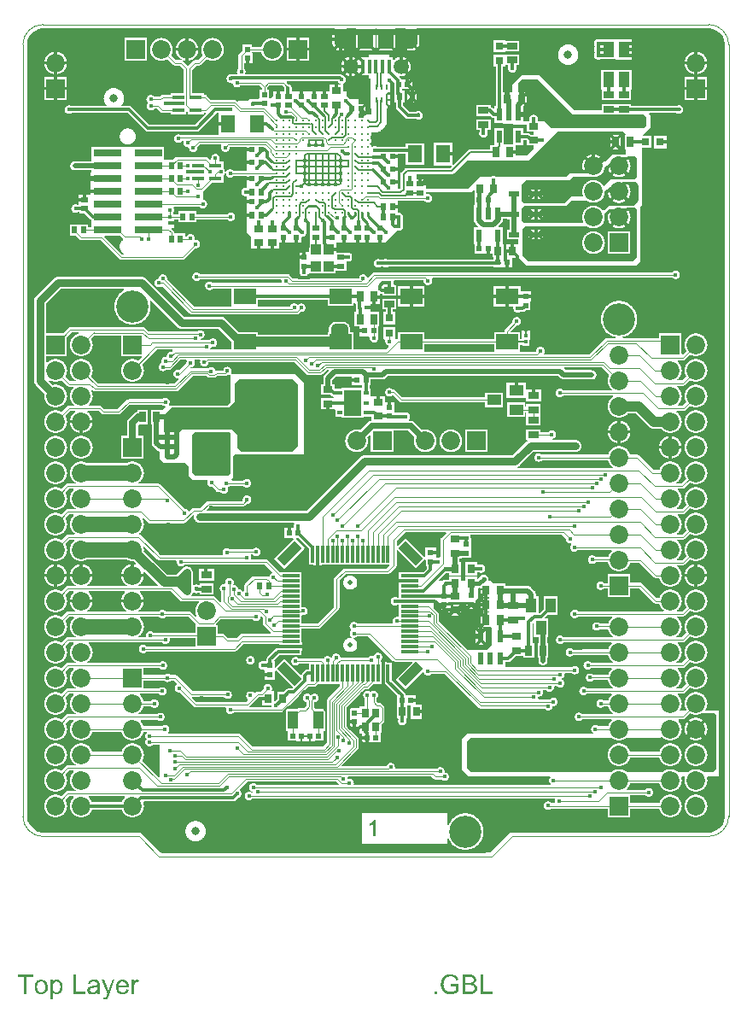
<source format=gtl>
G04 Layer_Physical_Order=1*
G04 Layer_Color=16711680*
%FSLAX43Y43*%
%MOMM*%
G71*
G01*
G75*
%ADD10C,0.600*%
%ADD11C,0.800*%
%ADD12R,1.000X0.640*%
%ADD13R,0.560X0.510*%
%ADD14R,1.200X0.400*%
%ADD15R,0.330X0.425*%
%ADD16R,0.425X0.330*%
%ADD17R,0.640X1.000*%
%ADD18R,0.640X0.890*%
%ADD19R,0.510X0.560*%
%ADD20R,0.890X0.640*%
%ADD21R,0.800X0.950*%
%ADD22R,0.800X0.800*%
%ADD23R,0.510X0.700*%
%ADD24R,1.400X0.900*%
%ADD25R,0.700X0.510*%
%ADD26R,1.060X0.540*%
%ADD27R,1.000X1.400*%
%ADD28R,1.400X1.780*%
%ADD29R,0.900X1.400*%
%ADD30R,2.790X0.740*%
%ADD31R,0.400X1.350*%
%ADD32R,1.500X1.900*%
%ADD33R,0.750X0.850*%
%ADD34R,1.000X1.800*%
%ADD35R,0.550X0.800*%
%ADD36R,0.250X0.600*%
%ADD37R,0.500X0.450*%
%ADD38R,1.700X2.500*%
%ADD39R,1.700X0.300*%
%ADD40R,0.300X1.700*%
G04:AMPARAMS|DCode=41|XSize=1mm|YSize=2.5mm|CornerRadius=0mm|HoleSize=0mm|Usage=FLASHONLY|Rotation=225.000|XOffset=0mm|YOffset=0mm|HoleType=Round|Shape=Rectangle|*
%AMROTATEDRECTD41*
4,1,4,-0.530,1.237,1.237,-0.530,0.530,-1.237,-1.237,0.530,-0.530,1.237,0.0*
%
%ADD41ROTATEDRECTD41*%

G04:AMPARAMS|DCode=42|XSize=1mm|YSize=2.5mm|CornerRadius=0mm|HoleSize=0mm|Usage=FLASHONLY|Rotation=135.000|XOffset=0mm|YOffset=0mm|HoleType=Round|Shape=Rectangle|*
%AMROTATEDRECTD42*
4,1,4,1.237,0.530,-0.530,-1.237,-1.237,-0.530,0.530,1.237,1.237,0.530,0.0*
%
%ADD42ROTATEDRECTD42*%

%ADD43R,0.600X1.300*%
%ADD44C,0.250*%
%ADD45R,0.800X0.800*%
%ADD46R,1.100X1.500*%
%ADD47R,1.400X1.000*%
%ADD48R,1.000X1.000*%
%ADD49R,1.650X1.500*%
%ADD50R,1.650X3.500*%
%ADD51R,2.160X1.520*%
%ADD52C,0.300*%
%ADD53C,0.120*%
%ADD54C,0.700*%
%ADD55C,0.500*%
%ADD56C,0.200*%
%ADD57C,1.000*%
%ADD58C,0.800*%
%ADD59C,1.200*%
%ADD60C,0.400*%
%ADD61C,0.250*%
%ADD62C,1.500*%
%ADD63C,0.150*%
%ADD64C,0.160*%
%ADD65C,0.450*%
%ADD66C,0.100*%
%ADD67C,3.200*%
%ADD68C,1.850*%
%ADD69R,1.850X1.850*%
%ADD70R,1.850X1.850*%
%ADD71C,1.500*%
%ADD72O,1.200X1.900*%
%ADD73C,0.500*%
%ADD74C,0.450*%
G36*
X8581Y-13629D02*
Y-13632D01*
X8578Y-13640D01*
X8572Y-13651D01*
X8567Y-13665D01*
X8559Y-13685D01*
X8550Y-13707D01*
X8531Y-13754D01*
X8511Y-13807D01*
X8489Y-13860D01*
X8467Y-13907D01*
X8456Y-13926D01*
X8448Y-13946D01*
X8445Y-13951D01*
X8436Y-13965D01*
X8423Y-13985D01*
X8406Y-14010D01*
X8384Y-14037D01*
X8359Y-14065D01*
X8334Y-14093D01*
X8303Y-14115D01*
X8300Y-14118D01*
X8289Y-14123D01*
X8273Y-14132D01*
X8248Y-14143D01*
X8220Y-14154D01*
X8187Y-14162D01*
X8150Y-14168D01*
X8109Y-14171D01*
X8098D01*
X8084Y-14168D01*
X8064D01*
X8042Y-14162D01*
X8017Y-14157D01*
X7989Y-14151D01*
X7959Y-14140D01*
X7934Y-13921D01*
X7937D01*
X7948Y-13923D01*
X7962Y-13926D01*
X7978Y-13932D01*
X8023Y-13940D01*
X8067Y-13943D01*
X8081D01*
X8095Y-13940D01*
X8112D01*
X8153Y-13932D01*
X8173Y-13923D01*
X8192Y-13915D01*
X8195D01*
X8200Y-13910D01*
X8209Y-13904D01*
X8220Y-13896D01*
X8245Y-13874D01*
X8267Y-13843D01*
Y-13840D01*
X8273Y-13835D01*
X8278Y-13824D01*
X8284Y-13807D01*
X8295Y-13785D01*
X8306Y-13751D01*
X8323Y-13712D01*
X8339Y-13665D01*
Y-13663D01*
X8345Y-13651D01*
X8350Y-13632D01*
X8361Y-13607D01*
X7834Y-12213D01*
X8084D01*
X8375Y-13021D01*
Y-13024D01*
X8378Y-13027D01*
X8381Y-13035D01*
X8384Y-13049D01*
X8389Y-13063D01*
X8395Y-13080D01*
X8409Y-13118D01*
X8425Y-13166D01*
X8442Y-13221D01*
X8459Y-13279D01*
X8475Y-13343D01*
Y-13340D01*
X8478Y-13335D01*
X8481Y-13327D01*
X8484Y-13316D01*
X8486Y-13302D01*
X8492Y-13285D01*
X8503Y-13243D01*
X8517Y-13196D01*
X8536Y-13141D01*
X8553Y-13085D01*
X8575Y-13027D01*
X8875Y-12213D01*
X9111D01*
X8581Y-13629D01*
D02*
G37*
G36*
X11363Y-12186D02*
X11393Y-12191D01*
X11429Y-12202D01*
X11468Y-12216D01*
X11512Y-12236D01*
X11560Y-12261D01*
X11474Y-12477D01*
X11471Y-12474D01*
X11460Y-12469D01*
X11443Y-12460D01*
X11421Y-12452D01*
X11396Y-12444D01*
X11365Y-12435D01*
X11335Y-12430D01*
X11304Y-12427D01*
X11290D01*
X11276Y-12430D01*
X11257Y-12433D01*
X11238Y-12438D01*
X11213Y-12447D01*
X11188Y-12458D01*
X11165Y-12474D01*
X11163Y-12477D01*
X11154Y-12483D01*
X11146Y-12494D01*
X11132Y-12508D01*
X11118Y-12527D01*
X11104Y-12549D01*
X11090Y-12574D01*
X11079Y-12605D01*
X11077Y-12610D01*
X11074Y-12627D01*
X11068Y-12652D01*
X11060Y-12685D01*
X11052Y-12727D01*
X11046Y-12774D01*
X11043Y-12824D01*
X11041Y-12880D01*
Y-13607D01*
X10805D01*
Y-12213D01*
X11018D01*
Y-12424D01*
X11021Y-12422D01*
X11032Y-12402D01*
X11046Y-12377D01*
X11068Y-12347D01*
X11090Y-12316D01*
X11115Y-12283D01*
X11140Y-12255D01*
X11165Y-12233D01*
X11168Y-12230D01*
X11177Y-12224D01*
X11193Y-12216D01*
X11210Y-12208D01*
X11232Y-12199D01*
X11260Y-12191D01*
X11288Y-12186D01*
X11318Y-12183D01*
X11338D01*
X11363Y-12186D01*
D02*
G37*
G36*
X23751Y15748D02*
Y15001D01*
X24614D01*
X24663Y14928D01*
X24668Y14909D01*
X24600Y14831D01*
X22514D01*
X22472Y14931D01*
X23386Y15844D01*
X23705D01*
X23751Y15748D01*
D02*
G37*
G36*
X68794Y14056D02*
Y8694D01*
X68475Y8375D01*
X67547D01*
X67546Y8376D01*
X67481Y8436D01*
X67412Y8491D01*
X67338Y8540D01*
X67261Y8583D01*
X67181Y8620D01*
X67098Y8651D01*
X67013Y8675D01*
X66926Y8692D01*
X66838Y8702D01*
X66750Y8706D01*
X66662Y8702D01*
X66574Y8692D01*
X66487Y8675D01*
X66402Y8651D01*
X66319Y8620D01*
X66239Y8583D01*
X66162Y8540D01*
X66088Y8491D01*
X66019Y8436D01*
X65954Y8376D01*
X65953Y8375D01*
X65007D01*
X65006Y8376D01*
X64941Y8436D01*
X64872Y8491D01*
X64798Y8540D01*
X64721Y8583D01*
X64641Y8620D01*
X64558Y8651D01*
X64473Y8675D01*
X64386Y8692D01*
X64298Y8702D01*
X64210Y8706D01*
X64122Y8702D01*
X64034Y8692D01*
X63947Y8675D01*
X63862Y8651D01*
X63779Y8620D01*
X63699Y8583D01*
X63622Y8540D01*
X63548Y8491D01*
X63479Y8436D01*
X63414Y8376D01*
X63413Y8375D01*
X59927D01*
X59926Y8376D01*
X59861Y8436D01*
X59792Y8491D01*
X59718Y8540D01*
X59641Y8583D01*
X59561Y8620D01*
X59478Y8651D01*
X59393Y8675D01*
X59306Y8692D01*
X59218Y8702D01*
X59130Y8706D01*
X59042Y8702D01*
X58954Y8692D01*
X58867Y8675D01*
X58782Y8651D01*
X58699Y8620D01*
X58619Y8583D01*
X58542Y8540D01*
X58468Y8491D01*
X58399Y8436D01*
X58334Y8376D01*
X58333Y8375D01*
X44425D01*
X44000Y8800D01*
Y11400D01*
X44350Y11750D01*
X58467D01*
X58468Y11749D01*
X58542Y11700D01*
X58619Y11657D01*
X58699Y11620D01*
X58782Y11589D01*
X58867Y11565D01*
X58954Y11548D01*
X59042Y11538D01*
X59130Y11534D01*
X59218Y11538D01*
X59306Y11548D01*
X59393Y11565D01*
X59478Y11589D01*
X59561Y11620D01*
X59641Y11657D01*
X59718Y11700D01*
X59792Y11749D01*
X59793Y11750D01*
X63175D01*
X63283Y11858D01*
X63414Y11864D01*
X63479Y11804D01*
X63548Y11749D01*
X63622Y11700D01*
X63699Y11657D01*
X63779Y11620D01*
X63862Y11589D01*
X63947Y11565D01*
X64034Y11548D01*
X64122Y11538D01*
X64210Y11534D01*
X64298Y11538D01*
X64386Y11548D01*
X64473Y11565D01*
X64558Y11589D01*
X64641Y11620D01*
X64721Y11657D01*
X64798Y11700D01*
X64872Y11749D01*
X64941Y11804D01*
X65006Y11864D01*
X65066Y11929D01*
X65121Y11998D01*
X65170Y12072D01*
X65213Y12149D01*
X65250Y12229D01*
X65281Y12312D01*
X65305Y12397D01*
X65322Y12484D01*
X65332Y12572D01*
X65336Y12660D01*
X65332Y12748D01*
X65322Y12836D01*
X65305Y12923D01*
X65281Y13008D01*
X65250Y13091D01*
X65213Y13171D01*
X65170Y13248D01*
X65121Y13322D01*
X65066Y13391D01*
X65006Y13456D01*
X65012Y13587D01*
X65044Y13619D01*
X65430D01*
X65471Y13622D01*
X65511Y13632D01*
X65548Y13648D01*
X65583Y13669D01*
X65614Y13696D01*
X66144Y14225D01*
X66189D01*
X66239Y14197D01*
X66319Y14160D01*
X66402Y14129D01*
X66487Y14105D01*
X66574Y14088D01*
X66662Y14078D01*
X66750Y14074D01*
X66838Y14078D01*
X66926Y14088D01*
X67013Y14105D01*
X67098Y14129D01*
X67181Y14160D01*
X67261Y14197D01*
X67311Y14225D01*
X68625D01*
X68794Y14056D01*
D02*
G37*
G36*
X44370Y-11689D02*
X44392D01*
X44442Y-11694D01*
X44498Y-11700D01*
X44556Y-11711D01*
X44614Y-11725D01*
X44667Y-11744D01*
X44670D01*
X44673Y-11747D01*
X44689Y-11755D01*
X44714Y-11769D01*
X44742Y-11789D01*
X44775Y-11814D01*
X44812Y-11844D01*
X44845Y-11883D01*
X44875Y-11925D01*
X44878Y-11930D01*
X44886Y-11947D01*
X44900Y-11969D01*
X44914Y-12002D01*
X44928Y-12041D01*
X44942Y-12083D01*
X44950Y-12130D01*
X44953Y-12177D01*
Y-12183D01*
Y-12197D01*
X44950Y-12222D01*
X44945Y-12252D01*
X44936Y-12288D01*
X44923Y-12327D01*
X44906Y-12366D01*
X44884Y-12408D01*
X44881Y-12413D01*
X44873Y-12424D01*
X44856Y-12447D01*
X44834Y-12469D01*
X44806Y-12497D01*
X44773Y-12527D01*
X44731Y-12555D01*
X44684Y-12583D01*
X44687D01*
X44692Y-12585D01*
X44700Y-12588D01*
X44712Y-12594D01*
X44745Y-12605D01*
X44784Y-12624D01*
X44825Y-12649D01*
X44873Y-12680D01*
X44914Y-12716D01*
X44953Y-12760D01*
X44956Y-12766D01*
X44967Y-12782D01*
X44984Y-12807D01*
X45000Y-12841D01*
X45017Y-12885D01*
X45034Y-12932D01*
X45045Y-12988D01*
X45048Y-13049D01*
Y-13052D01*
Y-13055D01*
Y-13071D01*
X45045Y-13099D01*
X45039Y-13132D01*
X45034Y-13171D01*
X45023Y-13213D01*
X45009Y-13257D01*
X44989Y-13302D01*
X44986Y-13307D01*
X44978Y-13321D01*
X44967Y-13340D01*
X44950Y-13368D01*
X44928Y-13396D01*
X44906Y-13427D01*
X44878Y-13457D01*
X44848Y-13482D01*
X44845Y-13485D01*
X44834Y-13493D01*
X44814Y-13504D01*
X44789Y-13515D01*
X44759Y-13532D01*
X44723Y-13549D01*
X44684Y-13563D01*
X44637Y-13576D01*
X44631D01*
X44614Y-13582D01*
X44587Y-13585D01*
X44551Y-13590D01*
X44506Y-13596D01*
X44453Y-13601D01*
X44395Y-13604D01*
X44328Y-13607D01*
X43596D01*
Y-11686D01*
X44351D01*
X44370Y-11689D01*
D02*
G37*
G36*
X13336Y29471D02*
X13367Y29444D01*
X13402Y29423D01*
X13439Y29407D01*
X13479Y29397D01*
X13520Y29394D01*
X15212D01*
X15266Y29335D01*
X15285Y29294D01*
X15278Y29256D01*
X15274Y29200D01*
X15278Y29144D01*
X15289Y29090D01*
X15307Y29037D01*
X15331Y28987D01*
X15362Y28941D01*
X15399Y28899D01*
X15441Y28862D01*
X15487Y28831D01*
X15537Y28807D01*
X15590Y28789D01*
X15644Y28778D01*
X15700Y28774D01*
X15756Y28778D01*
X15810Y28789D01*
X15863Y28807D01*
X15913Y28831D01*
X15959Y28862D01*
X16001Y28899D01*
X16019Y28919D01*
X24012D01*
X24721Y28210D01*
X24724Y28197D01*
X24694Y28096D01*
X24687Y28093D01*
X24637Y28069D01*
X24591Y28038D01*
X24549Y28001D01*
X24512Y27959D01*
X24481Y27913D01*
X24457Y27863D01*
X24439Y27810D01*
X24436Y27799D01*
X24420Y27786D01*
X24344Y27760D01*
X24328Y27761D01*
X24293Y27782D01*
X24256Y27798D01*
X24216Y27808D01*
X24175Y27811D01*
X22925D01*
X22884Y27808D01*
X22844Y27798D01*
X22807Y27782D01*
X22772Y27761D01*
X22741Y27734D01*
X22041Y27034D01*
X22014Y27003D01*
X21993Y26968D01*
X21977Y26931D01*
X21967Y26891D01*
X21964Y26850D01*
Y26362D01*
X21924Y26326D01*
X21900Y26299D01*
X21844Y26293D01*
X21782Y26306D01*
X21763Y26334D01*
X21726Y26376D01*
X21684Y26413D01*
X21638Y26444D01*
X21588Y26468D01*
X21535Y26486D01*
X21481Y26497D01*
X21425Y26501D01*
X21368Y26500D01*
X21347Y26556D01*
X21336Y26610D01*
X21318Y26663D01*
X21294Y26713D01*
X21263Y26759D01*
X21226Y26801D01*
X21184Y26838D01*
X21138Y26869D01*
X21088Y26893D01*
X21035Y26911D01*
X20981Y26922D01*
X20925Y26926D01*
X20923Y26926D01*
X20904Y26941D01*
X20861Y27021D01*
X20869Y27038D01*
X20887Y27091D01*
X20898Y27146D01*
X20902Y27201D01*
X20898Y27257D01*
X20887Y27312D01*
X20869Y27364D01*
X20845Y27414D01*
X20814Y27461D01*
X20777Y27502D01*
X20735Y27539D01*
X20689Y27570D01*
X20639Y27595D01*
X20586Y27613D01*
X20532Y27624D01*
X20476Y27627D01*
X20420Y27624D01*
X20366Y27613D01*
X20313Y27595D01*
X20263Y27570D01*
X20217Y27539D01*
X20175Y27502D01*
X20138Y27461D01*
X20107Y27414D01*
X20083Y27364D01*
X20065Y27312D01*
X20054Y27257D01*
X20050Y27201D01*
X20054Y27146D01*
X20055Y27139D01*
X20034Y27101D01*
X19990Y27057D01*
X19973Y27049D01*
X19950Y27051D01*
X19894Y27047D01*
X19840Y27036D01*
X19787Y27018D01*
X19737Y26994D01*
X19691Y26963D01*
X19649Y26926D01*
X19612Y26884D01*
X19581Y26838D01*
X19557Y26788D01*
X19539Y26735D01*
X19528Y26681D01*
X19524Y26625D01*
X19528Y26569D01*
X19539Y26515D01*
X19557Y26462D01*
X19581Y26412D01*
X19612Y26366D01*
X19649Y26324D01*
X19689Y26288D01*
Y25289D01*
X19691Y25269D01*
X19643Y25236D01*
X19596Y25223D01*
X19059Y25759D01*
X19028Y25786D01*
X18993Y25807D01*
X18956Y25823D01*
X18916Y25833D01*
X18875Y25836D01*
X16774D01*
X16736Y25898D01*
X16727Y25936D01*
X16759Y25980D01*
X16791Y26039D01*
X16817Y26102D01*
X16836Y26166D01*
X16837Y26170D01*
X16941Y26212D01*
X16987Y26181D01*
X17037Y26157D01*
X17090Y26139D01*
X17144Y26128D01*
X17200Y26124D01*
X17256Y26128D01*
X17310Y26139D01*
X17363Y26157D01*
X17413Y26181D01*
X17420Y26186D01*
X17520Y26159D01*
Y26025D01*
X18920D01*
Y27065D01*
X17520D01*
Y26954D01*
X17420Y26914D01*
X17413Y26919D01*
X17363Y26943D01*
X17310Y26961D01*
X17256Y26972D01*
X17200Y26976D01*
X17144Y26972D01*
X17090Y26961D01*
X17037Y26943D01*
X16987Y26919D01*
X16951Y26895D01*
X16914Y26904D01*
X16851Y26942D01*
Y28175D01*
X16847Y28242D01*
X16836Y28309D01*
X16817Y28373D01*
X16791Y28436D01*
X16759Y28495D01*
X16720Y28550D01*
X16675Y28600D01*
X16625Y28645D01*
X16570Y28684D01*
X16511Y28716D01*
X16448Y28742D01*
X16384Y28761D01*
X16317Y28772D01*
X16250Y28776D01*
X16183Y28772D01*
X16116Y28761D01*
X16052Y28742D01*
X15989Y28716D01*
X15930Y28684D01*
X15875Y28645D01*
X15825Y28600D01*
X15176Y27951D01*
X14350D01*
X11988Y30313D01*
X11992Y30352D01*
X11996Y30440D01*
X11992Y30528D01*
X11982Y30616D01*
X11965Y30699D01*
X11969Y30705D01*
X12055Y30751D01*
X13336Y29471D01*
D02*
G37*
G36*
X3403Y-12186D02*
X3423Y-12188D01*
X3464Y-12194D01*
X3514Y-12205D01*
X3567Y-12222D01*
X3620Y-12247D01*
X3672Y-12277D01*
X3675D01*
X3678Y-12283D01*
X3695Y-12294D01*
X3720Y-12316D01*
X3750Y-12344D01*
X3783Y-12380D01*
X3817Y-12424D01*
X3850Y-12477D01*
X3878Y-12535D01*
Y-12538D01*
X3881Y-12544D01*
X3883Y-12552D01*
X3889Y-12563D01*
X3895Y-12580D01*
X3900Y-12599D01*
X3914Y-12644D01*
X3928Y-12699D01*
X3939Y-12760D01*
X3947Y-12830D01*
X3950Y-12902D01*
Y-12905D01*
Y-12910D01*
Y-12921D01*
Y-12938D01*
X3947Y-12957D01*
Y-12980D01*
X3942Y-13030D01*
X3931Y-13091D01*
X3917Y-13154D01*
X3897Y-13221D01*
X3872Y-13288D01*
Y-13291D01*
X3870Y-13296D01*
X3864Y-13304D01*
X3858Y-13316D01*
X3839Y-13346D01*
X3814Y-13385D01*
X3783Y-13427D01*
X3745Y-13468D01*
X3700Y-13510D01*
X3647Y-13549D01*
X3645D01*
X3642Y-13551D01*
X3634Y-13557D01*
X3622Y-13563D01*
X3595Y-13576D01*
X3556Y-13593D01*
X3509Y-13610D01*
X3459Y-13624D01*
X3400Y-13635D01*
X3342Y-13638D01*
X3323D01*
X3300Y-13635D01*
X3273Y-13632D01*
X3239Y-13626D01*
X3203Y-13618D01*
X3167Y-13607D01*
X3131Y-13590D01*
X3128Y-13588D01*
X3114Y-13582D01*
X3098Y-13571D01*
X3076Y-13554D01*
X3053Y-13538D01*
X3026Y-13515D01*
X3001Y-13490D01*
X2978Y-13463D01*
Y-14140D01*
X2742D01*
Y-12213D01*
X2956D01*
Y-12397D01*
X2959Y-12391D01*
X2970Y-12380D01*
X2984Y-12360D01*
X3006Y-12338D01*
X3031Y-12311D01*
X3059Y-12286D01*
X3092Y-12261D01*
X3126Y-12238D01*
X3131Y-12236D01*
X3142Y-12230D01*
X3164Y-12222D01*
X3192Y-12211D01*
X3225Y-12199D01*
X3264Y-12191D01*
X3309Y-12186D01*
X3359Y-12183D01*
X3389D01*
X3403Y-12186D01*
D02*
G37*
G36*
X41078Y-13607D02*
X40808D01*
Y-13338D01*
X41078D01*
Y-13607D01*
D02*
G37*
G36*
X1016Y-11914D02*
X383D01*
Y-13607D01*
X127D01*
Y-11914D01*
X-506D01*
Y-11686D01*
X1016D01*
Y-11914D01*
D02*
G37*
G36*
X5258Y-13379D02*
X6204D01*
Y-13607D01*
X5002D01*
Y-11686D01*
X5258D01*
Y-13379D01*
D02*
G37*
G36*
X9930Y-12186D02*
X9952Y-12188D01*
X9980Y-12194D01*
X10011Y-12199D01*
X10047Y-12208D01*
X10080Y-12216D01*
X10119Y-12230D01*
X10155Y-12244D01*
X10194Y-12263D01*
X10233Y-12286D01*
X10272Y-12311D01*
X10308Y-12341D01*
X10341Y-12374D01*
X10344Y-12377D01*
X10349Y-12383D01*
X10358Y-12394D01*
X10369Y-12410D01*
X10383Y-12430D01*
X10396Y-12452D01*
X10413Y-12480D01*
X10430Y-12513D01*
X10446Y-12549D01*
X10463Y-12588D01*
X10477Y-12633D01*
X10491Y-12680D01*
X10502Y-12732D01*
X10510Y-12788D01*
X10516Y-12846D01*
X10519Y-12910D01*
Y-12913D01*
Y-12924D01*
Y-12943D01*
X10516Y-12971D01*
X9475D01*
Y-12974D01*
Y-12982D01*
X9478Y-12993D01*
Y-13010D01*
X9480Y-13030D01*
X9486Y-13052D01*
X9494Y-13102D01*
X9511Y-13157D01*
X9533Y-13218D01*
X9564Y-13274D01*
X9602Y-13324D01*
X9605D01*
X9608Y-13329D01*
X9625Y-13343D01*
X9650Y-13363D01*
X9683Y-13382D01*
X9727Y-13404D01*
X9777Y-13424D01*
X9833Y-13438D01*
X9863Y-13440D01*
X9897Y-13443D01*
X9919D01*
X9944Y-13440D01*
X9974Y-13435D01*
X10008Y-13427D01*
X10047Y-13415D01*
X10083Y-13399D01*
X10119Y-13377D01*
X10122Y-13374D01*
X10135Y-13363D01*
X10152Y-13346D01*
X10172Y-13324D01*
X10194Y-13293D01*
X10219Y-13254D01*
X10244Y-13210D01*
X10266Y-13157D01*
X10510Y-13188D01*
Y-13191D01*
X10507Y-13196D01*
X10505Y-13207D01*
X10499Y-13224D01*
X10491Y-13241D01*
X10483Y-13263D01*
X10460Y-13310D01*
X10433Y-13363D01*
X10394Y-13418D01*
X10349Y-13471D01*
X10294Y-13521D01*
X10291D01*
X10285Y-13526D01*
X10277Y-13532D01*
X10266Y-13540D01*
X10249Y-13549D01*
X10233Y-13557D01*
X10210Y-13568D01*
X10185Y-13579D01*
X10158Y-13590D01*
X10130Y-13601D01*
X10061Y-13618D01*
X9983Y-13632D01*
X9897Y-13638D01*
X9866D01*
X9847Y-13635D01*
X9822Y-13632D01*
X9791Y-13626D01*
X9758Y-13621D01*
X9722Y-13615D01*
X9644Y-13593D01*
X9602Y-13576D01*
X9564Y-13560D01*
X9522Y-13538D01*
X9483Y-13513D01*
X9447Y-13485D01*
X9411Y-13452D01*
X9408Y-13449D01*
X9403Y-13443D01*
X9394Y-13432D01*
X9383Y-13415D01*
X9369Y-13396D01*
X9355Y-13374D01*
X9339Y-13346D01*
X9322Y-13316D01*
X9305Y-13279D01*
X9289Y-13241D01*
X9275Y-13196D01*
X9261Y-13149D01*
X9250Y-13099D01*
X9242Y-13043D01*
X9236Y-12985D01*
X9233Y-12924D01*
Y-12921D01*
Y-12907D01*
Y-12891D01*
X9236Y-12866D01*
X9239Y-12835D01*
X9242Y-12802D01*
X9247Y-12763D01*
X9255Y-12724D01*
X9278Y-12635D01*
X9292Y-12591D01*
X9308Y-12544D01*
X9330Y-12499D01*
X9355Y-12458D01*
X9383Y-12416D01*
X9414Y-12377D01*
X9416Y-12374D01*
X9422Y-12369D01*
X9433Y-12360D01*
X9447Y-12347D01*
X9464Y-12333D01*
X9486Y-12316D01*
X9511Y-12297D01*
X9541Y-12280D01*
X9572Y-12261D01*
X9608Y-12244D01*
X9647Y-12227D01*
X9689Y-12213D01*
X9733Y-12199D01*
X9780Y-12191D01*
X9830Y-12186D01*
X9883Y-12183D01*
X9911D01*
X9930Y-12186D01*
D02*
G37*
G36*
X1860D02*
X1885Y-12188D01*
X1912Y-12194D01*
X1943Y-12199D01*
X1979Y-12205D01*
X2054Y-12230D01*
X2093Y-12244D01*
X2132Y-12263D01*
X2171Y-12283D01*
X2209Y-12311D01*
X2245Y-12338D01*
X2282Y-12372D01*
X2284Y-12374D01*
X2290Y-12380D01*
X2298Y-12391D01*
X2309Y-12405D01*
X2323Y-12424D01*
X2340Y-12449D01*
X2356Y-12477D01*
X2373Y-12508D01*
X2390Y-12541D01*
X2406Y-12583D01*
X2423Y-12624D01*
X2437Y-12671D01*
X2448Y-12721D01*
X2456Y-12774D01*
X2462Y-12830D01*
X2465Y-12891D01*
Y-12894D01*
Y-12902D01*
Y-12916D01*
Y-12935D01*
X2462Y-12957D01*
X2459Y-12985D01*
Y-13013D01*
X2454Y-13043D01*
X2445Y-13113D01*
X2429Y-13182D01*
X2409Y-13252D01*
X2381Y-13316D01*
Y-13318D01*
X2379Y-13321D01*
X2373Y-13329D01*
X2368Y-13340D01*
X2348Y-13368D01*
X2323Y-13402D01*
X2290Y-13440D01*
X2248Y-13479D01*
X2201Y-13518D01*
X2146Y-13554D01*
X2143D01*
X2140Y-13557D01*
X2132Y-13563D01*
X2118Y-13568D01*
X2104Y-13574D01*
X2087Y-13579D01*
X2046Y-13596D01*
X1998Y-13610D01*
X1940Y-13624D01*
X1879Y-13635D01*
X1812Y-13638D01*
X1785D01*
X1762Y-13635D01*
X1737Y-13632D01*
X1710Y-13626D01*
X1676Y-13621D01*
X1643Y-13615D01*
X1568Y-13593D01*
X1526Y-13576D01*
X1488Y-13560D01*
X1449Y-13538D01*
X1410Y-13513D01*
X1374Y-13485D01*
X1338Y-13452D01*
X1335Y-13449D01*
X1329Y-13443D01*
X1321Y-13432D01*
X1310Y-13415D01*
X1296Y-13396D01*
X1282Y-13374D01*
X1265Y-13346D01*
X1249Y-13313D01*
X1232Y-13277D01*
X1215Y-13235D01*
X1202Y-13191D01*
X1188Y-13143D01*
X1177Y-13091D01*
X1168Y-13035D01*
X1163Y-12974D01*
X1160Y-12910D01*
Y-12905D01*
Y-12894D01*
X1163Y-12874D01*
Y-12846D01*
X1166Y-12816D01*
X1171Y-12777D01*
X1177Y-12738D01*
X1188Y-12694D01*
X1199Y-12649D01*
X1213Y-12602D01*
X1229Y-12552D01*
X1252Y-12505D01*
X1274Y-12460D01*
X1304Y-12416D01*
X1335Y-12374D01*
X1374Y-12338D01*
X1377Y-12335D01*
X1382Y-12333D01*
X1393Y-12324D01*
X1407Y-12313D01*
X1424Y-12302D01*
X1446Y-12288D01*
X1468Y-12274D01*
X1496Y-12261D01*
X1526Y-12247D01*
X1560Y-12233D01*
X1635Y-12208D01*
X1721Y-12188D01*
X1765Y-12186D01*
X1812Y-12183D01*
X1840D01*
X1860Y-12186D01*
D02*
G37*
G36*
X16934Y33845D02*
X16962Y33819D01*
X16953Y33767D01*
X16949Y33700D01*
X16953Y33633D01*
X16964Y33566D01*
X16983Y33502D01*
X17009Y33439D01*
X17041Y33380D01*
X17080Y33325D01*
X17125Y33275D01*
X17175Y33230D01*
X17230Y33191D01*
X17289Y33159D01*
X17352Y33133D01*
X17416Y33114D01*
X17483Y33103D01*
X17550Y33099D01*
X26868D01*
X26909Y33044D01*
X26924Y32999D01*
X26907Y32963D01*
X26889Y32910D01*
X26878Y32856D01*
X26874Y32800D01*
X26878Y32744D01*
X26882Y32724D01*
X26836Y32648D01*
X26805Y32624D01*
X25886D01*
Y31556D01*
X26795D01*
X26836Y31456D01*
X24940Y29560D01*
X25930Y28570D01*
X27850Y30490D01*
X27980Y30620D01*
X27850Y30751D01*
X27083Y31518D01*
X27121Y31610D01*
X27294D01*
X27942Y30962D01*
X28359Y30545D01*
Y29990D01*
X28360Y29979D01*
Y28940D01*
X28806D01*
Y28886D01*
X29614D01*
Y28940D01*
X36341D01*
X36379Y28848D01*
X36092Y28561D01*
X31900D01*
X31859Y28558D01*
X31819Y28548D01*
X31782Y28532D01*
X31747Y28511D01*
X31716Y28484D01*
X30941Y27709D01*
X30914Y27678D01*
X30893Y27643D01*
X30877Y27606D01*
X30867Y27566D01*
X30864Y27525D01*
Y27325D01*
Y24758D01*
X29207Y23101D01*
X27610D01*
Y23860D01*
X27656Y23906D01*
X27710Y23935D01*
X27744Y23928D01*
X27800Y23924D01*
X27856Y23928D01*
X27910Y23939D01*
X27963Y23957D01*
X28013Y23981D01*
X28059Y24012D01*
X28101Y24049D01*
X28138Y24091D01*
X28169Y24137D01*
X28193Y24187D01*
X28211Y24240D01*
X28222Y24294D01*
X28226Y24350D01*
X28222Y24406D01*
X28211Y24460D01*
X28193Y24513D01*
X28169Y24563D01*
X28138Y24609D01*
X28101Y24651D01*
X28059Y24688D01*
X28013Y24719D01*
X27963Y24743D01*
X27910Y24761D01*
X27856Y24772D01*
X27800Y24776D01*
X27744Y24772D01*
X27710Y24765D01*
X27656Y24794D01*
X27610Y24840D01*
Y25990D01*
Y26990D01*
Y28190D01*
X25510D01*
X25510Y28190D01*
Y28190D01*
X25431Y28238D01*
X24304Y29364D01*
X24273Y29391D01*
X24238Y29412D01*
X24201Y29428D01*
X24161Y29438D01*
X24120Y29441D01*
X22701D01*
X22636Y29540D01*
X22647Y29594D01*
X22651Y29650D01*
X22647Y29706D01*
X22636Y29760D01*
X22618Y29813D01*
X22606Y29839D01*
X22633Y29907D01*
X22663Y29939D01*
X22788D01*
X22824Y29899D01*
X22866Y29862D01*
X22912Y29831D01*
X22962Y29807D01*
X23015Y29789D01*
X23069Y29778D01*
X23125Y29774D01*
X23181Y29778D01*
X23235Y29789D01*
X23288Y29807D01*
X23338Y29831D01*
X23384Y29862D01*
X23426Y29899D01*
X23463Y29941D01*
X23494Y29987D01*
X23518Y30037D01*
X23536Y30090D01*
X23547Y30144D01*
X23551Y30200D01*
X23547Y30256D01*
X23536Y30310D01*
X23518Y30363D01*
X23494Y30413D01*
X23463Y30459D01*
X23426Y30501D01*
X23384Y30538D01*
X23338Y30569D01*
X23288Y30593D01*
X23235Y30611D01*
X23181Y30622D01*
X23125Y30626D01*
X23069Y30622D01*
X23015Y30611D01*
X22962Y30593D01*
X22912Y30569D01*
X22866Y30538D01*
X22824Y30501D01*
X22788Y30461D01*
X20540D01*
X20526Y30476D01*
X20484Y30513D01*
X20438Y30544D01*
X20388Y30568D01*
X20335Y30586D01*
X20281Y30597D01*
X20225Y30601D01*
X20169Y30597D01*
X20115Y30586D01*
X20062Y30568D01*
X20012Y30544D01*
X19966Y30513D01*
X19924Y30476D01*
X19887Y30434D01*
X19856Y30388D01*
X19832Y30338D01*
X19814Y30285D01*
X19803Y30231D01*
X19799Y30175D01*
X19803Y30119D01*
X19814Y30065D01*
X19832Y30012D01*
X19769Y29916D01*
X13628D01*
X13483Y30061D01*
X11659Y31884D01*
X11628Y31911D01*
X11593Y31932D01*
X11556Y31948D01*
X11537Y31952D01*
X11515Y32011D01*
X11515Y32058D01*
X11532Y32069D01*
X11601Y32124D01*
X11666Y32184D01*
X11726Y32249D01*
X11781Y32318D01*
X11830Y32392D01*
X11873Y32469D01*
X11910Y32549D01*
X11941Y32632D01*
X11965Y32717D01*
X11982Y32804D01*
X11992Y32892D01*
X11996Y32980D01*
X11992Y33068D01*
X11982Y33156D01*
X11965Y33243D01*
X11941Y33328D01*
X11910Y33411D01*
X11873Y33491D01*
X11860Y33515D01*
X11940Y33576D01*
X12376Y33141D01*
X12407Y33114D01*
X12442Y33093D01*
X12479Y33077D01*
X12519Y33067D01*
X12560Y33064D01*
X15957D01*
X15998Y33067D01*
X16038Y33077D01*
X16076Y33093D01*
X16111Y33114D01*
X16142Y33141D01*
X16870Y33869D01*
X16934Y33845D01*
D02*
G37*
G36*
X41978Y32097D02*
X41466Y31584D01*
X41439Y31553D01*
X41418Y31518D01*
X41402Y31481D01*
X41392Y31441D01*
X41389Y31400D01*
Y29705D01*
X41381Y29692D01*
X41289Y29635D01*
X41285Y29636D01*
X41231Y29647D01*
X41175Y29651D01*
X41119Y29647D01*
X41065Y29636D01*
X41054Y29633D01*
X40967Y29683D01*
X40954Y29701D01*
Y30624D01*
X39886D01*
Y29785D01*
X39794Y29746D01*
X37930Y31610D01*
X37153Y30834D01*
X37061Y30872D01*
Y31342D01*
X37908Y32189D01*
X41940D01*
X41978Y32097D01*
D02*
G37*
G36*
X7126Y-12186D02*
X7168Y-12188D01*
X7215Y-12194D01*
X7262Y-12202D01*
X7309Y-12213D01*
X7354Y-12227D01*
X7359Y-12230D01*
X7373Y-12236D01*
X7393Y-12244D01*
X7418Y-12255D01*
X7445Y-12272D01*
X7473Y-12288D01*
X7498Y-12311D01*
X7520Y-12333D01*
X7523Y-12335D01*
X7529Y-12344D01*
X7537Y-12358D01*
X7548Y-12374D01*
X7562Y-12399D01*
X7573Y-12424D01*
X7584Y-12455D01*
X7592Y-12491D01*
Y-12494D01*
X7595Y-12502D01*
X7598Y-12519D01*
X7601Y-12541D01*
Y-12571D01*
X7604Y-12608D01*
X7606Y-12655D01*
Y-12708D01*
Y-13024D01*
Y-13027D01*
Y-13038D01*
Y-13055D01*
Y-13077D01*
Y-13102D01*
Y-13132D01*
X7609Y-13199D01*
Y-13268D01*
X7612Y-13338D01*
X7615Y-13368D01*
Y-13396D01*
X7617Y-13421D01*
X7620Y-13440D01*
Y-13443D01*
X7623Y-13454D01*
X7626Y-13471D01*
X7634Y-13493D01*
X7640Y-13518D01*
X7651Y-13546D01*
X7665Y-13576D01*
X7679Y-13607D01*
X7431D01*
X7429Y-13604D01*
X7426Y-13593D01*
X7420Y-13579D01*
X7412Y-13557D01*
X7404Y-13532D01*
X7398Y-13502D01*
X7393Y-13468D01*
X7387Y-13432D01*
X7384D01*
X7381Y-13438D01*
X7365Y-13452D01*
X7340Y-13471D01*
X7306Y-13496D01*
X7265Y-13521D01*
X7223Y-13549D01*
X7179Y-13574D01*
X7132Y-13593D01*
X7126Y-13596D01*
X7109Y-13599D01*
X7084Y-13607D01*
X7054Y-13615D01*
X7015Y-13624D01*
X6971Y-13629D01*
X6921Y-13635D01*
X6871Y-13638D01*
X6848D01*
X6832Y-13635D01*
X6812D01*
X6790Y-13632D01*
X6740Y-13624D01*
X6685Y-13610D01*
X6624Y-13590D01*
X6568Y-13563D01*
X6518Y-13526D01*
X6512Y-13521D01*
X6499Y-13507D01*
X6479Y-13482D01*
X6457Y-13449D01*
X6435Y-13407D01*
X6415Y-13360D01*
X6401Y-13302D01*
X6399Y-13274D01*
X6396Y-13241D01*
Y-13235D01*
Y-13224D01*
X6399Y-13204D01*
X6401Y-13179D01*
X6407Y-13149D01*
X6415Y-13118D01*
X6426Y-13085D01*
X6440Y-13055D01*
X6443Y-13052D01*
X6449Y-13041D01*
X6460Y-13024D01*
X6474Y-13005D01*
X6490Y-12982D01*
X6512Y-12960D01*
X6535Y-12938D01*
X6562Y-12918D01*
X6565Y-12916D01*
X6576Y-12910D01*
X6590Y-12899D01*
X6612Y-12888D01*
X6637Y-12877D01*
X6668Y-12863D01*
X6699Y-12852D01*
X6735Y-12841D01*
X6737D01*
X6748Y-12838D01*
X6765Y-12832D01*
X6787Y-12830D01*
X6815Y-12824D01*
X6851Y-12819D01*
X6893Y-12810D01*
X6943Y-12805D01*
X6946D01*
X6957Y-12802D01*
X6971D01*
X6990Y-12799D01*
X7012Y-12796D01*
X7040Y-12791D01*
X7071Y-12788D01*
X7104Y-12782D01*
X7170Y-12769D01*
X7243Y-12755D01*
X7306Y-12738D01*
X7337Y-12730D01*
X7365Y-12721D01*
Y-12719D01*
Y-12713D01*
X7368Y-12696D01*
Y-12677D01*
Y-12666D01*
Y-12660D01*
Y-12658D01*
Y-12655D01*
Y-12638D01*
X7365Y-12610D01*
X7359Y-12580D01*
X7351Y-12546D01*
X7337Y-12513D01*
X7320Y-12483D01*
X7298Y-12458D01*
X7295Y-12455D01*
X7282Y-12444D01*
X7259Y-12433D01*
X7232Y-12416D01*
X7193Y-12402D01*
X7148Y-12388D01*
X7093Y-12380D01*
X7029Y-12377D01*
X7001D01*
X6973Y-12380D01*
X6934Y-12385D01*
X6896Y-12391D01*
X6854Y-12402D01*
X6815Y-12416D01*
X6782Y-12435D01*
X6779Y-12438D01*
X6768Y-12447D01*
X6754Y-12460D01*
X6737Y-12483D01*
X6721Y-12510D01*
X6701Y-12546D01*
X6685Y-12591D01*
X6668Y-12641D01*
X6438Y-12610D01*
Y-12608D01*
X6440Y-12605D01*
Y-12596D01*
X6443Y-12585D01*
X6451Y-12560D01*
X6463Y-12524D01*
X6476Y-12488D01*
X6493Y-12449D01*
X6515Y-12410D01*
X6540Y-12374D01*
X6543Y-12372D01*
X6554Y-12360D01*
X6571Y-12344D01*
X6593Y-12322D01*
X6624Y-12299D01*
X6660Y-12277D01*
X6701Y-12252D01*
X6748Y-12233D01*
X6751D01*
X6754Y-12230D01*
X6762Y-12227D01*
X6773Y-12224D01*
X6801Y-12216D01*
X6840Y-12208D01*
X6885Y-12199D01*
X6940Y-12191D01*
X6998Y-12186D01*
X7065Y-12183D01*
X7096D01*
X7126Y-12186D01*
D02*
G37*
G36*
X15290Y17192D02*
X15294Y17175D01*
X15268Y17072D01*
X15262Y17069D01*
X15216Y17038D01*
X15174Y17001D01*
X15137Y16959D01*
X15106Y16913D01*
X15082Y16863D01*
X15064Y16810D01*
X15053Y16756D01*
X15049Y16700D01*
X15053Y16644D01*
X15064Y16590D01*
X15082Y16537D01*
X15106Y16487D01*
X15137Y16441D01*
X15174Y16399D01*
X15216Y16362D01*
X15262Y16331D01*
X15312Y16307D01*
X15365Y16289D01*
X15419Y16278D01*
X15475Y16274D01*
X15529Y16278D01*
X16916Y14891D01*
X16947Y14864D01*
X16982Y14843D01*
X17019Y14827D01*
X17059Y14817D01*
X17100Y14814D01*
X20110D01*
X20151Y14768D01*
X20175Y14714D01*
X20164Y14680D01*
X20153Y14626D01*
X20149Y14570D01*
X20153Y14514D01*
X20164Y14460D01*
X20182Y14407D01*
X20206Y14357D01*
X20237Y14311D01*
X20274Y14269D01*
X20316Y14232D01*
X20362Y14201D01*
X20412Y14177D01*
X20465Y14159D01*
X20519Y14148D01*
X20575Y14144D01*
X20631Y14148D01*
X20685Y14159D01*
X20738Y14177D01*
X20788Y14201D01*
X20834Y14232D01*
X20876Y14269D01*
X20912Y14309D01*
X25650D01*
X25691Y14312D01*
X25731Y14322D01*
X25768Y14338D01*
X25803Y14359D01*
X25834Y14386D01*
X25995Y14546D01*
X26095Y14505D01*
Y12415D01*
X26290D01*
Y11485D01*
X27136D01*
Y11431D01*
X28954D01*
Y11485D01*
X29800D01*
Y12415D01*
X29995D01*
Y14615D01*
X29054D01*
X28901Y14768D01*
Y15301D01*
X28925Y15324D01*
X28981Y15328D01*
X29035Y15339D01*
X29088Y15357D01*
X29138Y15381D01*
X29184Y15412D01*
X29226Y15449D01*
X29263Y15491D01*
X29294Y15537D01*
X29318Y15587D01*
X29336Y15640D01*
X29347Y15694D01*
X29351Y15750D01*
X29347Y15806D01*
X29336Y15860D01*
X29318Y15913D01*
X29294Y15963D01*
X29263Y16009D01*
X29226Y16051D01*
X29184Y16088D01*
X29138Y16119D01*
X29088Y16143D01*
X29035Y16161D01*
X28981Y16172D01*
X28925Y16176D01*
X28869Y16172D01*
X28815Y16161D01*
X28762Y16143D01*
X28712Y16119D01*
X28666Y16088D01*
X28624Y16051D01*
X28613Y16039D01*
X28578Y16028D01*
X28522D01*
X28487Y16039D01*
X28476Y16051D01*
X28434Y16088D01*
X28388Y16119D01*
X28338Y16143D01*
X28285Y16161D01*
X28231Y16172D01*
X28175Y16176D01*
X28119Y16172D01*
X28065Y16161D01*
X28012Y16143D01*
X27962Y16119D01*
X27916Y16088D01*
X27874Y16051D01*
X27837Y16009D01*
X27806Y15963D01*
X27782Y15913D01*
X27764Y15860D01*
X27753Y15806D01*
X27749Y15750D01*
X27753Y15694D01*
X27764Y15640D01*
X27782Y15587D01*
X27806Y15537D01*
X27837Y15491D01*
X27874Y15449D01*
X27916Y15412D01*
X27962Y15381D01*
X28012Y15357D01*
X28065Y15339D01*
X28119Y15328D01*
X28139Y15326D01*
Y14983D01*
X27917Y14761D01*
X27450D01*
X27409Y14758D01*
X27369Y14748D01*
X27332Y14732D01*
X27297Y14711D01*
X27266Y14684D01*
X27196Y14615D01*
X26205D01*
X26164Y14715D01*
X28313Y16864D01*
X28900D01*
X28941Y16867D01*
X28981Y16877D01*
X29018Y16893D01*
X29053Y16914D01*
X29084Y16941D01*
X29284Y17140D01*
X31449D01*
Y16904D01*
X30201Y15656D01*
X30174Y15625D01*
X30153Y15590D01*
X30137Y15552D01*
X30127Y15512D01*
X30124Y15471D01*
Y11251D01*
X29759Y10886D01*
X22794D01*
X21520Y12159D01*
X21489Y12186D01*
X21454Y12207D01*
X21416Y12223D01*
X21376Y12233D01*
X21336Y12236D01*
X14410D01*
X14385Y12278D01*
X14375Y12336D01*
X14401Y12359D01*
X14438Y12401D01*
X14469Y12447D01*
X14493Y12497D01*
X14511Y12550D01*
X14522Y12604D01*
X14526Y12660D01*
X14522Y12716D01*
X14511Y12770D01*
X14493Y12823D01*
X14469Y12873D01*
X14438Y12919D01*
X14401Y12961D01*
X14359Y12998D01*
X14313Y13029D01*
X14263Y13053D01*
X14210Y13071D01*
X14156Y13082D01*
X14100Y13086D01*
X14044Y13082D01*
X13990Y13071D01*
X13937Y13053D01*
X13887Y13029D01*
X13841Y12998D01*
X13799Y12961D01*
X13763Y12921D01*
X11965D01*
X11965Y12923D01*
X11941Y13008D01*
X11910Y13091D01*
X11873Y13171D01*
X11830Y13248D01*
X11781Y13322D01*
X11726Y13391D01*
X11666Y13456D01*
X11630Y13489D01*
X11669Y13589D01*
X13288D01*
X13324Y13549D01*
X13366Y13512D01*
X13412Y13481D01*
X13462Y13457D01*
X13515Y13439D01*
X13569Y13428D01*
X13625Y13424D01*
X13681Y13428D01*
X13735Y13439D01*
X13788Y13457D01*
X13838Y13481D01*
X13884Y13512D01*
X13926Y13549D01*
X13963Y13591D01*
X13994Y13637D01*
X14018Y13687D01*
X14036Y13740D01*
X14047Y13794D01*
X14051Y13850D01*
X14047Y13906D01*
X14036Y13960D01*
X14018Y14013D01*
X13994Y14063D01*
X13963Y14109D01*
X13926Y14151D01*
X13884Y14188D01*
X13838Y14219D01*
X13788Y14243D01*
X13735Y14261D01*
X13681Y14272D01*
X13625Y14276D01*
X13569Y14272D01*
X13515Y14261D01*
X13462Y14243D01*
X13412Y14219D01*
X13366Y14188D01*
X13324Y14151D01*
X13288Y14111D01*
X11432D01*
X11406Y14211D01*
X11458Y14240D01*
X11532Y14289D01*
X11601Y14344D01*
X11666Y14404D01*
X11726Y14469D01*
X11781Y14538D01*
X11830Y14612D01*
X11873Y14689D01*
X11910Y14769D01*
X11941Y14852D01*
X11958Y14914D01*
X12713D01*
X12749Y14874D01*
X12791Y14837D01*
X12837Y14806D01*
X12887Y14782D01*
X12940Y14764D01*
X12994Y14753D01*
X13050Y14749D01*
X13106Y14753D01*
X13160Y14764D01*
X13213Y14782D01*
X13263Y14806D01*
X13309Y14837D01*
X13351Y14874D01*
X13388Y14916D01*
X13419Y14962D01*
X13443Y15012D01*
X13461Y15065D01*
X13472Y15119D01*
X13476Y15175D01*
X13472Y15231D01*
X13461Y15285D01*
X13443Y15338D01*
X13419Y15388D01*
X13388Y15434D01*
X13351Y15476D01*
X13309Y15513D01*
X13263Y15544D01*
X13213Y15568D01*
X13160Y15586D01*
X13106Y15597D01*
X13050Y15601D01*
X12994Y15597D01*
X12940Y15586D01*
X12887Y15568D01*
X12837Y15544D01*
X12791Y15513D01*
X12749Y15476D01*
X12713Y15436D01*
X11970D01*
X11965Y15463D01*
X11941Y15548D01*
X11910Y15631D01*
X11873Y15711D01*
X11830Y15788D01*
X11781Y15862D01*
X11726Y15931D01*
X11666Y15996D01*
X11614Y16044D01*
X11621Y16092D01*
X11651Y16144D01*
X13510D01*
X13512Y16141D01*
X13549Y16099D01*
X13591Y16062D01*
X13637Y16031D01*
X13687Y16007D01*
X13740Y15989D01*
X13794Y15978D01*
X13850Y15974D01*
X13906Y15978D01*
X13960Y15989D01*
X14013Y16007D01*
X14063Y16031D01*
X14109Y16062D01*
X14151Y16099D01*
X14188Y16141D01*
X14219Y16187D01*
X14243Y16237D01*
X14261Y16290D01*
X14272Y16344D01*
X14276Y16400D01*
X14272Y16456D01*
X14261Y16510D01*
X14243Y16563D01*
X14219Y16613D01*
X14188Y16659D01*
X14151Y16701D01*
X14109Y16738D01*
X14063Y16769D01*
X14013Y16793D01*
X13960Y16811D01*
X13906Y16822D01*
X13850Y16826D01*
X13794Y16822D01*
X13740Y16811D01*
X13687Y16793D01*
X13637Y16769D01*
X13591Y16738D01*
X13575Y16724D01*
X13549Y16701D01*
X13518Y16666D01*
X11995D01*
Y17479D01*
X14003D01*
X14039Y17439D01*
X14081Y17402D01*
X14127Y17371D01*
X14177Y17347D01*
X14230Y17329D01*
X14284Y17318D01*
X14340Y17314D01*
X14396Y17318D01*
X14450Y17329D01*
X14503Y17347D01*
X14553Y17371D01*
X14599Y17402D01*
X14641Y17439D01*
X14677Y17479D01*
X15002D01*
X15290Y17192D01*
D02*
G37*
G36*
X23784Y23697D02*
Y23092D01*
X23787Y23051D01*
X23797Y23012D01*
X23813Y22974D01*
X23834Y22939D01*
X23861Y22908D01*
X24568Y22201D01*
X24526Y22101D01*
X21740D01*
X21699Y22098D01*
X21659Y22088D01*
X21622Y22072D01*
X21587Y22051D01*
X21556Y22024D01*
X21242Y21711D01*
X20323D01*
X20009Y22024D01*
X19978Y22051D01*
X19943Y22072D01*
X19906Y22088D01*
X19866Y22098D01*
X19825Y22101D01*
X19345D01*
Y22975D01*
X19199D01*
X19161Y23067D01*
X19609Y23515D01*
X22815D01*
X22850Y23475D01*
X22892Y23438D01*
X22938Y23407D01*
X22988Y23383D01*
X23041Y23365D01*
X23096Y23354D01*
X23151Y23350D01*
X23207Y23354D01*
X23261Y23365D01*
X23314Y23383D01*
X23364Y23407D01*
X23410Y23438D01*
X23452Y23475D01*
X23489Y23517D01*
X23520Y23563D01*
X23545Y23613D01*
X23563Y23666D01*
X23573Y23721D01*
X23576Y23764D01*
X23607Y23785D01*
X23675Y23806D01*
X23784Y23697D01*
D02*
G37*
G36*
X17139Y23067D02*
X17101Y22975D01*
X17095D01*
Y22186D01*
X12937D01*
X12901Y22226D01*
X12859Y22263D01*
X12813Y22294D01*
X12763Y22318D01*
X12710Y22336D01*
X12656Y22347D01*
X12600Y22351D01*
X12544Y22347D01*
X12490Y22336D01*
X12437Y22318D01*
X12387Y22294D01*
X12341Y22263D01*
X12299Y22226D01*
X12262Y22184D01*
X12231Y22138D01*
X12207Y22088D01*
X12189Y22035D01*
X12178Y21981D01*
X12174Y21925D01*
X12178Y21869D01*
X12182Y21846D01*
X12140Y21774D01*
X12106Y21746D01*
X11459D01*
X11433Y21846D01*
X11458Y21860D01*
X11532Y21909D01*
X11601Y21964D01*
X11666Y22024D01*
X11726Y22089D01*
X11781Y22158D01*
X11830Y22232D01*
X11873Y22309D01*
X11910Y22389D01*
X11941Y22472D01*
X11965Y22557D01*
X11982Y22644D01*
X11992Y22732D01*
X11996Y22820D01*
X11992Y22908D01*
X11982Y22996D01*
X11965Y23083D01*
X11941Y23168D01*
X11910Y23251D01*
X11873Y23331D01*
X11830Y23408D01*
X11781Y23482D01*
X11726Y23551D01*
X11666Y23616D01*
X11601Y23676D01*
X11585Y23689D01*
X11619Y23789D01*
X13513D01*
X13549Y23749D01*
X13591Y23712D01*
X13637Y23681D01*
X13687Y23657D01*
X13740Y23639D01*
X13794Y23628D01*
X13850Y23624D01*
X13906Y23628D01*
X13960Y23639D01*
X14013Y23657D01*
X14063Y23681D01*
X14109Y23712D01*
X14151Y23749D01*
X14187Y23789D01*
X16417D01*
X17139Y23067D01*
D02*
G37*
G36*
X45400Y26576D02*
Y25982D01*
X45814Y26396D01*
X46026Y26184D01*
X45612Y25770D01*
X46250D01*
Y25610D01*
X45612D01*
X46026Y25196D01*
X45814Y24984D01*
X45400Y25398D01*
Y24532D01*
X45814Y24946D01*
X46026Y24734D01*
X45612Y24320D01*
X46250D01*
Y24190D01*
X45612D01*
X46026Y23776D01*
X45814Y23564D01*
X45400Y23978D01*
Y23002D01*
X45814Y23416D01*
X46026Y23204D01*
X45612Y22790D01*
X46440D01*
X46500Y22715D01*
X46500Y21000D01*
X46000Y20500D01*
X44080D01*
X41226Y23354D01*
Y24072D01*
X41223Y24113D01*
X41213Y24153D01*
X41197Y24191D01*
X41176Y24225D01*
X41149Y24257D01*
X40750Y24656D01*
Y25280D01*
X40820Y25350D01*
X40925D01*
X41050Y25225D01*
X41240D01*
Y24697D01*
X41589Y25046D01*
X41801Y24834D01*
X41452Y24485D01*
X42200Y24485D01*
X42200Y24385D01*
Y24132D01*
X42614Y24546D01*
X42826Y24334D01*
X42412Y23920D01*
X43278D01*
X42864Y24334D01*
X42970Y24440D01*
X42864Y24546D01*
X43278Y24960D01*
X42200Y24960D01*
X42200Y25060D01*
Y25225D01*
X43965D01*
Y24772D01*
X44314Y25121D01*
X44445Y24990D01*
X44576Y25121D01*
X44925Y24772D01*
Y25375D01*
X45125Y25575D01*
Y26553D01*
X45145Y26583D01*
X45225Y26640D01*
X45240Y26639D01*
X45296Y26643D01*
X45300Y26644D01*
X45400Y26576D01*
D02*
G37*
G36*
X68157Y82092D02*
X68464Y82031D01*
X68754Y81911D01*
X69015Y81737D01*
X69237Y81515D01*
X69411Y81254D01*
X69531Y80964D01*
X69592Y80657D01*
X69592Y80500D01*
Y14500D01*
X67756D01*
X67702Y14600D01*
X67710Y14612D01*
X67753Y14689D01*
X67790Y14769D01*
X67821Y14852D01*
X67845Y14937D01*
X67862Y15024D01*
X67872Y15112D01*
X67876Y15200D01*
X67872Y15288D01*
X67862Y15376D01*
X67845Y15463D01*
X67821Y15548D01*
X67790Y15631D01*
X67753Y15711D01*
X67710Y15788D01*
X67661Y15862D01*
X67606Y15931D01*
X67546Y15996D01*
X67481Y16056D01*
X67412Y16111D01*
X67338Y16160D01*
X67261Y16203D01*
X67181Y16240D01*
X67098Y16271D01*
X67013Y16295D01*
X66926Y16312D01*
X66838Y16322D01*
X66750Y16326D01*
X66662Y16322D01*
X66574Y16312D01*
X66487Y16295D01*
X66402Y16271D01*
X66319Y16240D01*
X66239Y16203D01*
X66162Y16160D01*
X66088Y16111D01*
X66019Y16056D01*
X65954Y15996D01*
X65894Y15931D01*
X65839Y15862D01*
X65790Y15788D01*
X65747Y15711D01*
X65710Y15631D01*
X65679Y15548D01*
X65655Y15463D01*
X65638Y15376D01*
X65628Y15288D01*
X65624Y15200D01*
X65628Y15112D01*
X65638Y15024D01*
X65655Y14937D01*
X65679Y14852D01*
X65710Y14769D01*
X65747Y14689D01*
X65790Y14612D01*
X65791Y14610D01*
X65681Y14500D01*
X65216D01*
X65162Y14600D01*
X65170Y14612D01*
X65213Y14689D01*
X65250Y14769D01*
X65281Y14852D01*
X65305Y14937D01*
X65322Y15024D01*
X65332Y15112D01*
X65336Y15200D01*
X65332Y15288D01*
X65322Y15376D01*
X65305Y15463D01*
X65281Y15548D01*
X65250Y15631D01*
X65213Y15711D01*
X65170Y15788D01*
X65121Y15862D01*
X65066Y15931D01*
X65006Y15996D01*
X64941Y16056D01*
X64937Y16059D01*
X64972Y16159D01*
X65430D01*
X65471Y16162D01*
X65511Y16172D01*
X65548Y16188D01*
X65583Y16209D01*
X65614Y16236D01*
X66160Y16781D01*
X66162Y16780D01*
X66239Y16737D01*
X66319Y16700D01*
X66402Y16669D01*
X66487Y16645D01*
X66574Y16628D01*
X66662Y16618D01*
X66750Y16614D01*
X66838Y16618D01*
X66926Y16628D01*
X67013Y16645D01*
X67098Y16669D01*
X67181Y16700D01*
X67261Y16737D01*
X67338Y16780D01*
X67412Y16829D01*
X67481Y16884D01*
X67546Y16944D01*
X67606Y17009D01*
X67661Y17078D01*
X67710Y17152D01*
X67753Y17229D01*
X67790Y17309D01*
X67821Y17392D01*
X67845Y17477D01*
X67862Y17564D01*
X67872Y17652D01*
X67876Y17740D01*
X67872Y17828D01*
X67862Y17916D01*
X67845Y18003D01*
X67821Y18088D01*
X67790Y18171D01*
X67753Y18251D01*
X67710Y18328D01*
X67661Y18402D01*
X67606Y18471D01*
X67546Y18536D01*
X67481Y18596D01*
X67412Y18651D01*
X67338Y18700D01*
X67261Y18743D01*
X67181Y18780D01*
X67098Y18811D01*
X67013Y18835D01*
X66926Y18852D01*
X66838Y18862D01*
X66750Y18866D01*
X66662Y18862D01*
X66574Y18852D01*
X66487Y18835D01*
X66402Y18811D01*
X66319Y18780D01*
X66239Y18743D01*
X66162Y18700D01*
X66088Y18651D01*
X66019Y18596D01*
X65954Y18536D01*
X65894Y18471D01*
X65839Y18402D01*
X65790Y18328D01*
X65747Y18251D01*
X65710Y18171D01*
X65679Y18088D01*
X65655Y18003D01*
X65638Y17916D01*
X65628Y17828D01*
X65624Y17740D01*
X65628Y17652D01*
X65638Y17564D01*
X65655Y17477D01*
X65679Y17392D01*
X65710Y17309D01*
X65747Y17229D01*
X65790Y17152D01*
X65791Y17150D01*
X65322Y16681D01*
X64826D01*
X64798Y16780D01*
X64872Y16829D01*
X64941Y16884D01*
X65006Y16944D01*
X65066Y17009D01*
X65121Y17078D01*
X65170Y17152D01*
X65213Y17229D01*
X65250Y17309D01*
X65281Y17392D01*
X65305Y17477D01*
X65322Y17564D01*
X65332Y17652D01*
X65336Y17740D01*
X65332Y17828D01*
X65322Y17916D01*
X65305Y18003D01*
X65281Y18088D01*
X65250Y18171D01*
X65213Y18251D01*
X65170Y18328D01*
X65121Y18402D01*
X65066Y18471D01*
X65006Y18536D01*
X64941Y18596D01*
X64937Y18599D01*
X64972Y18699D01*
X65430D01*
X65471Y18702D01*
X65511Y18712D01*
X65548Y18728D01*
X65583Y18749D01*
X65614Y18776D01*
X66160Y19321D01*
X66162Y19320D01*
X66239Y19277D01*
X66319Y19240D01*
X66402Y19209D01*
X66487Y19185D01*
X66574Y19168D01*
X66662Y19158D01*
X66750Y19154D01*
X66838Y19158D01*
X66926Y19168D01*
X67013Y19185D01*
X67098Y19209D01*
X67181Y19240D01*
X67261Y19277D01*
X67338Y19320D01*
X67412Y19369D01*
X67481Y19424D01*
X67546Y19484D01*
X67606Y19549D01*
X67661Y19618D01*
X67710Y19692D01*
X67753Y19769D01*
X67790Y19849D01*
X67821Y19932D01*
X67845Y20017D01*
X67862Y20104D01*
X67872Y20192D01*
X67876Y20280D01*
X67872Y20368D01*
X67862Y20456D01*
X67845Y20543D01*
X67821Y20628D01*
X67790Y20711D01*
X67753Y20791D01*
X67710Y20868D01*
X67661Y20942D01*
X67606Y21011D01*
X67546Y21076D01*
X67481Y21136D01*
X67412Y21191D01*
X67338Y21240D01*
X67261Y21283D01*
X67181Y21320D01*
X67098Y21351D01*
X67013Y21375D01*
X66926Y21392D01*
X66838Y21402D01*
X66750Y21406D01*
X66662Y21402D01*
X66574Y21392D01*
X66487Y21375D01*
X66402Y21351D01*
X66319Y21320D01*
X66239Y21283D01*
X66162Y21240D01*
X66088Y21191D01*
X66019Y21136D01*
X65954Y21076D01*
X65894Y21011D01*
X65839Y20942D01*
X65790Y20868D01*
X65747Y20791D01*
X65710Y20711D01*
X65679Y20628D01*
X65655Y20543D01*
X65638Y20456D01*
X65628Y20368D01*
X65624Y20280D01*
X65628Y20192D01*
X65638Y20104D01*
X65655Y20017D01*
X65679Y19932D01*
X65710Y19849D01*
X65747Y19769D01*
X65790Y19692D01*
X65791Y19690D01*
X65322Y19221D01*
X64826D01*
X64798Y19320D01*
X64872Y19369D01*
X64941Y19424D01*
X65006Y19484D01*
X65066Y19549D01*
X65121Y19618D01*
X65170Y19692D01*
X65213Y19769D01*
X65250Y19849D01*
X65281Y19932D01*
X65305Y20017D01*
X65322Y20104D01*
X65332Y20192D01*
X65336Y20280D01*
X65332Y20368D01*
X65322Y20456D01*
X65305Y20543D01*
X65281Y20628D01*
X65250Y20711D01*
X65213Y20791D01*
X65170Y20868D01*
X65121Y20942D01*
X65066Y21011D01*
X65006Y21076D01*
X64941Y21136D01*
X64937Y21139D01*
X64972Y21239D01*
X65430D01*
X65471Y21242D01*
X65511Y21252D01*
X65548Y21268D01*
X65583Y21289D01*
X65614Y21316D01*
X66160Y21861D01*
X66162Y21860D01*
X66239Y21817D01*
X66319Y21780D01*
X66402Y21749D01*
X66487Y21725D01*
X66574Y21708D01*
X66662Y21698D01*
X66750Y21694D01*
X66838Y21698D01*
X66926Y21708D01*
X67013Y21725D01*
X67098Y21749D01*
X67181Y21780D01*
X67261Y21817D01*
X67338Y21860D01*
X67412Y21909D01*
X67481Y21964D01*
X67546Y22024D01*
X67606Y22089D01*
X67661Y22158D01*
X67710Y22232D01*
X67753Y22309D01*
X67790Y22389D01*
X67821Y22472D01*
X67845Y22557D01*
X67862Y22644D01*
X67872Y22732D01*
X67876Y22820D01*
X67872Y22908D01*
X67862Y22996D01*
X67845Y23083D01*
X67821Y23168D01*
X67790Y23251D01*
X67753Y23331D01*
X67710Y23408D01*
X67661Y23482D01*
X67606Y23551D01*
X67546Y23616D01*
X67481Y23676D01*
X67412Y23731D01*
X67338Y23780D01*
X67261Y23823D01*
X67181Y23860D01*
X67098Y23891D01*
X67013Y23915D01*
X66926Y23932D01*
X66838Y23942D01*
X66750Y23946D01*
X66662Y23942D01*
X66574Y23932D01*
X66487Y23915D01*
X66402Y23891D01*
X66319Y23860D01*
X66239Y23823D01*
X66162Y23780D01*
X66088Y23731D01*
X66019Y23676D01*
X65954Y23616D01*
X65894Y23551D01*
X65839Y23482D01*
X65790Y23408D01*
X65747Y23331D01*
X65710Y23251D01*
X65679Y23168D01*
X65655Y23083D01*
X65638Y22996D01*
X65628Y22908D01*
X65624Y22820D01*
X65628Y22732D01*
X65638Y22644D01*
X65655Y22557D01*
X65679Y22472D01*
X65710Y22389D01*
X65747Y22309D01*
X65790Y22232D01*
X65791Y22230D01*
X65322Y21761D01*
X64826D01*
X64798Y21860D01*
X64872Y21909D01*
X64941Y21964D01*
X65006Y22024D01*
X65066Y22089D01*
X65121Y22158D01*
X65170Y22232D01*
X65213Y22309D01*
X65250Y22389D01*
X65281Y22472D01*
X65305Y22557D01*
X65322Y22644D01*
X65332Y22732D01*
X65336Y22820D01*
X65332Y22908D01*
X65322Y22996D01*
X65305Y23083D01*
X65281Y23168D01*
X65250Y23251D01*
X65213Y23331D01*
X65170Y23408D01*
X65121Y23482D01*
X65066Y23551D01*
X65006Y23616D01*
X64941Y23676D01*
X64893Y23714D01*
X64911Y23790D01*
X64927Y23814D01*
X65465D01*
X65506Y23817D01*
X65546Y23827D01*
X65583Y23843D01*
X65618Y23864D01*
X65649Y23891D01*
X66160Y24401D01*
X66162Y24400D01*
X66239Y24357D01*
X66319Y24320D01*
X66402Y24289D01*
X66487Y24265D01*
X66574Y24248D01*
X66662Y24238D01*
X66750Y24234D01*
X66838Y24238D01*
X66926Y24248D01*
X67013Y24265D01*
X67098Y24289D01*
X67181Y24320D01*
X67261Y24357D01*
X67338Y24400D01*
X67412Y24449D01*
X67481Y24504D01*
X67546Y24564D01*
X67606Y24629D01*
X67661Y24698D01*
X67710Y24772D01*
X67753Y24849D01*
X67790Y24929D01*
X67821Y25012D01*
X67845Y25097D01*
X67862Y25184D01*
X67872Y25272D01*
X67876Y25360D01*
X67872Y25448D01*
X67862Y25536D01*
X67845Y25623D01*
X67821Y25708D01*
X67790Y25791D01*
X67753Y25871D01*
X67710Y25948D01*
X67661Y26022D01*
X67606Y26091D01*
X67546Y26156D01*
X67481Y26216D01*
X67412Y26271D01*
X67338Y26320D01*
X67261Y26363D01*
X67181Y26400D01*
X67098Y26431D01*
X67013Y26455D01*
X66926Y26472D01*
X66838Y26482D01*
X66750Y26486D01*
X66662Y26482D01*
X66574Y26472D01*
X66487Y26455D01*
X66402Y26431D01*
X66319Y26400D01*
X66239Y26363D01*
X66162Y26320D01*
X66088Y26271D01*
X66019Y26216D01*
X65954Y26156D01*
X65894Y26091D01*
X65839Y26022D01*
X65790Y25948D01*
X65747Y25871D01*
X65710Y25791D01*
X65679Y25708D01*
X65655Y25623D01*
X65638Y25536D01*
X65628Y25448D01*
X65624Y25360D01*
X65628Y25272D01*
X65638Y25184D01*
X65655Y25097D01*
X65679Y25012D01*
X65710Y24929D01*
X65747Y24849D01*
X65790Y24772D01*
X65791Y24770D01*
X65357Y24336D01*
X64882D01*
X64852Y24436D01*
X64872Y24449D01*
X64941Y24504D01*
X65006Y24564D01*
X65066Y24629D01*
X65121Y24698D01*
X65170Y24772D01*
X65213Y24849D01*
X65250Y24929D01*
X65281Y25012D01*
X65305Y25097D01*
X65322Y25184D01*
X65332Y25272D01*
X65336Y25360D01*
X65332Y25448D01*
X65322Y25536D01*
X65305Y25623D01*
X65281Y25708D01*
X65250Y25791D01*
X65213Y25871D01*
X65170Y25948D01*
X65121Y26022D01*
X65066Y26091D01*
X65006Y26156D01*
X64941Y26216D01*
X64872Y26271D01*
X64798Y26320D01*
X64721Y26363D01*
X64641Y26400D01*
X64558Y26431D01*
X64473Y26455D01*
X64386Y26472D01*
X64298Y26482D01*
X64210Y26486D01*
X64122Y26482D01*
X64034Y26472D01*
X63947Y26455D01*
X63862Y26431D01*
X63779Y26400D01*
X63699Y26363D01*
X63622Y26320D01*
X63548Y26271D01*
X63479Y26216D01*
X63414Y26156D01*
X63354Y26091D01*
X63299Y26022D01*
X63250Y25948D01*
X63207Y25871D01*
X63170Y25791D01*
X63139Y25708D01*
X63115Y25623D01*
X63115Y25621D01*
X62873D01*
X61425Y27068D01*
X61394Y27095D01*
X61359Y27116D01*
X61322Y27132D01*
X61282Y27142D01*
X61241Y27145D01*
X60255D01*
Y28009D01*
X58005D01*
Y27136D01*
X57637D01*
X57601Y27176D01*
X57559Y27213D01*
X57513Y27244D01*
X57463Y27268D01*
X57410Y27286D01*
X57356Y27297D01*
X57300Y27301D01*
X57244Y27297D01*
X57190Y27286D01*
X57137Y27268D01*
X57087Y27244D01*
X57041Y27213D01*
X56999Y27176D01*
X56962Y27134D01*
X56931Y27088D01*
X56907Y27038D01*
X56889Y26985D01*
X56878Y26931D01*
X56874Y26875D01*
X56878Y26819D01*
X56889Y26765D01*
X56907Y26712D01*
X56931Y26662D01*
X56962Y26616D01*
X56999Y26574D01*
X57041Y26537D01*
X57087Y26506D01*
X57137Y26482D01*
X57190Y26464D01*
X57244Y26453D01*
X57300Y26449D01*
X57356Y26453D01*
X57410Y26464D01*
X57463Y26482D01*
X57513Y26506D01*
X57559Y26537D01*
X57601Y26574D01*
X57637Y26614D01*
X58005D01*
Y25759D01*
X60255D01*
Y26623D01*
X61133D01*
X62581Y25176D01*
X62612Y25149D01*
X62647Y25128D01*
X62684Y25112D01*
X62724Y25102D01*
X62765Y25099D01*
X63115D01*
X63115Y25097D01*
X63139Y25012D01*
X63170Y24929D01*
X63207Y24849D01*
X63250Y24772D01*
X63299Y24698D01*
X63354Y24629D01*
X63414Y24564D01*
X63479Y24504D01*
X63548Y24449D01*
X63568Y24436D01*
X63538Y24336D01*
X55062D01*
X55026Y24376D01*
X54984Y24413D01*
X54938Y24444D01*
X54888Y24468D01*
X54835Y24486D01*
X54781Y24497D01*
X54725Y24501D01*
X54669Y24497D01*
X54615Y24486D01*
X54562Y24468D01*
X54512Y24444D01*
X54466Y24413D01*
X54424Y24376D01*
X54387Y24334D01*
X54356Y24288D01*
X54332Y24238D01*
X54314Y24185D01*
X54303Y24131D01*
X54299Y24075D01*
X54303Y24019D01*
X54314Y23965D01*
X54332Y23912D01*
X54356Y23862D01*
X54387Y23816D01*
X54424Y23774D01*
X54466Y23737D01*
X54512Y23706D01*
X54562Y23682D01*
X54615Y23664D01*
X54669Y23653D01*
X54725Y23649D01*
X54781Y23653D01*
X54835Y23664D01*
X54888Y23682D01*
X54938Y23706D01*
X54984Y23737D01*
X55026Y23774D01*
X55062Y23814D01*
X58413D01*
X58429Y23790D01*
X58447Y23714D01*
X58399Y23676D01*
X58334Y23616D01*
X58274Y23551D01*
X58219Y23482D01*
X58170Y23408D01*
X58127Y23331D01*
X58090Y23251D01*
X58059Y23168D01*
X58036Y23086D01*
X57212D01*
X57176Y23126D01*
X57134Y23163D01*
X57088Y23194D01*
X57038Y23218D01*
X56985Y23236D01*
X56931Y23247D01*
X56875Y23251D01*
X56819Y23247D01*
X56765Y23236D01*
X56712Y23218D01*
X56662Y23194D01*
X56616Y23163D01*
X56574Y23126D01*
X56537Y23084D01*
X56506Y23038D01*
X56482Y22988D01*
X56464Y22935D01*
X56453Y22881D01*
X56449Y22825D01*
X56453Y22769D01*
X56464Y22715D01*
X56482Y22662D01*
X56506Y22612D01*
X56537Y22566D01*
X56574Y22524D01*
X56616Y22487D01*
X56662Y22456D01*
X56712Y22432D01*
X56765Y22414D01*
X56819Y22403D01*
X56875Y22399D01*
X56931Y22403D01*
X56985Y22414D01*
X57038Y22432D01*
X57088Y22456D01*
X57134Y22487D01*
X57176Y22524D01*
X57212Y22564D01*
X58034D01*
X58035Y22557D01*
X58059Y22472D01*
X58090Y22389D01*
X58127Y22309D01*
X58170Y22232D01*
X58219Y22158D01*
X58274Y22089D01*
X58334Y22024D01*
X58399Y21964D01*
X58468Y21909D01*
X58542Y21860D01*
X58514Y21761D01*
X53637D01*
X53601Y21801D01*
X53559Y21838D01*
X53513Y21869D01*
X53463Y21893D01*
X53410Y21911D01*
X53356Y21922D01*
X53300Y21926D01*
X53244Y21922D01*
X53190Y21911D01*
X53137Y21893D01*
X53087Y21869D01*
X53041Y21838D01*
X52999Y21801D01*
X52962Y21759D01*
X52931Y21713D01*
X52907Y21663D01*
X52889Y21610D01*
X52878Y21556D01*
X52874Y21500D01*
X52878Y21444D01*
X52889Y21390D01*
X52907Y21337D01*
X52931Y21287D01*
X52962Y21241D01*
X52999Y21199D01*
X53041Y21162D01*
X53087Y21131D01*
X53137Y21107D01*
X53190Y21089D01*
X53244Y21078D01*
X53300Y21074D01*
X53356Y21078D01*
X53410Y21089D01*
X53463Y21107D01*
X53513Y21131D01*
X53559Y21162D01*
X53601Y21199D01*
X53637Y21239D01*
X58368D01*
X58403Y21139D01*
X58399Y21136D01*
X58334Y21076D01*
X58274Y21011D01*
X58219Y20942D01*
X58170Y20868D01*
X58127Y20791D01*
X58090Y20711D01*
X58059Y20628D01*
X58035Y20543D01*
X58035Y20541D01*
X55555D01*
X55514Y20538D01*
X55507Y20536D01*
X54587D01*
X54551Y20576D01*
X54509Y20613D01*
X54463Y20644D01*
X54413Y20668D01*
X54360Y20686D01*
X54306Y20697D01*
X54250Y20701D01*
X54194Y20697D01*
X54140Y20686D01*
X54087Y20668D01*
X54037Y20644D01*
X53991Y20613D01*
X53949Y20576D01*
X53912Y20534D01*
X53881Y20488D01*
X53857Y20438D01*
X53839Y20385D01*
X53828Y20331D01*
X53824Y20275D01*
X53828Y20219D01*
X53839Y20165D01*
X53857Y20112D01*
X53881Y20062D01*
X53912Y20016D01*
X53949Y19974D01*
X53991Y19937D01*
X54037Y19906D01*
X54087Y19882D01*
X54140Y19864D01*
X54194Y19853D01*
X54250Y19849D01*
X54306Y19853D01*
X54360Y19864D01*
X54413Y19882D01*
X54463Y19906D01*
X54509Y19937D01*
X54551Y19974D01*
X54587Y20014D01*
X55550D01*
X55591Y20017D01*
X55598Y20019D01*
X58035D01*
X58035Y20017D01*
X58059Y19932D01*
X58090Y19849D01*
X58127Y19769D01*
X58170Y19692D01*
X58219Y19618D01*
X58274Y19549D01*
X58334Y19484D01*
X58399Y19424D01*
X58468Y19369D01*
X58542Y19320D01*
X58514Y19221D01*
X56372D01*
X56363Y19234D01*
X56326Y19276D01*
X56284Y19313D01*
X56238Y19344D01*
X56188Y19368D01*
X56135Y19386D01*
X56081Y19397D01*
X56025Y19401D01*
X55969Y19397D01*
X55915Y19386D01*
X55862Y19368D01*
X55812Y19344D01*
X55766Y19313D01*
X55724Y19276D01*
X55687Y19234D01*
X55656Y19188D01*
X55632Y19138D01*
X55614Y19085D01*
X55603Y19031D01*
X55599Y18975D01*
X55603Y18919D01*
X55614Y18865D01*
X55632Y18812D01*
X55656Y18762D01*
X55687Y18716D01*
X55724Y18674D01*
X55766Y18637D01*
X55812Y18606D01*
X55862Y18582D01*
X55915Y18564D01*
X55969Y18553D01*
X56025Y18549D01*
X56081Y18553D01*
X56135Y18564D01*
X56188Y18582D01*
X56238Y18606D01*
X56284Y18637D01*
X56326Y18674D01*
X56348Y18699D01*
X58368D01*
X58403Y18599D01*
X58399Y18596D01*
X58334Y18536D01*
X58274Y18471D01*
X58219Y18402D01*
X58170Y18328D01*
X58127Y18251D01*
X58090Y18171D01*
X58059Y18088D01*
X58037Y18011D01*
X56587D01*
X56551Y18051D01*
X56509Y18088D01*
X56463Y18119D01*
X56413Y18143D01*
X56360Y18161D01*
X56306Y18172D01*
X56250Y18176D01*
X56194Y18172D01*
X56140Y18161D01*
X56087Y18143D01*
X56037Y18119D01*
X55991Y18088D01*
X55949Y18051D01*
X55912Y18009D01*
X55881Y17963D01*
X55857Y17913D01*
X55839Y17860D01*
X55828Y17806D01*
X55824Y17750D01*
X55828Y17694D01*
X55839Y17640D01*
X55857Y17587D01*
X55881Y17537D01*
X55912Y17491D01*
X55949Y17449D01*
X55991Y17412D01*
X56037Y17381D01*
X56087Y17357D01*
X56140Y17339D01*
X56194Y17328D01*
X56250Y17324D01*
X56306Y17328D01*
X56360Y17339D01*
X56413Y17357D01*
X56463Y17381D01*
X56509Y17412D01*
X56551Y17449D01*
X56587Y17489D01*
X58033D01*
X58035Y17477D01*
X58059Y17392D01*
X58090Y17309D01*
X58127Y17229D01*
X58170Y17152D01*
X58219Y17078D01*
X58274Y17009D01*
X58334Y16944D01*
X58399Y16884D01*
X58468Y16829D01*
X58542Y16780D01*
X58514Y16681D01*
X55940D01*
X55938Y16684D01*
X55901Y16726D01*
X55859Y16763D01*
X55813Y16794D01*
X55763Y16818D01*
X55710Y16836D01*
X55656Y16847D01*
X55600Y16851D01*
X55544Y16847D01*
X55490Y16836D01*
X55437Y16818D01*
X55387Y16794D01*
X55341Y16763D01*
X55299Y16726D01*
X55262Y16684D01*
X55231Y16638D01*
X55207Y16588D01*
X55189Y16535D01*
X55178Y16481D01*
X55174Y16425D01*
X55178Y16369D01*
X55189Y16315D01*
X55207Y16262D01*
X55231Y16212D01*
X55262Y16166D01*
X55299Y16124D01*
X55341Y16087D01*
X55387Y16056D01*
X55437Y16032D01*
X55490Y16014D01*
X55544Y16003D01*
X55600Y15999D01*
X55656Y16003D01*
X55710Y16014D01*
X55763Y16032D01*
X55813Y16056D01*
X55859Y16087D01*
X55901Y16124D01*
X55932Y16159D01*
X58368D01*
X58403Y16059D01*
X58399Y16056D01*
X58334Y15996D01*
X58274Y15931D01*
X58219Y15862D01*
X58170Y15788D01*
X58127Y15711D01*
X58090Y15631D01*
X58059Y15548D01*
X58035Y15463D01*
X58035Y15461D01*
X57637D01*
X57601Y15501D01*
X57559Y15538D01*
X57513Y15569D01*
X57463Y15593D01*
X57410Y15611D01*
X57356Y15622D01*
X57300Y15626D01*
X57244Y15622D01*
X57190Y15611D01*
X57137Y15593D01*
X57087Y15569D01*
X57041Y15538D01*
X56999Y15501D01*
X56962Y15459D01*
X56931Y15413D01*
X56907Y15363D01*
X56889Y15310D01*
X56878Y15256D01*
X56874Y15200D01*
X56878Y15144D01*
X56889Y15090D01*
X56907Y15037D01*
X56931Y14987D01*
X56962Y14941D01*
X56999Y14899D01*
X57041Y14862D01*
X57087Y14831D01*
X57137Y14807D01*
X57190Y14789D01*
X57244Y14778D01*
X57300Y14774D01*
X57356Y14778D01*
X57410Y14789D01*
X57463Y14807D01*
X57513Y14831D01*
X57559Y14862D01*
X57601Y14899D01*
X57637Y14939D01*
X58035D01*
X58035Y14937D01*
X58059Y14852D01*
X58090Y14769D01*
X58127Y14689D01*
X58170Y14612D01*
X58219Y14538D01*
X58274Y14469D01*
X58334Y14404D01*
X58399Y14344D01*
X58468Y14289D01*
X58542Y14240D01*
X58514Y14141D01*
X55600D01*
X55559Y14138D01*
X55552Y14136D01*
X55487D01*
X55451Y14176D01*
X55409Y14213D01*
X55363Y14244D01*
X55313Y14268D01*
X55260Y14286D01*
X55206Y14297D01*
X55150Y14301D01*
X55094Y14297D01*
X55040Y14286D01*
X54987Y14268D01*
X54937Y14244D01*
X54891Y14213D01*
X54849Y14176D01*
X54812Y14134D01*
X54781Y14088D01*
X54757Y14038D01*
X54739Y13985D01*
X54728Y13931D01*
X54724Y13875D01*
X54728Y13819D01*
X54739Y13765D01*
X54757Y13712D01*
X54781Y13662D01*
X54812Y13616D01*
X54849Y13574D01*
X54891Y13537D01*
X54937Y13506D01*
X54987Y13482D01*
X55040Y13464D01*
X55094Y13453D01*
X55150Y13449D01*
X55206Y13453D01*
X55260Y13464D01*
X55313Y13482D01*
X55363Y13506D01*
X55409Y13537D01*
X55451Y13574D01*
X55487Y13614D01*
X55595D01*
X55636Y13617D01*
X55643Y13619D01*
X58368D01*
X58403Y13519D01*
X58399Y13516D01*
X58334Y13456D01*
X58274Y13391D01*
X58219Y13322D01*
X58170Y13248D01*
X58127Y13171D01*
X58090Y13091D01*
X58059Y13008D01*
X58035Y12923D01*
X58035Y12921D01*
X57103D01*
X57076Y12951D01*
X57034Y12988D01*
X56988Y13019D01*
X56938Y13043D01*
X56885Y13061D01*
X56831Y13072D01*
X56775Y13076D01*
X56719Y13072D01*
X56665Y13061D01*
X56612Y13043D01*
X56562Y13019D01*
X56516Y12988D01*
X56474Y12951D01*
X56437Y12909D01*
X56406Y12863D01*
X56382Y12813D01*
X56364Y12760D01*
X56353Y12706D01*
X56349Y12650D01*
X56353Y12594D01*
X56364Y12540D01*
X56382Y12487D01*
X56406Y12437D01*
X56437Y12391D01*
X56474Y12349D01*
X56516Y12312D01*
X56534Y12300D01*
X56504Y12200D01*
X44100D01*
X43550Y11650D01*
Y8625D01*
X44200Y7975D01*
X52260D01*
X52297Y7880D01*
X52298Y7875D01*
X52262Y7834D01*
X52231Y7788D01*
X52207Y7738D01*
X52189Y7685D01*
X52178Y7631D01*
X52174Y7575D01*
X52178Y7519D01*
X52189Y7465D01*
X52207Y7412D01*
X52231Y7362D01*
X52262Y7316D01*
X52299Y7274D01*
X52341Y7237D01*
X52343Y7236D01*
X52312Y7136D01*
X32899D01*
X32878Y7149D01*
X32821Y7236D01*
X32822Y7244D01*
X32826Y7300D01*
X32822Y7356D01*
X32811Y7410D01*
X32793Y7463D01*
X32769Y7513D01*
X32738Y7559D01*
X32701Y7601D01*
X32659Y7638D01*
X32613Y7669D01*
X32563Y7693D01*
X32510Y7711D01*
X32456Y7722D01*
X32400Y7726D01*
X32344Y7722D01*
X32325Y7718D01*
X32262Y7741D01*
X32215Y7792D01*
X32211Y7810D01*
X32200Y7844D01*
X32224Y7898D01*
X32265Y7944D01*
X40517D01*
X40721Y7741D01*
X40752Y7714D01*
X40787Y7693D01*
X40824Y7677D01*
X40864Y7667D01*
X40905Y7664D01*
X41488D01*
X41524Y7624D01*
X41566Y7587D01*
X41612Y7556D01*
X41662Y7532D01*
X41715Y7514D01*
X41769Y7503D01*
X41825Y7499D01*
X41881Y7503D01*
X41935Y7514D01*
X41988Y7532D01*
X42038Y7556D01*
X42084Y7587D01*
X42126Y7624D01*
X42163Y7666D01*
X42194Y7712D01*
X42218Y7762D01*
X42236Y7815D01*
X42247Y7869D01*
X42251Y7925D01*
X42247Y7981D01*
X42236Y8035D01*
X42218Y8088D01*
X42194Y8138D01*
X42163Y8184D01*
X42126Y8226D01*
X42084Y8263D01*
X42038Y8294D01*
X41988Y8318D01*
X41935Y8336D01*
X41881Y8347D01*
X41825Y8392D01*
X41826Y8448D01*
X41826Y8450D01*
X41822Y8506D01*
X41811Y8560D01*
X41793Y8613D01*
X41769Y8663D01*
X41738Y8709D01*
X41701Y8751D01*
X41659Y8788D01*
X41613Y8819D01*
X41563Y8843D01*
X41510Y8861D01*
X41456Y8872D01*
X41400Y8876D01*
X41344Y8872D01*
X41290Y8861D01*
X41237Y8843D01*
X41187Y8819D01*
X41141Y8788D01*
X41099Y8751D01*
X41062Y8709D01*
X41060Y8706D01*
X36972D01*
X36947Y8723D01*
X36895Y8806D01*
X36897Y8819D01*
X36901Y8875D01*
X36897Y8931D01*
X36886Y8985D01*
X36868Y9038D01*
X36844Y9088D01*
X36813Y9134D01*
X36776Y9176D01*
X36734Y9213D01*
X36688Y9244D01*
X36638Y9268D01*
X36585Y9286D01*
X36531Y9297D01*
X36475Y9301D01*
X36419Y9297D01*
X36365Y9286D01*
X36312Y9268D01*
X36262Y9244D01*
X36216Y9213D01*
X36174Y9176D01*
X36137Y9134D01*
X36106Y9088D01*
X36082Y9038D01*
X36064Y8985D01*
X36056Y8946D01*
X31657D01*
X31619Y9038D01*
X33229Y10648D01*
X33256Y10680D01*
X33277Y10714D01*
X33293Y10752D01*
X33303Y10792D01*
X33306Y10833D01*
Y11647D01*
X33303Y11688D01*
X33293Y11728D01*
X33277Y11766D01*
X33256Y11801D01*
X33229Y11832D01*
X32106Y12955D01*
Y14787D01*
X33795Y16476D01*
X33818Y16496D01*
X33896Y16574D01*
X34110D01*
X34151Y16577D01*
X34191Y16587D01*
X34228Y16603D01*
X34263Y16624D01*
X34294Y16651D01*
X34784Y17140D01*
X35306D01*
Y17086D01*
X36018D01*
X37140Y15964D01*
Y15010D01*
X37100D01*
Y13720D01*
X37172D01*
X37188Y13708D01*
X37232Y13620D01*
X37227Y13608D01*
X37209Y13555D01*
X37198Y13501D01*
X37194Y13445D01*
X37198Y13389D01*
X37209Y13335D01*
X37227Y13282D01*
X37251Y13232D01*
X37282Y13186D01*
X37319Y13144D01*
X37361Y13107D01*
X37407Y13076D01*
X37457Y13052D01*
X37510Y13034D01*
X37564Y13023D01*
X37620Y13019D01*
X37676Y13023D01*
X37730Y13034D01*
X37783Y13052D01*
X37833Y13076D01*
X37879Y13107D01*
X37921Y13144D01*
X37958Y13186D01*
X37989Y13232D01*
X38013Y13282D01*
X38031Y13335D01*
X38042Y13389D01*
X38046Y13445D01*
X38042Y13501D01*
X38031Y13555D01*
X38013Y13608D01*
X38008Y13620D01*
X38052Y13708D01*
X38068Y13720D01*
X38140D01*
Y14956D01*
X38446D01*
Y13666D01*
X39594D01*
Y15064D01*
X39004D01*
Y16024D01*
X37986D01*
X37932Y16102D01*
X37919Y16139D01*
X37899Y16180D01*
X37873Y16219D01*
X37843Y16253D01*
X36561Y17535D01*
Y18190D01*
X36560Y18202D01*
Y19240D01*
X36114D01*
Y19294D01*
X35471D01*
Y19450D01*
X35474Y19452D01*
X35516Y19489D01*
X35553Y19531D01*
X35584Y19577D01*
X35608Y19627D01*
X35626Y19680D01*
X35637Y19734D01*
X35641Y19790D01*
X35637Y19846D01*
X35626Y19900D01*
X35608Y19953D01*
X35584Y20003D01*
X35553Y20049D01*
X35516Y20091D01*
X35474Y20128D01*
X35428Y20159D01*
X35378Y20183D01*
X35325Y20201D01*
X35271Y20212D01*
X35215Y20216D01*
X35159Y20212D01*
X35105Y20201D01*
X35052Y20183D01*
X35002Y20159D01*
X34956Y20128D01*
X34914Y20091D01*
X34877Y20049D01*
X34846Y20003D01*
X34822Y19953D01*
X34773Y19904D01*
X34704Y19913D01*
X34656Y19922D01*
X34600Y19926D01*
X34544Y19922D01*
X34490Y19911D01*
X34437Y19893D01*
X34387Y19869D01*
X34341Y19838D01*
X34299Y19801D01*
X34263Y19761D01*
X31475D01*
X31473Y19762D01*
X31472Y19781D01*
X31461Y19835D01*
X31443Y19888D01*
X31419Y19938D01*
X31388Y19984D01*
X31351Y20026D01*
X31309Y20063D01*
X31263Y20094D01*
X31213Y20118D01*
X31160Y20136D01*
X31106Y20147D01*
X31050Y20151D01*
X30994Y20147D01*
X30940Y20136D01*
X30887Y20118D01*
X30837Y20094D01*
X30791Y20063D01*
X30749Y20026D01*
X30712Y19984D01*
X30681Y19938D01*
X30657Y19888D01*
X30639Y19835D01*
X30628Y19781D01*
X30628Y19780D01*
X30579Y19755D01*
X30525Y19749D01*
X30501Y19776D01*
X30459Y19813D01*
X30413Y19844D01*
X30363Y19868D01*
X30310Y19886D01*
X30256Y19897D01*
X30200Y19901D01*
X30144Y19897D01*
X30090Y19886D01*
X30037Y19868D01*
X29987Y19844D01*
X29941Y19813D01*
X29899Y19776D01*
X29862Y19734D01*
X29831Y19688D01*
X29811Y19647D01*
X29794Y19633D01*
X29696Y19607D01*
X29694Y19607D01*
X29693Y19608D01*
X29656Y19623D01*
X29616Y19633D01*
X29575Y19636D01*
X27387D01*
X27351Y19676D01*
X27309Y19713D01*
X27263Y19744D01*
X27213Y19768D01*
X27160Y19786D01*
X27106Y19797D01*
X27050Y19801D01*
X26994Y19797D01*
X26940Y19786D01*
X26887Y19768D01*
X26837Y19744D01*
X26791Y19713D01*
X26749Y19676D01*
X26712Y19634D01*
X26681Y19588D01*
X26657Y19538D01*
X26639Y19485D01*
X26628Y19431D01*
X26624Y19375D01*
X26628Y19319D01*
X26639Y19265D01*
X26657Y19212D01*
X26681Y19162D01*
X26712Y19116D01*
X26749Y19074D01*
X26791Y19037D01*
X26837Y19006D01*
X26887Y18982D01*
X26940Y18964D01*
X26994Y18953D01*
X27050Y18949D01*
X27106Y18953D01*
X27160Y18964D01*
X27213Y18982D01*
X27263Y19006D01*
X27309Y19037D01*
X27351Y19074D01*
X27387Y19114D01*
X28360D01*
Y18541D01*
X28215D01*
X28169Y18538D01*
X28124Y18529D01*
X28081Y18514D01*
X28040Y18494D01*
X28001Y18468D01*
X27967Y18438D01*
X27719Y18190D01*
X27689Y18156D01*
X27664Y18118D01*
X27643Y18077D01*
X27634Y18048D01*
X27591Y18027D01*
X27523Y18017D01*
X25930Y19610D01*
X25067Y18748D01*
X24975Y18786D01*
Y19420D01*
X24975D01*
X24943Y19497D01*
X25435Y19989D01*
X26560D01*
X26572Y19990D01*
X27610D01*
Y20436D01*
X27664D01*
Y21244D01*
X27610D01*
Y22579D01*
X29315D01*
X29356Y22582D01*
X29396Y22592D01*
X29433Y22608D01*
X29468Y22629D01*
X29499Y22656D01*
X31309Y24466D01*
X31336Y24497D01*
X31357Y24532D01*
X31373Y24569D01*
X31383Y24609D01*
X31386Y24650D01*
Y27417D01*
X31394Y27425D01*
X32008Y28039D01*
X36200D01*
X36241Y28042D01*
X36281Y28052D01*
X36318Y28068D01*
X36353Y28089D01*
X36384Y28116D01*
X36984Y28716D01*
X37011Y28747D01*
X37032Y28782D01*
X37048Y28819D01*
X37058Y28859D01*
X37061Y28900D01*
Y30369D01*
X37153Y30407D01*
X38990Y28570D01*
X39848Y29427D01*
X39940Y29389D01*
Y28760D01*
X40069D01*
Y28565D01*
X39695Y28191D01*
X38360D01*
X38349Y28190D01*
X37310D01*
Y27744D01*
X37256D01*
Y27325D01*
Y26936D01*
X37310D01*
Y25691D01*
X37118D01*
X37113Y25694D01*
X37063Y25718D01*
X37010Y25736D01*
X36956Y25747D01*
X36900Y25751D01*
X36844Y25747D01*
X36790Y25736D01*
X36737Y25718D01*
X36687Y25694D01*
X36641Y25663D01*
X36599Y25626D01*
X36562Y25584D01*
X36531Y25538D01*
X36507Y25488D01*
X36489Y25435D01*
X36478Y25381D01*
X36474Y25325D01*
X36478Y25269D01*
X36489Y25215D01*
X36507Y25162D01*
X36531Y25112D01*
X36562Y25066D01*
X36599Y25024D01*
X36641Y24987D01*
X36687Y24956D01*
X36737Y24932D01*
X36790Y24914D01*
X36844Y24903D01*
X36900Y24899D01*
X36956Y24903D01*
X37010Y24914D01*
X37063Y24932D01*
X37113Y24956D01*
X37159Y24987D01*
X37162Y24989D01*
X37310D01*
Y23825D01*
X37210Y23761D01*
X37156Y23772D01*
X37100Y23776D01*
X37044Y23772D01*
X36990Y23761D01*
X36937Y23743D01*
X36887Y23719D01*
X36841Y23688D01*
X36799Y23651D01*
X36762Y23609D01*
X36731Y23563D01*
X36707Y23513D01*
X36689Y23460D01*
X36678Y23406D01*
X36674Y23350D01*
X36678Y23294D01*
X36689Y23240D01*
X36702Y23201D01*
X36684Y23159D01*
X36638Y23101D01*
X33169D01*
X33163Y23109D01*
X33126Y23151D01*
X33084Y23188D01*
X33038Y23219D01*
X32988Y23243D01*
X32935Y23261D01*
X32881Y23272D01*
X32825Y23276D01*
X32769Y23272D01*
X32715Y23261D01*
X32662Y23243D01*
X32612Y23219D01*
X32566Y23188D01*
X32524Y23151D01*
X32487Y23109D01*
X32456Y23063D01*
X32432Y23013D01*
X32414Y22960D01*
X32403Y22906D01*
X32399Y22850D01*
X32403Y22794D01*
X32414Y22740D01*
X32432Y22687D01*
X32456Y22637D01*
X32487Y22591D01*
X32517Y22556D01*
X32524Y22547D01*
X32533Y22451D01*
X32518Y22423D01*
X32497Y22399D01*
X32466Y22353D01*
X32442Y22303D01*
X32424Y22250D01*
X32413Y22196D01*
X32409Y22140D01*
X32413Y22084D01*
X32424Y22030D01*
X32442Y21977D01*
X32466Y21927D01*
X32497Y21881D01*
X32534Y21839D01*
X32576Y21802D01*
X32622Y21771D01*
X32597Y21677D01*
X32529Y21687D01*
X32460Y21691D01*
X32391Y21687D01*
X32323Y21677D01*
X32257Y21661D01*
X32192Y21638D01*
X32130Y21608D01*
X32071Y21573D01*
X32015Y21532D01*
X31964Y21486D01*
X31918Y21435D01*
X31877Y21379D01*
X31842Y21320D01*
X31812Y21258D01*
X31789Y21193D01*
X31773Y21127D01*
X31763Y21059D01*
X31759Y20990D01*
X31763Y20921D01*
X31773Y20853D01*
X31789Y20787D01*
X31812Y20722D01*
X31842Y20660D01*
X31877Y20601D01*
X31918Y20545D01*
X31964Y20494D01*
X32015Y20448D01*
X32071Y20407D01*
X32130Y20372D01*
X32192Y20343D01*
X32257Y20319D01*
X32323Y20303D01*
X32391Y20293D01*
X32460Y20289D01*
X32529Y20293D01*
X32597Y20303D01*
X32663Y20319D01*
X32728Y20343D01*
X32790Y20372D01*
X32849Y20407D01*
X32905Y20448D01*
X32956Y20494D01*
X33002Y20545D01*
X33043Y20601D01*
X33078Y20660D01*
X33107Y20722D01*
X33131Y20787D01*
X33147Y20853D01*
X33157Y20921D01*
X33161Y20990D01*
X33157Y21059D01*
X33147Y21127D01*
X33131Y21193D01*
X33107Y21258D01*
X33078Y21320D01*
X33043Y21379D01*
X33002Y21435D01*
X32956Y21486D01*
X32905Y21532D01*
X32849Y21573D01*
X32790Y21608D01*
X32764Y21621D01*
X32779Y21718D01*
X32835Y21714D01*
X32891Y21718D01*
X32945Y21729D01*
X32998Y21747D01*
X33048Y21771D01*
X33094Y21802D01*
X33136Y21839D01*
X33172Y21879D01*
X34252D01*
X36716Y19416D01*
X36747Y19389D01*
X36782Y19368D01*
X36819Y19352D01*
X36859Y19342D01*
X36900Y19339D01*
X38589D01*
X38627Y19247D01*
X36940Y17560D01*
X37930Y16570D01*
X39656Y18296D01*
X39764Y18265D01*
X39782Y18212D01*
X39806Y18162D01*
X39837Y18116D01*
X39874Y18074D01*
X39916Y18037D01*
X39962Y18006D01*
X40012Y17982D01*
X40065Y17964D01*
X40119Y17953D01*
X40175Y17949D01*
X40231Y17953D01*
X40285Y17964D01*
X40338Y17982D01*
X40388Y18006D01*
X40434Y18037D01*
X40476Y18074D01*
X40512Y18114D01*
X41828D01*
X45176Y14766D01*
X45207Y14739D01*
X45242Y14718D01*
X45280Y14702D01*
X45320Y14692D01*
X45361Y14689D01*
X51749D01*
X51765Y14666D01*
X51801Y14625D01*
X51843Y14588D01*
X51890Y14557D01*
X51940Y14532D01*
X51992Y14514D01*
X52047Y14503D01*
X52103Y14500D01*
X52158Y14503D01*
X52213Y14514D01*
X52266Y14532D01*
X52315Y14557D01*
X52362Y14588D01*
X52404Y14625D01*
X52440Y14666D01*
X52471Y14713D01*
X52496Y14763D01*
X52514Y14815D01*
X52517Y14831D01*
X52544Y14925D01*
X52600Y14924D01*
X52656Y14928D01*
X52710Y14939D01*
X52763Y14957D01*
X52813Y14981D01*
X52859Y15012D01*
X52901Y15049D01*
X52938Y15091D01*
X52969Y15137D01*
X52993Y15187D01*
X53011Y15240D01*
X53022Y15294D01*
X53026Y15350D01*
X53022Y15406D01*
X53011Y15460D01*
X52993Y15513D01*
X52969Y15563D01*
X52938Y15609D01*
X52901Y15651D01*
X52859Y15688D01*
X52813Y15719D01*
X52763Y15743D01*
X52710Y15761D01*
X52656Y15772D01*
X52600Y15776D01*
X52544Y15772D01*
X52490Y15761D01*
X52437Y15743D01*
X52387Y15719D01*
X52341Y15688D01*
X52299Y15651D01*
X52263Y15611D01*
X51165D01*
X51120Y15656D01*
X51091Y15711D01*
X51097Y15744D01*
X51100Y15785D01*
X51101Y15800D01*
X51145Y15866D01*
X51195Y15877D01*
X51206Y15878D01*
X51260Y15889D01*
X51313Y15907D01*
X51363Y15931D01*
X51409Y15962D01*
X51451Y15999D01*
X51488Y16041D01*
X51519Y16087D01*
X51543Y16137D01*
X51561Y16190D01*
X51572Y16244D01*
X51576Y16300D01*
X51572Y16356D01*
X51561Y16410D01*
X51560Y16414D01*
X51617Y16506D01*
X51630Y16514D01*
X51913D01*
X51949Y16474D01*
X51991Y16437D01*
X52037Y16406D01*
X52087Y16382D01*
X52140Y16364D01*
X52194Y16353D01*
X52250Y16349D01*
X52306Y16353D01*
X52360Y16364D01*
X52413Y16382D01*
X52463Y16406D01*
X52509Y16437D01*
X52551Y16474D01*
X52588Y16516D01*
X52619Y16562D01*
X52643Y16612D01*
X52661Y16665D01*
X52672Y16719D01*
X52676Y16775D01*
X52672Y16831D01*
X52671Y16839D01*
X52728Y16926D01*
X52749Y16939D01*
X52938D01*
X52974Y16899D01*
X53016Y16862D01*
X53062Y16831D01*
X53112Y16807D01*
X53165Y16789D01*
X53219Y16778D01*
X53275Y16774D01*
X53331Y16778D01*
X53385Y16789D01*
X53438Y16807D01*
X53488Y16831D01*
X53534Y16862D01*
X53576Y16899D01*
X53613Y16941D01*
X53644Y16987D01*
X53668Y17037D01*
X53686Y17090D01*
X53697Y17144D01*
X53701Y17200D01*
X53697Y17256D01*
X53686Y17310D01*
X53668Y17363D01*
X53644Y17413D01*
X53613Y17459D01*
X53576Y17501D01*
X53534Y17538D01*
X53488Y17569D01*
X53469Y17578D01*
X53464Y17663D01*
X53464Y17664D01*
X53472Y17686D01*
X53513Y17706D01*
X53559Y17737D01*
X53601Y17774D01*
X53638Y17816D01*
X53669Y17862D01*
X53693Y17912D01*
X53711Y17965D01*
X53722Y18019D01*
X53726Y18075D01*
X53722Y18131D01*
X53721Y18139D01*
X53778Y18226D01*
X53799Y18239D01*
X54388D01*
X54424Y18199D01*
X54466Y18162D01*
X54512Y18131D01*
X54562Y18107D01*
X54615Y18089D01*
X54669Y18078D01*
X54725Y18074D01*
X54781Y18078D01*
X54835Y18089D01*
X54888Y18107D01*
X54938Y18131D01*
X54984Y18162D01*
X55026Y18199D01*
X55063Y18241D01*
X55094Y18287D01*
X55118Y18337D01*
X55136Y18390D01*
X55147Y18444D01*
X55151Y18500D01*
X55147Y18556D01*
X55136Y18610D01*
X55118Y18663D01*
X55094Y18713D01*
X55063Y18759D01*
X55026Y18801D01*
X54984Y18838D01*
X54938Y18869D01*
X54888Y18893D01*
X54835Y18911D01*
X54781Y18922D01*
X54725Y18926D01*
X54669Y18922D01*
X54615Y18911D01*
X54562Y18893D01*
X54512Y18869D01*
X54466Y18838D01*
X54424Y18801D01*
X54388Y18761D01*
X47908D01*
X47820Y18790D01*
Y19289D01*
X48120D01*
X48166Y19292D01*
X48211Y19301D01*
X48254Y19316D01*
X48295Y19336D01*
X48334Y19362D01*
X48368Y19392D01*
X48896Y19920D01*
X49565D01*
Y19920D01*
X49650Y19884D01*
Y19740D01*
X50690D01*
Y21140D01*
X50521D01*
Y23108D01*
X50572Y23149D01*
X50670Y23105D01*
Y21790D01*
X51119D01*
Y21140D01*
X51050D01*
Y19740D01*
X51119D01*
Y19430D01*
X51123Y19371D01*
X51134Y19313D01*
X51153Y19257D01*
X51179Y19205D01*
X51212Y19155D01*
X51251Y19111D01*
X51295Y19072D01*
X51345Y19039D01*
X51397Y19013D01*
X51453Y18994D01*
X51511Y18983D01*
X51570Y18979D01*
X51629Y18983D01*
X51687Y18994D01*
X51743Y19013D01*
X51795Y19039D01*
X51845Y19072D01*
X51889Y19111D01*
X51928Y19155D01*
X51961Y19205D01*
X51987Y19257D01*
X52006Y19313D01*
X52017Y19371D01*
X52021Y19430D01*
Y19740D01*
X52090D01*
Y21140D01*
X52021D01*
Y21790D01*
X52070D01*
Y23590D01*
X51817D01*
X51778Y23682D01*
X52086Y23990D01*
X53020D01*
Y25790D01*
X51620D01*
Y24516D01*
X51280Y24176D01*
X51120D01*
Y25790D01*
X50871D01*
Y26030D01*
X50867Y26089D01*
X50856Y26147D01*
X50837Y26203D01*
X50811Y26255D01*
X50778Y26305D01*
X50739Y26349D01*
X50394Y26694D01*
X50350Y26733D01*
X50300Y26766D01*
X50248Y26792D01*
X50192Y26811D01*
X50134Y26822D01*
X50075Y26826D01*
X47840D01*
Y27060D01*
X46800D01*
X46800Y27060D01*
Y27060D01*
X46702Y27073D01*
X46450Y27325D01*
X46199D01*
X46178Y27342D01*
X46131Y27425D01*
X46136Y27440D01*
X46147Y27494D01*
X46151Y27550D01*
X46147Y27606D01*
X46136Y27660D01*
X46118Y27713D01*
X46094Y27763D01*
X46063Y27809D01*
X46026Y27851D01*
X45984Y27888D01*
X45938Y27919D01*
X45888Y27943D01*
X45835Y27961D01*
X45781Y27972D01*
X45725Y27976D01*
X45669Y27972D01*
X45615Y27961D01*
X45562Y27943D01*
X45512Y27919D01*
X45466Y27888D01*
X45424Y27851D01*
X45387Y27809D01*
X45356Y27763D01*
X45342Y27734D01*
X45145Y27537D01*
X45045Y27578D01*
Y27740D01*
X43845D01*
Y27325D01*
X43445D01*
Y27740D01*
X42245D01*
Y27416D01*
X42143D01*
X42138Y27419D01*
X42088Y27443D01*
X42035Y27461D01*
X41981Y27472D01*
X41925Y27476D01*
X41869Y27472D01*
X41815Y27461D01*
X41762Y27443D01*
X41712Y27419D01*
X41666Y27388D01*
X41624Y27351D01*
X41601Y27325D01*
X41312D01*
X41273Y27417D01*
X41995Y28139D01*
X42245D01*
Y27890D01*
X43445D01*
Y29240D01*
X43296D01*
Y29570D01*
X43515D01*
X43515Y29635D01*
X44475D01*
Y30535D01*
Y31445D01*
X44475Y31445D01*
X44424Y31545D01*
X44426Y31575D01*
X44422Y31631D01*
X44411Y31685D01*
X44393Y31738D01*
X44369Y31788D01*
X44368Y31789D01*
X44421Y31889D01*
X53467D01*
X53828Y31529D01*
X53824Y31475D01*
X53828Y31419D01*
X53839Y31365D01*
X53857Y31312D01*
X53881Y31262D01*
X53912Y31216D01*
X53949Y31174D01*
X53991Y31137D01*
X54037Y31106D01*
X54087Y31082D01*
X54140Y31064D01*
X54194Y31053D01*
X54250Y31049D01*
X54306Y31053D01*
X54360Y31064D01*
X54366Y31066D01*
X54417Y30977D01*
X54399Y30961D01*
X54362Y30919D01*
X54331Y30873D01*
X54307Y30823D01*
X54289Y30770D01*
X54278Y30716D01*
X54274Y30660D01*
X54278Y30604D01*
X54289Y30550D01*
X54307Y30497D01*
X54331Y30447D01*
X54362Y30401D01*
X54399Y30359D01*
X54441Y30322D01*
X54487Y30291D01*
X54537Y30267D01*
X54590Y30249D01*
X54644Y30238D01*
X54700Y30234D01*
X54756Y30238D01*
X54810Y30249D01*
X54863Y30267D01*
X54913Y30291D01*
X54959Y30322D01*
X55001Y30359D01*
X55037Y30399D01*
X58388D01*
X58423Y30299D01*
X58399Y30280D01*
X58334Y30220D01*
X58274Y30155D01*
X58219Y30086D01*
X58170Y30012D01*
X58127Y29935D01*
X58090Y29855D01*
X58059Y29772D01*
X58042Y29711D01*
X56787D01*
X56751Y29751D01*
X56709Y29788D01*
X56663Y29819D01*
X56613Y29843D01*
X56560Y29861D01*
X56506Y29872D01*
X56450Y29876D01*
X56394Y29872D01*
X56340Y29861D01*
X56287Y29843D01*
X56237Y29819D01*
X56191Y29788D01*
X56149Y29751D01*
X56112Y29709D01*
X56081Y29663D01*
X56057Y29613D01*
X56039Y29560D01*
X56028Y29506D01*
X56024Y29450D01*
X56028Y29394D01*
X56039Y29340D01*
X56057Y29287D01*
X56081Y29237D01*
X56112Y29191D01*
X56149Y29149D01*
X56191Y29112D01*
X56237Y29081D01*
X56287Y29057D01*
X56340Y29039D01*
X56394Y29028D01*
X56450Y29024D01*
X56506Y29028D01*
X56560Y29039D01*
X56613Y29057D01*
X56663Y29081D01*
X56709Y29112D01*
X56751Y29149D01*
X56787Y29189D01*
X58030D01*
X58035Y29161D01*
X58059Y29076D01*
X58090Y28993D01*
X58127Y28913D01*
X58170Y28836D01*
X58219Y28762D01*
X58274Y28693D01*
X58334Y28628D01*
X58399Y28568D01*
X58468Y28513D01*
X58542Y28464D01*
X58619Y28421D01*
X58699Y28384D01*
X58782Y28353D01*
X58867Y28329D01*
X58954Y28312D01*
X59042Y28302D01*
X59130Y28298D01*
X59218Y28302D01*
X59306Y28312D01*
X59393Y28329D01*
X59478Y28353D01*
X59561Y28384D01*
X59641Y28421D01*
X59718Y28464D01*
X59792Y28513D01*
X59861Y28568D01*
X59926Y28628D01*
X59986Y28693D01*
X60041Y28762D01*
X60090Y28836D01*
X60133Y28913D01*
X60170Y28993D01*
X60201Y29076D01*
X60225Y29161D01*
X60225Y29163D01*
X61133D01*
X62581Y27716D01*
X62612Y27689D01*
X62647Y27668D01*
X62684Y27652D01*
X62724Y27642D01*
X62765Y27639D01*
X63115D01*
X63115Y27637D01*
X63139Y27552D01*
X63170Y27469D01*
X63207Y27389D01*
X63250Y27312D01*
X63299Y27238D01*
X63354Y27169D01*
X63414Y27104D01*
X63479Y27044D01*
X63548Y26989D01*
X63622Y26940D01*
X63699Y26897D01*
X63779Y26860D01*
X63862Y26829D01*
X63947Y26805D01*
X64034Y26788D01*
X64122Y26778D01*
X64210Y26774D01*
X64298Y26778D01*
X64386Y26788D01*
X64473Y26805D01*
X64558Y26829D01*
X64641Y26860D01*
X64721Y26897D01*
X64798Y26940D01*
X64872Y26989D01*
X64941Y27044D01*
X65006Y27104D01*
X65066Y27169D01*
X65121Y27238D01*
X65170Y27312D01*
X65213Y27389D01*
X65250Y27469D01*
X65281Y27552D01*
X65305Y27637D01*
X65322Y27724D01*
X65332Y27812D01*
X65336Y27900D01*
X65332Y27988D01*
X65322Y28076D01*
X65305Y28163D01*
X65281Y28248D01*
X65250Y28331D01*
X65213Y28411D01*
X65170Y28488D01*
X65121Y28562D01*
X65066Y28631D01*
X65006Y28696D01*
X64941Y28756D01*
X64887Y28799D01*
X64893Y28850D01*
X64920Y28899D01*
X65470D01*
X65511Y28902D01*
X65551Y28912D01*
X65588Y28928D01*
X65623Y28949D01*
X65654Y28976D01*
X66160Y29481D01*
X66162Y29480D01*
X66239Y29437D01*
X66319Y29400D01*
X66402Y29369D01*
X66487Y29345D01*
X66574Y29328D01*
X66662Y29318D01*
X66750Y29314D01*
X66838Y29318D01*
X66926Y29328D01*
X67013Y29345D01*
X67098Y29369D01*
X67181Y29400D01*
X67261Y29437D01*
X67338Y29480D01*
X67412Y29529D01*
X67481Y29584D01*
X67546Y29644D01*
X67606Y29709D01*
X67661Y29778D01*
X67710Y29852D01*
X67753Y29929D01*
X67790Y30009D01*
X67821Y30092D01*
X67845Y30177D01*
X67862Y30264D01*
X67872Y30352D01*
X67876Y30440D01*
X67872Y30528D01*
X67862Y30616D01*
X67845Y30703D01*
X67821Y30788D01*
X67790Y30871D01*
X67753Y30951D01*
X67710Y31028D01*
X67661Y31102D01*
X67606Y31171D01*
X67546Y31236D01*
X67481Y31296D01*
X67412Y31351D01*
X67338Y31400D01*
X67261Y31443D01*
X67181Y31480D01*
X67098Y31511D01*
X67013Y31535D01*
X66926Y31552D01*
X66838Y31562D01*
X66750Y31566D01*
X66662Y31562D01*
X66574Y31552D01*
X66487Y31535D01*
X66402Y31511D01*
X66319Y31480D01*
X66239Y31443D01*
X66162Y31400D01*
X66088Y31351D01*
X66019Y31296D01*
X65954Y31236D01*
X65894Y31171D01*
X65839Y31102D01*
X65790Y31028D01*
X65747Y30951D01*
X65710Y30871D01*
X65679Y30788D01*
X65655Y30703D01*
X65638Y30616D01*
X65628Y30528D01*
X65624Y30440D01*
X65628Y30352D01*
X65638Y30264D01*
X65655Y30177D01*
X65679Y30092D01*
X65710Y30009D01*
X65747Y29929D01*
X65790Y29852D01*
X65791Y29850D01*
X65362Y29421D01*
X64890D01*
X64859Y29521D01*
X64872Y29529D01*
X64941Y29584D01*
X65006Y29644D01*
X65066Y29709D01*
X65121Y29778D01*
X65170Y29852D01*
X65213Y29929D01*
X65250Y30009D01*
X65281Y30092D01*
X65305Y30177D01*
X65322Y30264D01*
X65332Y30352D01*
X65336Y30440D01*
X65332Y30528D01*
X65322Y30616D01*
X65305Y30703D01*
X65281Y30788D01*
X65250Y30871D01*
X65213Y30951D01*
X65170Y31028D01*
X65121Y31102D01*
X65066Y31171D01*
X65006Y31236D01*
X64941Y31296D01*
X64887Y31339D01*
X64893Y31390D01*
X64920Y31439D01*
X65470D01*
X65511Y31442D01*
X65551Y31452D01*
X65588Y31468D01*
X65623Y31489D01*
X65654Y31516D01*
X66160Y32021D01*
X66162Y32020D01*
X66239Y31977D01*
X66319Y31940D01*
X66402Y31909D01*
X66487Y31885D01*
X66574Y31868D01*
X66662Y31858D01*
X66750Y31854D01*
X66838Y31858D01*
X66926Y31868D01*
X67013Y31885D01*
X67098Y31909D01*
X67181Y31940D01*
X67261Y31977D01*
X67338Y32020D01*
X67412Y32069D01*
X67481Y32124D01*
X67546Y32184D01*
X67606Y32249D01*
X67661Y32318D01*
X67710Y32392D01*
X67753Y32469D01*
X67790Y32549D01*
X67821Y32632D01*
X67845Y32717D01*
X67862Y32804D01*
X67872Y32892D01*
X67876Y32980D01*
X67872Y33068D01*
X67862Y33156D01*
X67845Y33243D01*
X67821Y33328D01*
X67790Y33411D01*
X67753Y33491D01*
X67710Y33568D01*
X67661Y33642D01*
X67606Y33711D01*
X67546Y33776D01*
X67481Y33836D01*
X67412Y33891D01*
X67338Y33940D01*
X67261Y33983D01*
X67181Y34020D01*
X67098Y34051D01*
X67013Y34075D01*
X66926Y34092D01*
X66838Y34102D01*
X66750Y34106D01*
X66662Y34102D01*
X66574Y34092D01*
X66487Y34075D01*
X66402Y34051D01*
X66319Y34020D01*
X66239Y33983D01*
X66162Y33940D01*
X66088Y33891D01*
X66019Y33836D01*
X65954Y33776D01*
X65894Y33711D01*
X65839Y33642D01*
X65790Y33568D01*
X65747Y33491D01*
X65710Y33411D01*
X65679Y33328D01*
X65655Y33243D01*
X65638Y33156D01*
X65628Y33068D01*
X65624Y32980D01*
X65628Y32892D01*
X65638Y32804D01*
X65655Y32717D01*
X65679Y32632D01*
X65710Y32549D01*
X65747Y32469D01*
X65790Y32392D01*
X65791Y32390D01*
X65362Y31961D01*
X64890D01*
X64859Y32061D01*
X64872Y32069D01*
X64941Y32124D01*
X65006Y32184D01*
X65066Y32249D01*
X65121Y32318D01*
X65170Y32392D01*
X65213Y32469D01*
X65250Y32549D01*
X65281Y32632D01*
X65305Y32717D01*
X65322Y32804D01*
X65332Y32892D01*
X65336Y32980D01*
X65332Y33068D01*
X65322Y33156D01*
X65305Y33243D01*
X65281Y33328D01*
X65250Y33411D01*
X65213Y33491D01*
X65170Y33568D01*
X65121Y33642D01*
X65066Y33711D01*
X65006Y33776D01*
X64941Y33836D01*
X64906Y33864D01*
X64940Y33964D01*
X65455D01*
X65496Y33967D01*
X65536Y33977D01*
X65573Y33993D01*
X65608Y34014D01*
X65639Y34041D01*
X66160Y34561D01*
X66162Y34560D01*
X66239Y34517D01*
X66319Y34480D01*
X66402Y34449D01*
X66487Y34425D01*
X66574Y34408D01*
X66662Y34398D01*
X66750Y34394D01*
X66838Y34398D01*
X66926Y34408D01*
X67013Y34425D01*
X67098Y34449D01*
X67181Y34480D01*
X67261Y34517D01*
X67338Y34560D01*
X67412Y34609D01*
X67481Y34664D01*
X67546Y34724D01*
X67606Y34789D01*
X67661Y34858D01*
X67710Y34932D01*
X67753Y35009D01*
X67790Y35089D01*
X67821Y35172D01*
X67845Y35257D01*
X67862Y35344D01*
X67872Y35432D01*
X67876Y35520D01*
X67872Y35608D01*
X67862Y35696D01*
X67845Y35783D01*
X67821Y35868D01*
X67790Y35951D01*
X67753Y36031D01*
X67710Y36108D01*
X67661Y36182D01*
X67606Y36251D01*
X67546Y36316D01*
X67481Y36376D01*
X67412Y36431D01*
X67338Y36480D01*
X67261Y36523D01*
X67181Y36560D01*
X67098Y36591D01*
X67013Y36615D01*
X66926Y36632D01*
X66838Y36642D01*
X66750Y36646D01*
X66662Y36642D01*
X66574Y36632D01*
X66487Y36615D01*
X66402Y36591D01*
X66319Y36560D01*
X66239Y36523D01*
X66162Y36480D01*
X66088Y36431D01*
X66019Y36376D01*
X65954Y36316D01*
X65894Y36251D01*
X65839Y36182D01*
X65790Y36108D01*
X65747Y36031D01*
X65710Y35951D01*
X65679Y35868D01*
X65655Y35783D01*
X65638Y35696D01*
X65628Y35608D01*
X65624Y35520D01*
X65628Y35432D01*
X65638Y35344D01*
X65655Y35257D01*
X65679Y35172D01*
X65710Y35089D01*
X65747Y35009D01*
X65790Y34932D01*
X65791Y34930D01*
X65347Y34486D01*
X64867D01*
X64837Y34586D01*
X64872Y34609D01*
X64941Y34664D01*
X65006Y34724D01*
X65066Y34789D01*
X65121Y34858D01*
X65170Y34932D01*
X65213Y35009D01*
X65250Y35089D01*
X65281Y35172D01*
X65305Y35257D01*
X65322Y35344D01*
X65332Y35432D01*
X65336Y35520D01*
X65332Y35608D01*
X65322Y35696D01*
X65305Y35783D01*
X65281Y35868D01*
X65250Y35951D01*
X65213Y36031D01*
X65170Y36108D01*
X65121Y36182D01*
X65066Y36251D01*
X65006Y36316D01*
X64954Y36364D01*
X64961Y36412D01*
X64991Y36464D01*
X65415D01*
X65456Y36467D01*
X65496Y36477D01*
X65533Y36493D01*
X65568Y36514D01*
X65599Y36541D01*
X66160Y37101D01*
X66162Y37100D01*
X66239Y37057D01*
X66319Y37020D01*
X66402Y36989D01*
X66487Y36965D01*
X66574Y36948D01*
X66662Y36938D01*
X66750Y36934D01*
X66838Y36938D01*
X66926Y36948D01*
X67013Y36965D01*
X67098Y36989D01*
X67181Y37020D01*
X67261Y37057D01*
X67338Y37100D01*
X67412Y37149D01*
X67481Y37204D01*
X67546Y37264D01*
X67606Y37329D01*
X67661Y37398D01*
X67710Y37472D01*
X67753Y37549D01*
X67790Y37629D01*
X67821Y37712D01*
X67845Y37797D01*
X67862Y37884D01*
X67872Y37972D01*
X67876Y38060D01*
X67872Y38148D01*
X67862Y38236D01*
X67845Y38323D01*
X67821Y38408D01*
X67790Y38491D01*
X67753Y38571D01*
X67710Y38648D01*
X67661Y38722D01*
X67606Y38791D01*
X67546Y38856D01*
X67481Y38916D01*
X67412Y38971D01*
X67338Y39020D01*
X67261Y39063D01*
X67181Y39100D01*
X67098Y39131D01*
X67013Y39155D01*
X66926Y39172D01*
X66838Y39182D01*
X66750Y39186D01*
X66662Y39182D01*
X66574Y39172D01*
X66487Y39155D01*
X66402Y39131D01*
X66319Y39100D01*
X66239Y39063D01*
X66162Y39020D01*
X66088Y38971D01*
X66019Y38916D01*
X65954Y38856D01*
X65894Y38791D01*
X65839Y38722D01*
X65790Y38648D01*
X65747Y38571D01*
X65710Y38491D01*
X65679Y38408D01*
X65655Y38323D01*
X65638Y38236D01*
X65628Y38148D01*
X65624Y38060D01*
X65628Y37972D01*
X65638Y37884D01*
X65655Y37797D01*
X65679Y37712D01*
X65710Y37629D01*
X65747Y37549D01*
X65790Y37472D01*
X65791Y37470D01*
X65307Y36986D01*
X64799D01*
X64773Y37086D01*
X64798Y37100D01*
X64872Y37149D01*
X64941Y37204D01*
X65006Y37264D01*
X65066Y37329D01*
X65121Y37398D01*
X65170Y37472D01*
X65213Y37549D01*
X65250Y37629D01*
X65281Y37712D01*
X65305Y37797D01*
X65322Y37884D01*
X65332Y37972D01*
X65336Y38060D01*
X65332Y38148D01*
X65322Y38236D01*
X65305Y38323D01*
X65281Y38408D01*
X65250Y38491D01*
X65213Y38571D01*
X65170Y38648D01*
X65121Y38722D01*
X65066Y38791D01*
X65006Y38856D01*
X64941Y38916D01*
X64872Y38971D01*
X64798Y39020D01*
X64721Y39063D01*
X64641Y39100D01*
X64558Y39131D01*
X64473Y39155D01*
X64386Y39172D01*
X64298Y39182D01*
X64210Y39186D01*
X64122Y39182D01*
X64034Y39172D01*
X63947Y39155D01*
X63862Y39131D01*
X63779Y39100D01*
X63699Y39063D01*
X63622Y39020D01*
X63548Y38971D01*
X63479Y38916D01*
X63414Y38856D01*
X63354Y38791D01*
X63299Y38722D01*
X63250Y38648D01*
X63207Y38571D01*
X63170Y38491D01*
X63139Y38408D01*
X63115Y38323D01*
X63115Y38321D01*
X62548D01*
X61100Y39768D01*
X61069Y39795D01*
X61034Y39816D01*
X60997Y39832D01*
X60957Y39842D01*
X60916Y39845D01*
X60225D01*
X60225Y39847D01*
X60201Y39932D01*
X60170Y40015D01*
X60133Y40095D01*
X60090Y40172D01*
X60041Y40246D01*
X59986Y40315D01*
X59926Y40380D01*
X59861Y40440D01*
X59792Y40495D01*
X59718Y40544D01*
X59641Y40587D01*
X59561Y40624D01*
X59478Y40655D01*
X59393Y40679D01*
X59306Y40696D01*
X59218Y40706D01*
X59130Y40710D01*
X59042Y40706D01*
X58954Y40696D01*
X58867Y40679D01*
X58782Y40655D01*
X58699Y40624D01*
X58619Y40587D01*
X58542Y40544D01*
X58468Y40495D01*
X58399Y40440D01*
X58334Y40380D01*
X58274Y40315D01*
X58219Y40246D01*
X58170Y40172D01*
X58127Y40095D01*
X58090Y40015D01*
X58059Y39932D01*
X58035Y39847D01*
X58035Y39845D01*
X51479D01*
X51451Y39876D01*
X51409Y39913D01*
X51363Y39944D01*
X51313Y39968D01*
X51260Y39986D01*
X51206Y39997D01*
X51150Y40001D01*
X51094Y39997D01*
X51040Y39986D01*
X50987Y39968D01*
X50937Y39944D01*
X50891Y39913D01*
X50849Y39876D01*
X50812Y39834D01*
X50781Y39788D01*
X50757Y39738D01*
X50739Y39685D01*
X50728Y39631D01*
X50724Y39575D01*
X50728Y39519D01*
X50739Y39465D01*
X50757Y39412D01*
X50781Y39362D01*
X50812Y39316D01*
X50849Y39274D01*
X50891Y39237D01*
X50937Y39206D01*
X50987Y39182D01*
X51040Y39164D01*
X51094Y39153D01*
X51150Y39149D01*
X51206Y39153D01*
X51260Y39164D01*
X51313Y39182D01*
X51363Y39206D01*
X51409Y39237D01*
X51451Y39274D01*
X51488Y39316D01*
X51493Y39323D01*
X58035D01*
X58035Y39321D01*
X58059Y39236D01*
X58090Y39153D01*
X58127Y39073D01*
X58170Y38996D01*
X58219Y38922D01*
X58274Y38853D01*
X58334Y38788D01*
X58399Y38728D01*
X58468Y38673D01*
X58524Y38636D01*
X58517Y38578D01*
X58495Y38536D01*
X49048D01*
X49023Y38633D01*
X49086Y38659D01*
X49145Y38691D01*
X49200Y38730D01*
X49250Y38775D01*
X50599Y40124D01*
X54800D01*
X54867Y40128D01*
X54934Y40139D01*
X54998Y40158D01*
X55061Y40184D01*
X55120Y40216D01*
X55175Y40255D01*
X55225Y40300D01*
X55270Y40350D01*
X55309Y40405D01*
X55341Y40464D01*
X55367Y40527D01*
X55386Y40591D01*
X55397Y40658D01*
X55401Y40725D01*
X55397Y40792D01*
X55386Y40859D01*
X55367Y40923D01*
X55341Y40986D01*
X55309Y41045D01*
X55270Y41100D01*
X55225Y41150D01*
X55175Y41195D01*
X55120Y41234D01*
X55061Y41266D01*
X54998Y41292D01*
X54934Y41311D01*
X54867Y41322D01*
X54800Y41326D01*
X52482D01*
X52478Y41426D01*
X52506Y41428D01*
X52560Y41439D01*
X52613Y41457D01*
X52663Y41481D01*
X52709Y41512D01*
X52751Y41549D01*
X52788Y41591D01*
X52819Y41637D01*
X52843Y41687D01*
X52861Y41740D01*
X52872Y41794D01*
X52876Y41850D01*
X52872Y41906D01*
X52861Y41960D01*
X52843Y42013D01*
X52819Y42063D01*
X52788Y42109D01*
X52751Y42151D01*
X52709Y42188D01*
X52663Y42219D01*
X52613Y42243D01*
X52560Y42261D01*
X52506Y42272D01*
X52450Y42276D01*
X52394Y42272D01*
X52340Y42261D01*
X52287Y42243D01*
X52237Y42219D01*
X52191Y42188D01*
X52149Y42151D01*
X52113Y42111D01*
X51325D01*
Y42370D01*
X49925D01*
Y41330D01*
X49989D01*
X50026Y41242D01*
X50025Y41230D01*
X49975Y41195D01*
X49925Y41150D01*
X48576Y39801D01*
X33900D01*
X33833Y39797D01*
X33766Y39786D01*
X33702Y39767D01*
X33639Y39741D01*
X33580Y39709D01*
X33525Y39670D01*
X33475Y39625D01*
X28151Y34301D01*
X18228D01*
X18189Y34393D01*
X18540Y34744D01*
X21830D01*
X21871Y34747D01*
X21911Y34757D01*
X21948Y34773D01*
X21983Y34794D01*
X22014Y34821D01*
X22171Y34978D01*
X22225Y34974D01*
X22281Y34978D01*
X22335Y34989D01*
X22388Y35007D01*
X22438Y35031D01*
X22484Y35062D01*
X22526Y35099D01*
X22563Y35141D01*
X22594Y35187D01*
X22618Y35237D01*
X22636Y35290D01*
X22647Y35344D01*
X22651Y35400D01*
X22647Y35456D01*
X22636Y35510D01*
X22618Y35563D01*
X22594Y35613D01*
X22563Y35659D01*
X22526Y35701D01*
X22484Y35738D01*
X22438Y35769D01*
X22388Y35793D01*
X22335Y35811D01*
X22281Y35822D01*
X22225Y35826D01*
X22169Y35822D01*
X22115Y35811D01*
X22062Y35793D01*
X22012Y35769D01*
X21966Y35738D01*
X21924Y35701D01*
X21887Y35659D01*
X21856Y35613D01*
X21832Y35563D01*
X21814Y35510D01*
X21803Y35456D01*
X21799Y35400D01*
X21803Y35346D01*
X21722Y35266D01*
X18432D01*
X18391Y35263D01*
X18352Y35253D01*
X18314Y35237D01*
X18279Y35216D01*
X18248Y35189D01*
X17599Y34541D01*
X16912D01*
X16872Y34538D01*
X16832Y34528D01*
X16794Y34512D01*
X16759Y34491D01*
X16728Y34464D01*
X16518Y34255D01*
X16496Y34251D01*
X16399Y34277D01*
X16394Y34288D01*
X16363Y34334D01*
X16326Y34376D01*
X16284Y34413D01*
X16238Y34444D01*
X16188Y34468D01*
X16135Y34486D01*
X16081Y34497D01*
X16025Y34501D01*
X16016Y34500D01*
X13607Y36909D01*
X13576Y36936D01*
X13541Y36957D01*
X13503Y36973D01*
X13475Y36980D01*
X13464Y36983D01*
X13423Y36986D01*
X11459D01*
X11433Y37086D01*
D01*
X11458Y37100D01*
X11532Y37149D01*
X11601Y37204D01*
X11666Y37264D01*
X11726Y37329D01*
X11781Y37398D01*
X11830Y37472D01*
X11873Y37549D01*
X11910Y37629D01*
X11941Y37712D01*
X11965Y37797D01*
X11982Y37884D01*
X11992Y37972D01*
X11996Y38060D01*
X11992Y38148D01*
X11982Y38236D01*
X11965Y38323D01*
X11941Y38408D01*
X11910Y38491D01*
X11873Y38571D01*
X11830Y38648D01*
X11781Y38722D01*
X11726Y38791D01*
X11666Y38856D01*
X11601Y38916D01*
X11532Y38971D01*
X11458Y39020D01*
X11381Y39063D01*
X11301Y39100D01*
X11218Y39131D01*
X11133Y39155D01*
X11046Y39172D01*
X10958Y39182D01*
X10870Y39186D01*
X10782Y39182D01*
X10694Y39172D01*
X10607Y39155D01*
X10522Y39131D01*
X10439Y39100D01*
X10359Y39063D01*
X10282Y39020D01*
X10268Y39011D01*
X6392D01*
X6378Y39020D01*
X6301Y39063D01*
X6221Y39100D01*
X6138Y39131D01*
X6053Y39155D01*
X5966Y39172D01*
X5878Y39182D01*
X5790Y39186D01*
X5702Y39182D01*
X5614Y39172D01*
X5527Y39155D01*
X5442Y39131D01*
X5359Y39100D01*
X5279Y39063D01*
X5202Y39020D01*
X5128Y38971D01*
X5059Y38916D01*
X4994Y38856D01*
X4934Y38791D01*
X4879Y38722D01*
X4830Y38648D01*
X4787Y38571D01*
X4750Y38491D01*
X4719Y38408D01*
X4695Y38323D01*
X4678Y38236D01*
X4668Y38148D01*
X4664Y38060D01*
X4668Y37972D01*
X4678Y37884D01*
X4695Y37797D01*
X4719Y37712D01*
X4750Y37629D01*
X4787Y37549D01*
X4830Y37472D01*
X4879Y37398D01*
X4934Y37329D01*
X4994Y37264D01*
X5059Y37204D01*
X5128Y37149D01*
X5202Y37100D01*
X5227Y37086D01*
X5201Y36986D01*
X4455D01*
X4414Y36983D01*
X4374Y36973D01*
X4337Y36957D01*
X4302Y36936D01*
X4271Y36909D01*
X3840Y36479D01*
X3838Y36480D01*
X3761Y36523D01*
X3681Y36560D01*
X3598Y36591D01*
X3513Y36615D01*
X3426Y36632D01*
X3338Y36642D01*
X3250Y36646D01*
X3162Y36642D01*
X3074Y36632D01*
X2987Y36615D01*
X2902Y36591D01*
X2819Y36560D01*
X2739Y36523D01*
X2662Y36480D01*
X2588Y36431D01*
X2519Y36376D01*
X2454Y36316D01*
X2394Y36251D01*
X2339Y36182D01*
X2290Y36108D01*
X2247Y36031D01*
X2210Y35951D01*
X2179Y35868D01*
X2155Y35783D01*
X2138Y35696D01*
X2128Y35608D01*
X2124Y35520D01*
X2128Y35432D01*
X2138Y35344D01*
X2155Y35257D01*
X2179Y35172D01*
X2210Y35089D01*
X2247Y35009D01*
X2290Y34932D01*
X2339Y34858D01*
X2394Y34789D01*
X2454Y34724D01*
X2519Y34664D01*
X2588Y34609D01*
X2662Y34560D01*
X2739Y34517D01*
X2819Y34480D01*
X2902Y34449D01*
X2987Y34425D01*
X3074Y34408D01*
X3162Y34398D01*
X3250Y34394D01*
X3338Y34398D01*
X3426Y34408D01*
X3513Y34425D01*
X3598Y34449D01*
X3681Y34480D01*
X3761Y34517D01*
X3838Y34560D01*
X3912Y34609D01*
X3981Y34664D01*
X4046Y34724D01*
X4106Y34789D01*
X4161Y34858D01*
X4210Y34932D01*
X4253Y35009D01*
X4290Y35089D01*
X4321Y35172D01*
X4345Y35257D01*
X4362Y35344D01*
X4372Y35432D01*
X4376Y35520D01*
X4372Y35608D01*
X4362Y35696D01*
X4345Y35783D01*
X4321Y35868D01*
X4290Y35951D01*
X4253Y36031D01*
X4210Y36108D01*
X4209Y36110D01*
X4563Y36464D01*
X5009D01*
X5039Y36412D01*
X5046Y36364D01*
X4994Y36316D01*
X4934Y36251D01*
X4879Y36182D01*
X4830Y36108D01*
X4787Y36031D01*
X4750Y35951D01*
X4719Y35868D01*
X4695Y35783D01*
X4678Y35696D01*
X4668Y35608D01*
X4664Y35520D01*
X4668Y35432D01*
X4678Y35344D01*
X4695Y35257D01*
X4719Y35172D01*
X4750Y35089D01*
X4787Y35009D01*
X4830Y34932D01*
X4879Y34858D01*
X4934Y34789D01*
X4994Y34724D01*
X5059Y34664D01*
X5128Y34609D01*
X5202Y34560D01*
X5227Y34546D01*
X5201Y34446D01*
X4455D01*
X4414Y34443D01*
X4374Y34433D01*
X4337Y34417D01*
X4302Y34396D01*
X4271Y34369D01*
X3840Y33939D01*
X3838Y33940D01*
X3761Y33983D01*
X3681Y34020D01*
X3598Y34051D01*
X3513Y34075D01*
X3426Y34092D01*
X3338Y34102D01*
X3250Y34106D01*
X3162Y34102D01*
X3074Y34092D01*
X2987Y34075D01*
X2902Y34051D01*
X2819Y34020D01*
X2739Y33983D01*
X2662Y33940D01*
X2588Y33891D01*
X2519Y33836D01*
X2454Y33776D01*
X2394Y33711D01*
X2339Y33642D01*
X2290Y33568D01*
X2247Y33491D01*
X2210Y33411D01*
X2179Y33328D01*
X2155Y33243D01*
X2138Y33156D01*
X2128Y33068D01*
X2124Y32980D01*
X2128Y32892D01*
X2138Y32804D01*
X2155Y32717D01*
X2179Y32632D01*
X2210Y32549D01*
X2247Y32469D01*
X2290Y32392D01*
X2339Y32318D01*
X2394Y32249D01*
X2454Y32184D01*
X2519Y32124D01*
X2588Y32069D01*
X2662Y32020D01*
X2739Y31977D01*
X2819Y31940D01*
X2902Y31909D01*
X2987Y31885D01*
X3074Y31868D01*
X3162Y31858D01*
X3250Y31854D01*
X3338Y31858D01*
X3426Y31868D01*
X3513Y31885D01*
X3598Y31909D01*
X3681Y31940D01*
X3761Y31977D01*
X3838Y32020D01*
X3912Y32069D01*
X3981Y32124D01*
X4046Y32184D01*
X4106Y32249D01*
X4161Y32318D01*
X4210Y32392D01*
X4253Y32469D01*
X4290Y32549D01*
X4321Y32632D01*
X4345Y32717D01*
X4362Y32804D01*
X4372Y32892D01*
X4376Y32980D01*
X4372Y33068D01*
X4362Y33156D01*
X4345Y33243D01*
X4321Y33328D01*
X4290Y33411D01*
X4253Y33491D01*
X4210Y33568D01*
X4209Y33570D01*
X4563Y33924D01*
X5009D01*
X5039Y33872D01*
X5046Y33824D01*
X4994Y33776D01*
X4934Y33711D01*
X4879Y33642D01*
X4830Y33568D01*
X4787Y33491D01*
X4750Y33411D01*
X4719Y33328D01*
X4695Y33243D01*
X4678Y33156D01*
X4668Y33068D01*
X4664Y32980D01*
X4668Y32892D01*
X4678Y32804D01*
X4695Y32717D01*
X4719Y32632D01*
X4750Y32549D01*
X4787Y32469D01*
X4830Y32392D01*
X4879Y32318D01*
X4934Y32249D01*
X4994Y32184D01*
X5059Y32124D01*
X5128Y32069D01*
X5141Y32061D01*
X5110Y31961D01*
X4510D01*
X4469Y31958D01*
X4429Y31948D01*
X4392Y31932D01*
X4357Y31911D01*
X4326Y31884D01*
X3840Y31399D01*
X3838Y31400D01*
X3761Y31443D01*
X3681Y31480D01*
X3598Y31511D01*
X3513Y31535D01*
X3426Y31552D01*
X3338Y31562D01*
X3250Y31566D01*
X3162Y31562D01*
X3074Y31552D01*
X2987Y31535D01*
X2902Y31511D01*
X2819Y31480D01*
X2739Y31443D01*
X2662Y31400D01*
X2588Y31351D01*
X2519Y31296D01*
X2454Y31236D01*
X2394Y31171D01*
X2339Y31102D01*
X2290Y31028D01*
X2247Y30951D01*
X2210Y30871D01*
X2179Y30788D01*
X2155Y30703D01*
X2138Y30616D01*
X2128Y30528D01*
X2124Y30440D01*
X2128Y30352D01*
X2138Y30264D01*
X2155Y30177D01*
X2179Y30092D01*
X2210Y30009D01*
X2247Y29929D01*
X2290Y29852D01*
X2339Y29778D01*
X2394Y29709D01*
X2454Y29644D01*
X2519Y29584D01*
X2588Y29529D01*
X2662Y29480D01*
X2739Y29437D01*
X2819Y29400D01*
X2902Y29369D01*
X2987Y29345D01*
X3074Y29328D01*
X3162Y29318D01*
X3250Y29314D01*
X3338Y29318D01*
X3426Y29328D01*
X3513Y29345D01*
X3598Y29369D01*
X3681Y29400D01*
X3761Y29437D01*
X3838Y29480D01*
X3912Y29529D01*
X3981Y29584D01*
X4046Y29644D01*
X4106Y29709D01*
X4161Y29778D01*
X4210Y29852D01*
X4253Y29929D01*
X4290Y30009D01*
X4321Y30092D01*
X4345Y30177D01*
X4362Y30264D01*
X4372Y30352D01*
X4376Y30440D01*
X4372Y30528D01*
X4362Y30616D01*
X4345Y30703D01*
X4321Y30788D01*
X4290Y30871D01*
X4253Y30951D01*
X4210Y31028D01*
X4209Y31030D01*
X4618Y31439D01*
X5080D01*
X5107Y31390D01*
X5113Y31339D01*
X5059Y31296D01*
X4994Y31236D01*
X4934Y31171D01*
X4879Y31102D01*
X4830Y31028D01*
X4787Y30951D01*
X4750Y30871D01*
X4719Y30788D01*
X4695Y30703D01*
X4678Y30616D01*
X4668Y30528D01*
X4664Y30440D01*
X4668Y30352D01*
X4678Y30264D01*
X4695Y30177D01*
X4719Y30092D01*
X4750Y30009D01*
X4787Y29929D01*
X4830Y29852D01*
X4879Y29778D01*
X4934Y29709D01*
X4994Y29644D01*
X5059Y29584D01*
X5128Y29529D01*
X5202Y29480D01*
X5279Y29437D01*
X5359Y29400D01*
X5442Y29369D01*
X5527Y29345D01*
X5614Y29328D01*
X5702Y29318D01*
X5790Y29314D01*
X5878Y29318D01*
X5966Y29328D01*
X6053Y29345D01*
X6138Y29369D01*
X6221Y29400D01*
X6301Y29437D01*
X6378Y29480D01*
X6392Y29489D01*
X10268D01*
X10282Y29480D01*
X10359Y29437D01*
X10439Y29400D01*
X10522Y29369D01*
X10607Y29345D01*
X10694Y29328D01*
X10782Y29318D01*
X10870Y29314D01*
X10958Y29318D01*
X10997Y29322D01*
X11224Y29095D01*
X11221Y29074D01*
X11160Y29019D01*
X11111Y28999D01*
X11046Y29012D01*
X11020Y29015D01*
Y28050D01*
X11985D01*
X11982Y28076D01*
X11969Y28142D01*
X11989Y28190D01*
X12044Y28251D01*
X12065Y28254D01*
X13401Y26918D01*
X13362Y26826D01*
X11459D01*
X11433Y26926D01*
X11458Y26940D01*
X11532Y26989D01*
X11601Y27044D01*
X11666Y27104D01*
X11726Y27169D01*
X11781Y27238D01*
X11830Y27312D01*
X11873Y27389D01*
X11910Y27469D01*
X11941Y27552D01*
X11965Y27637D01*
X11982Y27724D01*
X11985Y27750D01*
X10870D01*
X9755D01*
X9758Y27724D01*
X9775Y27637D01*
X9799Y27552D01*
X9830Y27469D01*
X9867Y27389D01*
X9910Y27312D01*
X9959Y27238D01*
X10014Y27169D01*
X10074Y27104D01*
X10139Y27044D01*
X10208Y26989D01*
X10282Y26940D01*
X10307Y26926D01*
X10281Y26826D01*
X6379D01*
X6353Y26926D01*
X6378Y26940D01*
X6452Y26989D01*
X6521Y27044D01*
X6586Y27104D01*
X6646Y27169D01*
X6701Y27238D01*
X6750Y27312D01*
X6793Y27389D01*
X6830Y27469D01*
X6861Y27552D01*
X6885Y27637D01*
X6902Y27724D01*
X6905Y27750D01*
X5790D01*
X4675D01*
X4678Y27724D01*
X4695Y27637D01*
X4719Y27552D01*
X4750Y27469D01*
X4787Y27389D01*
X4830Y27312D01*
X4879Y27238D01*
X4934Y27169D01*
X4994Y27104D01*
X5059Y27044D01*
X5128Y26989D01*
X5202Y26940D01*
X5227Y26926D01*
X5201Y26826D01*
X4455D01*
X4414Y26823D01*
X4374Y26813D01*
X4337Y26797D01*
X4302Y26776D01*
X4271Y26749D01*
X3840Y26319D01*
X3838Y26320D01*
X3761Y26363D01*
X3681Y26400D01*
X3598Y26431D01*
X3513Y26455D01*
X3426Y26472D01*
X3338Y26482D01*
X3250Y26486D01*
X3162Y26482D01*
X3074Y26472D01*
X2987Y26455D01*
X2902Y26431D01*
X2819Y26400D01*
X2739Y26363D01*
X2662Y26320D01*
X2588Y26271D01*
X2519Y26216D01*
X2454Y26156D01*
X2394Y26091D01*
X2339Y26022D01*
X2290Y25948D01*
X2247Y25871D01*
X2210Y25791D01*
X2179Y25708D01*
X2155Y25623D01*
X2138Y25536D01*
X2128Y25448D01*
X2124Y25360D01*
X2128Y25272D01*
X2138Y25184D01*
X2155Y25097D01*
X2179Y25012D01*
X2210Y24929D01*
X2247Y24849D01*
X2290Y24772D01*
X2339Y24698D01*
X2394Y24629D01*
X2454Y24564D01*
X2519Y24504D01*
X2588Y24449D01*
X2662Y24400D01*
X2739Y24357D01*
X2819Y24320D01*
X2902Y24289D01*
X2987Y24265D01*
X3074Y24248D01*
X3162Y24238D01*
X3250Y24234D01*
X3338Y24238D01*
X3426Y24248D01*
X3513Y24265D01*
X3598Y24289D01*
X3681Y24320D01*
X3761Y24357D01*
X3838Y24400D01*
X3912Y24449D01*
X3981Y24504D01*
X4046Y24564D01*
X4106Y24629D01*
X4161Y24698D01*
X4210Y24772D01*
X4253Y24849D01*
X4290Y24929D01*
X4321Y25012D01*
X4345Y25097D01*
X4362Y25184D01*
X4372Y25272D01*
X4376Y25360D01*
X4372Y25448D01*
X4362Y25536D01*
X4345Y25623D01*
X4321Y25708D01*
X4290Y25791D01*
X4253Y25871D01*
X4210Y25948D01*
X4209Y25950D01*
X4563Y26304D01*
X5009D01*
X5039Y26252D01*
X5046Y26204D01*
X4994Y26156D01*
X4934Y26091D01*
X4879Y26022D01*
X4830Y25948D01*
X4787Y25871D01*
X4750Y25791D01*
X4719Y25708D01*
X4695Y25623D01*
X4678Y25536D01*
X4675Y25510D01*
X5790D01*
X6905D01*
X6902Y25536D01*
X6885Y25623D01*
X6861Y25708D01*
X6830Y25791D01*
X6793Y25871D01*
X6750Y25948D01*
X6701Y26022D01*
X6646Y26091D01*
X6586Y26156D01*
X6534Y26204D01*
X6541Y26252D01*
X6571Y26304D01*
X10089D01*
X10119Y26252D01*
X10126Y26204D01*
X10074Y26156D01*
X10014Y26091D01*
X9959Y26022D01*
X9910Y25948D01*
X9867Y25871D01*
X9830Y25791D01*
X9799Y25708D01*
X9775Y25623D01*
X9758Y25536D01*
X9755Y25510D01*
X10870D01*
X11985D01*
X11982Y25536D01*
X11965Y25623D01*
X11941Y25708D01*
X11910Y25791D01*
X11873Y25871D01*
X11830Y25948D01*
X11781Y26022D01*
X11726Y26091D01*
X11666Y26156D01*
X11614Y26204D01*
X11621Y26252D01*
X11651Y26304D01*
X14652D01*
X15566Y25391D01*
X15597Y25364D01*
X15632Y25343D01*
X15669Y25327D01*
X15709Y25317D01*
X15750Y25314D01*
X17415D01*
X17454Y25214D01*
X17424Y25186D01*
X17364Y25121D01*
X17309Y25052D01*
X17260Y24978D01*
X17217Y24901D01*
X17180Y24821D01*
X17149Y24738D01*
X17125Y24653D01*
X17108Y24566D01*
X17098Y24478D01*
X17094Y24390D01*
X17098Y24302D01*
X17108Y24214D01*
X17125Y24127D01*
X17149Y24042D01*
X17180Y23959D01*
X17217Y23879D01*
X17230Y23855D01*
X17150Y23794D01*
X16709Y24234D01*
X16678Y24261D01*
X16643Y24282D01*
X16606Y24298D01*
X16566Y24308D01*
X16525Y24311D01*
X14187D01*
X14151Y24351D01*
X14109Y24388D01*
X14063Y24419D01*
X14013Y24443D01*
X13960Y24461D01*
X13906Y24472D01*
X13850Y24476D01*
X13794Y24472D01*
X13740Y24461D01*
X13687Y24443D01*
X13637Y24419D01*
X13591Y24388D01*
X13575Y24374D01*
X13549Y24351D01*
X13513Y24311D01*
X11504D01*
X11479Y24359D01*
X11474Y24411D01*
X11532Y24449D01*
X11601Y24504D01*
X11666Y24564D01*
X11726Y24629D01*
X11781Y24698D01*
X11830Y24772D01*
X11873Y24849D01*
X11910Y24929D01*
X11941Y25012D01*
X11965Y25097D01*
X11982Y25184D01*
X11985Y25210D01*
X10870D01*
X9755D01*
X9758Y25184D01*
X9775Y25097D01*
X9799Y25012D01*
X9830Y24929D01*
X9867Y24849D01*
X9910Y24772D01*
X9959Y24698D01*
X10014Y24629D01*
X10074Y24564D01*
X10139Y24504D01*
X10208Y24449D01*
X10266Y24411D01*
X10261Y24359D01*
X10236Y24311D01*
X6424D01*
X6399Y24359D01*
X6394Y24411D01*
X6452Y24449D01*
X6521Y24504D01*
X6586Y24564D01*
X6646Y24629D01*
X6701Y24698D01*
X6750Y24772D01*
X6793Y24849D01*
X6830Y24929D01*
X6861Y25012D01*
X6885Y25097D01*
X6902Y25184D01*
X6905Y25210D01*
X5790D01*
X4675D01*
X4678Y25184D01*
X4695Y25097D01*
X4719Y25012D01*
X4750Y24929D01*
X4787Y24849D01*
X4830Y24772D01*
X4879Y24698D01*
X4934Y24629D01*
X4994Y24564D01*
X5059Y24504D01*
X5128Y24449D01*
X5186Y24411D01*
X5181Y24359D01*
X5156Y24311D01*
X4480D01*
X4439Y24308D01*
X4399Y24298D01*
X4362Y24282D01*
X4327Y24261D01*
X4296Y24234D01*
X3840Y23779D01*
X3838Y23780D01*
X3761Y23823D01*
X3681Y23860D01*
X3598Y23891D01*
X3513Y23915D01*
X3426Y23932D01*
X3338Y23942D01*
X3250Y23946D01*
X3162Y23942D01*
X3074Y23932D01*
X2987Y23915D01*
X2902Y23891D01*
X2819Y23860D01*
X2739Y23823D01*
X2662Y23780D01*
X2588Y23731D01*
X2519Y23676D01*
X2454Y23616D01*
X2394Y23551D01*
X2339Y23482D01*
X2290Y23408D01*
X2247Y23331D01*
X2210Y23251D01*
X2179Y23168D01*
X2155Y23083D01*
X2138Y22996D01*
X2128Y22908D01*
X2124Y22820D01*
X2128Y22732D01*
X2138Y22644D01*
X2155Y22557D01*
X2179Y22472D01*
X2210Y22389D01*
X2247Y22309D01*
X2290Y22232D01*
X2339Y22158D01*
X2394Y22089D01*
X2454Y22024D01*
X2519Y21964D01*
X2588Y21909D01*
X2662Y21860D01*
X2739Y21817D01*
X2819Y21780D01*
X2902Y21749D01*
X2987Y21725D01*
X3074Y21708D01*
X3162Y21698D01*
X3250Y21694D01*
X3338Y21698D01*
X3426Y21708D01*
X3513Y21725D01*
X3598Y21749D01*
X3681Y21780D01*
X3761Y21817D01*
X3838Y21860D01*
X3912Y21909D01*
X3981Y21964D01*
X4046Y22024D01*
X4106Y22089D01*
X4161Y22158D01*
X4210Y22232D01*
X4253Y22309D01*
X4290Y22389D01*
X4321Y22472D01*
X4345Y22557D01*
X4362Y22644D01*
X4372Y22732D01*
X4376Y22820D01*
X4372Y22908D01*
X4362Y22996D01*
X4345Y23083D01*
X4321Y23168D01*
X4290Y23251D01*
X4253Y23331D01*
X4210Y23408D01*
X4209Y23410D01*
X4588Y23789D01*
X5041D01*
X5075Y23689D01*
X5059Y23676D01*
X4994Y23616D01*
X4934Y23551D01*
X4879Y23482D01*
X4830Y23408D01*
X4787Y23331D01*
X4750Y23251D01*
X4719Y23168D01*
X4695Y23083D01*
X4678Y22996D01*
X4668Y22908D01*
X4664Y22820D01*
X4668Y22732D01*
X4678Y22644D01*
X4695Y22557D01*
X4719Y22472D01*
X4750Y22389D01*
X4787Y22309D01*
X4830Y22232D01*
X4879Y22158D01*
X4934Y22089D01*
X4994Y22024D01*
X5059Y21964D01*
X5128Y21909D01*
X5202Y21860D01*
X5227Y21846D01*
X5201Y21746D01*
X4455D01*
X4414Y21743D01*
X4374Y21733D01*
X4337Y21717D01*
X4302Y21696D01*
X4271Y21669D01*
X3840Y21239D01*
X3838Y21240D01*
X3761Y21283D01*
X3681Y21320D01*
X3598Y21351D01*
X3513Y21375D01*
X3426Y21392D01*
X3338Y21402D01*
X3250Y21406D01*
X3162Y21402D01*
X3074Y21392D01*
X2987Y21375D01*
X2902Y21351D01*
X2819Y21320D01*
X2739Y21283D01*
X2662Y21240D01*
X2588Y21191D01*
X2519Y21136D01*
X2454Y21076D01*
X2394Y21011D01*
X2339Y20942D01*
X2290Y20868D01*
X2247Y20791D01*
X2210Y20711D01*
X2179Y20628D01*
X2155Y20543D01*
X2138Y20456D01*
X2128Y20368D01*
X2124Y20280D01*
X2128Y20192D01*
X2138Y20104D01*
X2155Y20017D01*
X2179Y19932D01*
X2210Y19849D01*
X2247Y19769D01*
X2290Y19692D01*
X2339Y19618D01*
X2394Y19549D01*
X2454Y19484D01*
X2519Y19424D01*
X2588Y19369D01*
X2662Y19320D01*
X2739Y19277D01*
X2819Y19240D01*
X2902Y19209D01*
X2987Y19185D01*
X3074Y19168D01*
X3162Y19158D01*
X3250Y19154D01*
X3338Y19158D01*
X3426Y19168D01*
X3513Y19185D01*
X3598Y19209D01*
X3681Y19240D01*
X3761Y19277D01*
X3838Y19320D01*
X3912Y19369D01*
X3981Y19424D01*
X4046Y19484D01*
X4106Y19549D01*
X4161Y19618D01*
X4210Y19692D01*
X4253Y19769D01*
X4290Y19849D01*
X4321Y19932D01*
X4345Y20017D01*
X4362Y20104D01*
X4372Y20192D01*
X4376Y20280D01*
X4372Y20368D01*
X4362Y20456D01*
X4345Y20543D01*
X4321Y20628D01*
X4290Y20711D01*
X4253Y20791D01*
X4210Y20868D01*
X4209Y20870D01*
X4563Y21224D01*
X5009D01*
X5039Y21172D01*
X5046Y21124D01*
X4994Y21076D01*
X4934Y21011D01*
X4879Y20942D01*
X4830Y20868D01*
X4787Y20791D01*
X4750Y20711D01*
X4719Y20628D01*
X4695Y20543D01*
X4678Y20456D01*
X4668Y20368D01*
X4664Y20280D01*
X4668Y20192D01*
X4678Y20104D01*
X4695Y20017D01*
X4719Y19932D01*
X4750Y19849D01*
X4787Y19769D01*
X4830Y19692D01*
X4879Y19618D01*
X4934Y19549D01*
X4994Y19484D01*
X5059Y19424D01*
X5128Y19369D01*
X5202Y19320D01*
X5227Y19306D01*
X5201Y19206D01*
X4455D01*
X4414Y19203D01*
X4374Y19193D01*
X4337Y19177D01*
X4302Y19156D01*
X4271Y19129D01*
X3840Y18699D01*
X3838Y18700D01*
X3761Y18743D01*
X3681Y18780D01*
X3598Y18811D01*
X3513Y18835D01*
X3426Y18852D01*
X3338Y18862D01*
X3250Y18866D01*
X3162Y18862D01*
X3074Y18852D01*
X2987Y18835D01*
X2902Y18811D01*
X2819Y18780D01*
X2739Y18743D01*
X2662Y18700D01*
X2588Y18651D01*
X2519Y18596D01*
X2454Y18536D01*
X2394Y18471D01*
X2339Y18402D01*
X2290Y18328D01*
X2247Y18251D01*
X2210Y18171D01*
X2179Y18088D01*
X2155Y18003D01*
X2138Y17916D01*
X2128Y17828D01*
X2124Y17740D01*
X2128Y17652D01*
X2138Y17564D01*
X2155Y17477D01*
X2179Y17392D01*
X2210Y17309D01*
X2247Y17229D01*
X2290Y17152D01*
X2339Y17078D01*
X2394Y17009D01*
X2454Y16944D01*
X2519Y16884D01*
X2588Y16829D01*
X2662Y16780D01*
X2739Y16737D01*
X2819Y16700D01*
X2902Y16669D01*
X2987Y16645D01*
X3074Y16628D01*
X3162Y16618D01*
X3250Y16614D01*
X3338Y16618D01*
X3426Y16628D01*
X3513Y16645D01*
X3598Y16669D01*
X3681Y16700D01*
X3761Y16737D01*
X3838Y16780D01*
X3912Y16829D01*
X3981Y16884D01*
X4046Y16944D01*
X4106Y17009D01*
X4161Y17078D01*
X4210Y17152D01*
X4253Y17229D01*
X4290Y17309D01*
X4321Y17392D01*
X4345Y17477D01*
X4362Y17564D01*
X4372Y17652D01*
X4376Y17740D01*
X4372Y17828D01*
X4362Y17916D01*
X4345Y18003D01*
X4321Y18088D01*
X4290Y18171D01*
X4253Y18251D01*
X4210Y18328D01*
X4209Y18330D01*
X4563Y18684D01*
X5009D01*
X5039Y18632D01*
X5046Y18584D01*
X4994Y18536D01*
X4934Y18471D01*
X4879Y18402D01*
X4830Y18328D01*
X4787Y18251D01*
X4750Y18171D01*
X4719Y18088D01*
X4695Y18003D01*
X4678Y17916D01*
X4668Y17828D01*
X4664Y17740D01*
X4668Y17652D01*
X4678Y17564D01*
X4695Y17477D01*
X4719Y17392D01*
X4750Y17309D01*
X4787Y17229D01*
X4830Y17152D01*
X4879Y17078D01*
X4934Y17009D01*
X4994Y16944D01*
X5059Y16884D01*
X5128Y16829D01*
X5202Y16780D01*
X5227Y16766D01*
X5201Y16666D01*
X4455D01*
X4414Y16663D01*
X4374Y16653D01*
X4337Y16637D01*
X4302Y16616D01*
X4271Y16589D01*
X3840Y16159D01*
X3838Y16160D01*
X3761Y16203D01*
X3681Y16240D01*
X3598Y16271D01*
X3513Y16295D01*
X3426Y16312D01*
X3338Y16322D01*
X3250Y16326D01*
X3162Y16322D01*
X3074Y16312D01*
X2987Y16295D01*
X2902Y16271D01*
X2819Y16240D01*
X2739Y16203D01*
X2662Y16160D01*
X2588Y16111D01*
X2519Y16056D01*
X2454Y15996D01*
X2394Y15931D01*
X2339Y15862D01*
X2290Y15788D01*
X2247Y15711D01*
X2210Y15631D01*
X2179Y15548D01*
X2155Y15463D01*
X2138Y15376D01*
X2128Y15288D01*
X2124Y15200D01*
X2128Y15112D01*
X2138Y15024D01*
X2155Y14937D01*
X2179Y14852D01*
X2210Y14769D01*
X2247Y14689D01*
X2290Y14612D01*
X2339Y14538D01*
X2394Y14469D01*
X2454Y14404D01*
X2519Y14344D01*
X2588Y14289D01*
X2662Y14240D01*
X2739Y14197D01*
X2819Y14160D01*
X2902Y14129D01*
X2987Y14105D01*
X3074Y14088D01*
X3162Y14078D01*
X3250Y14074D01*
X3338Y14078D01*
X3426Y14088D01*
X3513Y14105D01*
X3598Y14129D01*
X3681Y14160D01*
X3761Y14197D01*
X3838Y14240D01*
X3912Y14289D01*
X3981Y14344D01*
X4046Y14404D01*
X4106Y14469D01*
X4161Y14538D01*
X4210Y14612D01*
X4253Y14689D01*
X4290Y14769D01*
X4321Y14852D01*
X4345Y14937D01*
X4362Y15024D01*
X4372Y15112D01*
X4376Y15200D01*
X4372Y15288D01*
X4362Y15376D01*
X4345Y15463D01*
X4321Y15548D01*
X4290Y15631D01*
X4253Y15711D01*
X4210Y15788D01*
X4209Y15790D01*
X4563Y16144D01*
X5009D01*
X5039Y16092D01*
X5046Y16044D01*
X4994Y15996D01*
X4934Y15931D01*
X4879Y15862D01*
X4830Y15788D01*
X4787Y15711D01*
X4750Y15631D01*
X4719Y15548D01*
X4695Y15463D01*
X4678Y15376D01*
X4668Y15288D01*
X4664Y15200D01*
X4668Y15112D01*
X4678Y15024D01*
X4695Y14937D01*
X4719Y14852D01*
X4750Y14769D01*
X4787Y14689D01*
X4830Y14612D01*
X4879Y14538D01*
X4934Y14469D01*
X4994Y14404D01*
X5059Y14344D01*
X5128Y14289D01*
X5202Y14240D01*
X5254Y14211D01*
X5228Y14111D01*
X4541D01*
X4536Y14113D01*
X4496Y14123D01*
X4455Y14126D01*
X4414Y14123D01*
X4374Y14113D01*
X4337Y14097D01*
X4302Y14076D01*
X4271Y14049D01*
X3840Y13619D01*
X3838Y13620D01*
X3761Y13663D01*
X3681Y13700D01*
X3598Y13731D01*
X3513Y13755D01*
X3426Y13772D01*
X3338Y13782D01*
X3250Y13786D01*
X3162Y13782D01*
X3074Y13772D01*
X2987Y13755D01*
X2902Y13731D01*
X2819Y13700D01*
X2739Y13663D01*
X2662Y13620D01*
X2588Y13571D01*
X2519Y13516D01*
X2454Y13456D01*
X2394Y13391D01*
X2339Y13322D01*
X2290Y13248D01*
X2247Y13171D01*
X2210Y13091D01*
X2179Y13008D01*
X2155Y12923D01*
X2138Y12836D01*
X2128Y12748D01*
X2124Y12660D01*
X2128Y12572D01*
X2138Y12484D01*
X2155Y12397D01*
X2179Y12312D01*
X2210Y12229D01*
X2247Y12149D01*
X2290Y12072D01*
X2339Y11998D01*
X2394Y11929D01*
X2454Y11864D01*
X2519Y11804D01*
X2588Y11749D01*
X2662Y11700D01*
X2739Y11657D01*
X2819Y11620D01*
X2902Y11589D01*
X2987Y11565D01*
X3074Y11548D01*
X3162Y11538D01*
X3250Y11534D01*
X3338Y11538D01*
X3426Y11548D01*
X3513Y11565D01*
X3598Y11589D01*
X3681Y11620D01*
X3761Y11657D01*
X3838Y11700D01*
X3912Y11749D01*
X3981Y11804D01*
X4046Y11864D01*
X4106Y11929D01*
X4161Y11998D01*
X4210Y12072D01*
X4253Y12149D01*
X4290Y12229D01*
X4321Y12312D01*
X4345Y12397D01*
X4362Y12484D01*
X4372Y12572D01*
X4376Y12660D01*
X4372Y12748D01*
X4362Y12836D01*
X4345Y12923D01*
X4321Y13008D01*
X4290Y13091D01*
X4253Y13171D01*
X4210Y13248D01*
X4209Y13250D01*
X4548Y13589D01*
X4991D01*
X5030Y13489D01*
X4994Y13456D01*
X4934Y13391D01*
X4879Y13322D01*
X4830Y13248D01*
X4787Y13171D01*
X4750Y13091D01*
X4719Y13008D01*
X4695Y12923D01*
X4678Y12836D01*
X4668Y12748D01*
X4664Y12660D01*
X4668Y12572D01*
X4678Y12484D01*
X4695Y12397D01*
X4719Y12312D01*
X4750Y12229D01*
X4787Y12149D01*
X4830Y12072D01*
X4879Y11998D01*
X4934Y11929D01*
X4994Y11864D01*
X5059Y11804D01*
X5128Y11749D01*
X5202Y11700D01*
X5279Y11657D01*
X5359Y11620D01*
X5442Y11589D01*
X5527Y11565D01*
X5614Y11548D01*
X5702Y11538D01*
X5790Y11534D01*
X5878Y11538D01*
X5966Y11548D01*
X6053Y11565D01*
X6138Y11589D01*
X6221Y11620D01*
X6301Y11657D01*
X6378Y11700D01*
X6452Y11749D01*
X6521Y11804D01*
X6586Y11864D01*
X6646Y11929D01*
X6701Y11998D01*
X6750Y12072D01*
X6793Y12149D01*
X6830Y12229D01*
X6861Y12312D01*
X6885Y12397D01*
X6885Y12399D01*
X9775D01*
X9775Y12397D01*
X9799Y12312D01*
X9830Y12229D01*
X9867Y12149D01*
X9910Y12072D01*
X9959Y11998D01*
X10014Y11929D01*
X10074Y11864D01*
X10139Y11804D01*
X10208Y11749D01*
X10282Y11700D01*
X10359Y11657D01*
X10439Y11620D01*
X10522Y11589D01*
X10607Y11565D01*
X10694Y11548D01*
X10782Y11538D01*
X10870Y11534D01*
X10958Y11538D01*
X11046Y11548D01*
X11133Y11565D01*
X11218Y11589D01*
X11301Y11620D01*
X11381Y11657D01*
X11458Y11700D01*
X11532Y11749D01*
X11601Y11804D01*
X11666Y11864D01*
X11726Y11929D01*
X11781Y11998D01*
X11830Y12072D01*
X11873Y12149D01*
X11910Y12229D01*
X11941Y12312D01*
X11965Y12397D01*
X11965Y12399D01*
X12265D01*
X12290Y12357D01*
X12300Y12299D01*
X12274Y12276D01*
X12237Y12234D01*
X12206Y12188D01*
X12182Y12138D01*
X12164Y12085D01*
X12153Y12031D01*
X12149Y11975D01*
X12153Y11919D01*
X12164Y11865D01*
X12182Y11812D01*
X12206Y11762D01*
X12237Y11716D01*
X12273Y11675D01*
X12237Y11634D01*
X12206Y11588D01*
X12182Y11538D01*
X12164Y11485D01*
X12153Y11431D01*
X12149Y11375D01*
X12153Y11319D01*
X12164Y11265D01*
X12182Y11212D01*
X12206Y11162D01*
X12237Y11116D01*
X12274Y11074D01*
X12316Y11037D01*
X12362Y11006D01*
X12412Y10982D01*
X12465Y10964D01*
X12519Y10953D01*
X12575Y10949D01*
X12631Y10953D01*
X12685Y10964D01*
X12738Y10982D01*
X12788Y11006D01*
X12834Y11037D01*
X12876Y11074D01*
X12912Y11114D01*
X13575D01*
Y7914D01*
X13483Y7876D01*
X11829Y9530D01*
X11830Y9532D01*
X11873Y9609D01*
X11910Y9689D01*
X11941Y9772D01*
X11965Y9857D01*
X11982Y9944D01*
X11992Y10032D01*
X11996Y10120D01*
X11992Y10208D01*
X11982Y10296D01*
X11965Y10383D01*
X11941Y10468D01*
X11910Y10551D01*
X11873Y10631D01*
X11830Y10708D01*
X11781Y10782D01*
X11726Y10851D01*
X11666Y10916D01*
X11601Y10976D01*
X11532Y11031D01*
X11458Y11080D01*
X11381Y11123D01*
X11301Y11160D01*
X11218Y11191D01*
X11133Y11215D01*
X11046Y11232D01*
X10958Y11242D01*
X10870Y11246D01*
X10782Y11242D01*
X10694Y11232D01*
X10607Y11215D01*
X10522Y11191D01*
X10439Y11160D01*
X10359Y11123D01*
X10282Y11080D01*
X10208Y11031D01*
X10139Y10976D01*
X10074Y10916D01*
X10014Y10851D01*
X9959Y10782D01*
X9910Y10708D01*
X9867Y10631D01*
X9830Y10551D01*
X9799Y10468D01*
X9775Y10383D01*
X9775Y10381D01*
X6885D01*
X6885Y10383D01*
X6861Y10468D01*
X6830Y10551D01*
X6793Y10631D01*
X6750Y10708D01*
X6701Y10782D01*
X6646Y10851D01*
X6586Y10916D01*
X6521Y10976D01*
X6452Y11031D01*
X6378Y11080D01*
X6301Y11123D01*
X6221Y11160D01*
X6138Y11191D01*
X6053Y11215D01*
X5966Y11232D01*
X5878Y11242D01*
X5790Y11246D01*
X5702Y11242D01*
X5614Y11232D01*
X5527Y11215D01*
X5442Y11191D01*
X5359Y11160D01*
X5279Y11123D01*
X5202Y11080D01*
X5128Y11031D01*
X5059Y10976D01*
X4994Y10916D01*
X4934Y10851D01*
X4879Y10782D01*
X4830Y10708D01*
X4787Y10631D01*
X4750Y10551D01*
X4719Y10468D01*
X4695Y10383D01*
X4678Y10296D01*
X4668Y10208D01*
X4664Y10120D01*
X4668Y10032D01*
X4678Y9944D01*
X4695Y9857D01*
X4719Y9772D01*
X4750Y9689D01*
X4787Y9609D01*
X4830Y9532D01*
X4879Y9458D01*
X4934Y9389D01*
X4994Y9324D01*
X5059Y9264D01*
X5128Y9209D01*
X5202Y9160D01*
X5227Y9146D01*
X5201Y9046D01*
X4455D01*
X4414Y9043D01*
X4374Y9033D01*
X4337Y9017D01*
X4302Y8996D01*
X4271Y8969D01*
X3840Y8539D01*
X3838Y8540D01*
X3761Y8583D01*
X3681Y8620D01*
X3598Y8651D01*
X3513Y8675D01*
X3426Y8692D01*
X3338Y8702D01*
X3250Y8706D01*
X3162Y8702D01*
X3074Y8692D01*
X2987Y8675D01*
X2902Y8651D01*
X2819Y8620D01*
X2739Y8583D01*
X2662Y8540D01*
X2588Y8491D01*
X2519Y8436D01*
X2454Y8376D01*
X2394Y8311D01*
X2339Y8242D01*
X2290Y8168D01*
X2247Y8091D01*
X2210Y8011D01*
X2179Y7928D01*
X2155Y7843D01*
X2138Y7756D01*
X2128Y7668D01*
X2124Y7580D01*
X2128Y7492D01*
X2138Y7404D01*
X2155Y7317D01*
X2179Y7232D01*
X2210Y7149D01*
X2247Y7069D01*
X2290Y6992D01*
X2339Y6918D01*
X2394Y6849D01*
X2454Y6784D01*
X2519Y6724D01*
X2588Y6669D01*
X2662Y6620D01*
X2739Y6577D01*
X2819Y6540D01*
X2902Y6509D01*
X2987Y6485D01*
X3074Y6468D01*
X3162Y6458D01*
X3250Y6454D01*
X3338Y6458D01*
X3426Y6468D01*
X3513Y6485D01*
X3598Y6509D01*
X3681Y6540D01*
X3761Y6577D01*
X3838Y6620D01*
X3912Y6669D01*
X3981Y6724D01*
X4046Y6784D01*
X4106Y6849D01*
X4161Y6918D01*
X4210Y6992D01*
X4253Y7069D01*
X4290Y7149D01*
X4321Y7232D01*
X4345Y7317D01*
X4362Y7404D01*
X4372Y7492D01*
X4376Y7580D01*
X4372Y7668D01*
X4362Y7756D01*
X4345Y7843D01*
X4321Y7928D01*
X4290Y8011D01*
X4253Y8091D01*
X4210Y8168D01*
X4209Y8170D01*
X4563Y8524D01*
X5009D01*
X5039Y8472D01*
X5046Y8424D01*
X4994Y8376D01*
X4934Y8311D01*
X4879Y8242D01*
X4830Y8168D01*
X4787Y8091D01*
X4750Y8011D01*
X4719Y7928D01*
X4695Y7843D01*
X4678Y7756D01*
X4668Y7668D01*
X4664Y7580D01*
X4668Y7492D01*
X4678Y7404D01*
X4695Y7317D01*
X4719Y7232D01*
X4750Y7149D01*
X4787Y7069D01*
X4830Y6992D01*
X4879Y6918D01*
X4934Y6849D01*
X4994Y6784D01*
X5059Y6724D01*
X5128Y6669D01*
X5202Y6620D01*
X5227Y6606D01*
X5201Y6506D01*
X4455D01*
X4414Y6503D01*
X4374Y6493D01*
X4337Y6477D01*
X4302Y6456D01*
X4271Y6429D01*
X3840Y5999D01*
X3838Y6000D01*
X3761Y6043D01*
X3681Y6080D01*
X3598Y6111D01*
X3513Y6135D01*
X3426Y6152D01*
X3338Y6162D01*
X3250Y6166D01*
X3162Y6162D01*
X3074Y6152D01*
X2987Y6135D01*
X2902Y6111D01*
X2819Y6080D01*
X2739Y6043D01*
X2662Y6000D01*
X2588Y5951D01*
X2519Y5896D01*
X2454Y5836D01*
X2394Y5771D01*
X2339Y5702D01*
X2290Y5628D01*
X2247Y5551D01*
X2210Y5471D01*
X2179Y5388D01*
X2155Y5303D01*
X2138Y5216D01*
X2128Y5128D01*
X2124Y5040D01*
X2128Y4952D01*
X2138Y4864D01*
X2155Y4777D01*
X2179Y4692D01*
X2210Y4609D01*
X2247Y4529D01*
X2290Y4452D01*
X2339Y4378D01*
X2394Y4309D01*
X2454Y4244D01*
X2519Y4184D01*
X2588Y4129D01*
X2662Y4080D01*
X2739Y4037D01*
X2819Y4000D01*
X2902Y3969D01*
X2987Y3945D01*
X3074Y3928D01*
X3162Y3918D01*
X3250Y3914D01*
X3338Y3918D01*
X3426Y3928D01*
X3513Y3945D01*
X3598Y3969D01*
X3681Y4000D01*
X3761Y4037D01*
X3838Y4080D01*
X3912Y4129D01*
X3981Y4184D01*
X4046Y4244D01*
X4106Y4309D01*
X4161Y4378D01*
X4210Y4452D01*
X4253Y4529D01*
X4290Y4609D01*
X4321Y4692D01*
X4345Y4777D01*
X4362Y4864D01*
X4372Y4952D01*
X4376Y5040D01*
X4372Y5128D01*
X4362Y5216D01*
X4345Y5303D01*
X4321Y5388D01*
X4290Y5471D01*
X4253Y5551D01*
X4210Y5628D01*
X4209Y5630D01*
X4563Y5984D01*
X5009D01*
X5039Y5932D01*
X5046Y5884D01*
X4994Y5836D01*
X4934Y5771D01*
X4879Y5702D01*
X4830Y5628D01*
X4787Y5551D01*
X4750Y5471D01*
X4719Y5388D01*
X4695Y5303D01*
X4678Y5216D01*
X4668Y5128D01*
X4664Y5040D01*
X4668Y4952D01*
X4678Y4864D01*
X4695Y4777D01*
X4719Y4692D01*
X4750Y4609D01*
X4787Y4529D01*
X4830Y4452D01*
X4879Y4378D01*
X4934Y4309D01*
X4994Y4244D01*
X5059Y4184D01*
X5128Y4129D01*
X5202Y4080D01*
X5279Y4037D01*
X5359Y4000D01*
X5442Y3969D01*
X5527Y3945D01*
X5614Y3928D01*
X5702Y3918D01*
X5790Y3914D01*
X5878Y3918D01*
X5966Y3928D01*
X6053Y3945D01*
X6138Y3969D01*
X6221Y4000D01*
X6301Y4037D01*
X6378Y4080D01*
X6452Y4129D01*
X6521Y4184D01*
X6586Y4244D01*
X6646Y4309D01*
X6701Y4378D01*
X6750Y4452D01*
X6793Y4529D01*
X6830Y4609D01*
X6860Y4689D01*
X9800D01*
X9830Y4609D01*
X9867Y4529D01*
X9910Y4452D01*
X9959Y4378D01*
X10014Y4309D01*
X10074Y4244D01*
X10139Y4184D01*
X10208Y4129D01*
X10282Y4080D01*
X10359Y4037D01*
X10439Y4000D01*
X10522Y3969D01*
X10607Y3945D01*
X10694Y3928D01*
X10782Y3918D01*
X10870Y3914D01*
X10958Y3918D01*
X11046Y3928D01*
X11133Y3945D01*
X11218Y3969D01*
X11301Y4000D01*
X11381Y4037D01*
X11458Y4080D01*
X11532Y4129D01*
X11601Y4184D01*
X11666Y4244D01*
X11726Y4309D01*
X11781Y4378D01*
X11830Y4452D01*
X11873Y4529D01*
X11910Y4609D01*
X11941Y4692D01*
X11965Y4777D01*
X11982Y4864D01*
X11992Y4952D01*
X11996Y5040D01*
X11992Y5128D01*
X11982Y5216D01*
X11965Y5303D01*
X11941Y5388D01*
X11937Y5399D01*
X12006Y5499D01*
X20850D01*
X20896Y5502D01*
X20941Y5511D01*
X20984Y5526D01*
X21025Y5546D01*
X21064Y5572D01*
X21098Y5602D01*
X21328Y5832D01*
X21360Y5839D01*
X21413Y5857D01*
X21463Y5881D01*
X21509Y5912D01*
X21551Y5949D01*
X21588Y5991D01*
X21619Y6037D01*
X21643Y6087D01*
X21661Y6140D01*
X21672Y6194D01*
X21676Y6250D01*
X21672Y6306D01*
X21661Y6360D01*
X21643Y6413D01*
X21619Y6463D01*
X21588Y6509D01*
X21551Y6551D01*
X21518Y6580D01*
X21509Y6596D01*
X21501Y6705D01*
X22260Y7464D01*
X31092D01*
X31328Y7228D01*
X31290Y7136D01*
X23187D01*
X23151Y7176D01*
X23109Y7213D01*
X23063Y7244D01*
X23013Y7268D01*
X22960Y7286D01*
X22906Y7297D01*
X22850Y7301D01*
X22794Y7297D01*
X22740Y7286D01*
X22687Y7268D01*
X22637Y7244D01*
X22591Y7213D01*
X22549Y7176D01*
X22512Y7134D01*
X22481Y7088D01*
X22457Y7038D01*
X22439Y6985D01*
X22428Y6931D01*
X22424Y6875D01*
X22428Y6819D01*
X22439Y6765D01*
X22457Y6712D01*
X22481Y6662D01*
X22512Y6616D01*
X22549Y6574D01*
X22591Y6537D01*
X22637Y6506D01*
X22687Y6482D01*
X22740Y6464D01*
X22790Y6454D01*
X22794Y6448D01*
X22790Y6411D01*
X22729Y6339D01*
X22711Y6340D01*
X22684Y6363D01*
X22638Y6394D01*
X22588Y6418D01*
X22535Y6436D01*
X22481Y6447D01*
X22425Y6451D01*
X22369Y6447D01*
X22315Y6436D01*
X22262Y6418D01*
X22212Y6394D01*
X22166Y6363D01*
X22124Y6326D01*
X22087Y6284D01*
X22056Y6238D01*
X22032Y6188D01*
X22014Y6135D01*
X22003Y6081D01*
X21999Y6025D01*
X22003Y5969D01*
X22014Y5915D01*
X22032Y5862D01*
X22056Y5812D01*
X22087Y5766D01*
X22124Y5724D01*
X22166Y5687D01*
X22212Y5656D01*
X22262Y5632D01*
X22315Y5614D01*
X22369Y5603D01*
X22425Y5599D01*
X22481Y5603D01*
X22535Y5614D01*
X22588Y5632D01*
X22638Y5656D01*
X22684Y5687D01*
X22726Y5724D01*
X22762Y5764D01*
X52722D01*
X52726Y5762D01*
X52782Y5664D01*
X52782Y5663D01*
X52764Y5610D01*
X52753Y5556D01*
X52749Y5500D01*
X52753Y5444D01*
X52761Y5401D01*
X52757Y5381D01*
X52690Y5301D01*
X52419D01*
X52413Y5309D01*
X52376Y5351D01*
X52334Y5388D01*
X52288Y5419D01*
X52238Y5443D01*
X52185Y5461D01*
X52131Y5472D01*
X52075Y5476D01*
X52019Y5472D01*
X51965Y5461D01*
X51912Y5443D01*
X51862Y5419D01*
X51816Y5388D01*
X51774Y5351D01*
X51737Y5309D01*
X51706Y5263D01*
X51682Y5213D01*
X51664Y5160D01*
X51653Y5106D01*
X51649Y5050D01*
X51653Y4994D01*
X51664Y4940D01*
X51682Y4887D01*
X51706Y4837D01*
X51737Y4791D01*
X51774Y4749D01*
X51816Y4712D01*
X51862Y4681D01*
X51912Y4657D01*
X51965Y4639D01*
X52019Y4628D01*
X52075Y4624D01*
X52131Y4628D01*
X52185Y4639D01*
X52238Y4657D01*
X52288Y4681D01*
X52334Y4712D01*
X52376Y4749D01*
X52403Y4779D01*
X58005D01*
Y3915D01*
X60255D01*
Y4779D01*
X63115D01*
X63115Y4777D01*
X63139Y4692D01*
X63170Y4609D01*
X63207Y4529D01*
X63250Y4452D01*
X63299Y4378D01*
X63354Y4309D01*
X63414Y4244D01*
X63479Y4184D01*
X63548Y4129D01*
X63622Y4080D01*
X63699Y4037D01*
X63779Y4000D01*
X63862Y3969D01*
X63947Y3945D01*
X64034Y3928D01*
X64122Y3918D01*
X64210Y3914D01*
X64298Y3918D01*
X64386Y3928D01*
X64473Y3945D01*
X64558Y3969D01*
X64641Y4000D01*
X64721Y4037D01*
X64798Y4080D01*
X64872Y4129D01*
X64941Y4184D01*
X65006Y4244D01*
X65066Y4309D01*
X65121Y4378D01*
X65170Y4452D01*
X65213Y4529D01*
X65250Y4609D01*
X65281Y4692D01*
X65305Y4777D01*
X65322Y4864D01*
X65332Y4952D01*
X65336Y5040D01*
X65332Y5128D01*
X65322Y5216D01*
X65305Y5303D01*
X65281Y5388D01*
X65250Y5471D01*
X65213Y5551D01*
X65170Y5628D01*
X65121Y5702D01*
X65066Y5771D01*
X65006Y5836D01*
X64941Y5896D01*
X64872Y5951D01*
X64798Y6000D01*
X64721Y6043D01*
X64641Y6080D01*
X64558Y6111D01*
X64473Y6135D01*
X64386Y6152D01*
X64298Y6162D01*
X64210Y6166D01*
X64122Y6162D01*
X64034Y6152D01*
X63947Y6135D01*
X63862Y6111D01*
X63779Y6080D01*
X63699Y6043D01*
X63622Y6000D01*
X63548Y5951D01*
X63479Y5896D01*
X63414Y5836D01*
X63354Y5771D01*
X63299Y5702D01*
X63250Y5628D01*
X63207Y5551D01*
X63170Y5471D01*
X63139Y5388D01*
X63115Y5303D01*
X63115Y5301D01*
X60255D01*
Y6114D01*
X61738D01*
X61774Y6074D01*
X61816Y6037D01*
X61862Y6006D01*
X61912Y5982D01*
X61965Y5964D01*
X62019Y5953D01*
X62075Y5949D01*
X62131Y5953D01*
X62185Y5964D01*
X62238Y5982D01*
X62288Y6006D01*
X62334Y6037D01*
X62376Y6074D01*
X62413Y6116D01*
X62444Y6162D01*
X62468Y6212D01*
X62486Y6265D01*
X62497Y6319D01*
X62501Y6375D01*
X62497Y6431D01*
X62486Y6485D01*
X62468Y6538D01*
X62444Y6588D01*
X62413Y6634D01*
X62376Y6676D01*
X62334Y6713D01*
X62288Y6744D01*
X62238Y6768D01*
X62185Y6786D01*
X62131Y6797D01*
X62075Y6801D01*
X62019Y6797D01*
X61965Y6786D01*
X61912Y6768D01*
X61862Y6744D01*
X61816Y6713D01*
X61774Y6676D01*
X61738Y6636D01*
X59911D01*
X59881Y6688D01*
X59874Y6736D01*
X59926Y6784D01*
X59986Y6849D01*
X60041Y6918D01*
X60090Y6992D01*
X60133Y7069D01*
X60170Y7149D01*
X60201Y7232D01*
X60225Y7317D01*
X60225Y7319D01*
X63115D01*
X63115Y7317D01*
X63139Y7232D01*
X63170Y7149D01*
X63207Y7069D01*
X63250Y6992D01*
X63299Y6918D01*
X63354Y6849D01*
X63414Y6784D01*
X63479Y6724D01*
X63548Y6669D01*
X63622Y6620D01*
X63699Y6577D01*
X63779Y6540D01*
X63862Y6509D01*
X63947Y6485D01*
X64034Y6468D01*
X64122Y6458D01*
X64210Y6454D01*
X64298Y6458D01*
X64386Y6468D01*
X64473Y6485D01*
X64558Y6509D01*
X64641Y6540D01*
X64721Y6577D01*
X64798Y6620D01*
X64872Y6669D01*
X64941Y6724D01*
X65006Y6784D01*
X65066Y6849D01*
X65121Y6918D01*
X65170Y6992D01*
X65213Y7069D01*
X65250Y7149D01*
X65281Y7232D01*
X65305Y7317D01*
X65322Y7404D01*
X65332Y7492D01*
X65336Y7580D01*
X65332Y7668D01*
X65322Y7756D01*
X65305Y7843D01*
X65296Y7875D01*
X65361Y7975D01*
X65599D01*
X65664Y7875D01*
X65655Y7843D01*
X65638Y7756D01*
X65628Y7668D01*
X65624Y7580D01*
X65628Y7492D01*
X65638Y7404D01*
X65655Y7317D01*
X65679Y7232D01*
X65710Y7149D01*
X65747Y7069D01*
X65790Y6992D01*
X65839Y6918D01*
X65894Y6849D01*
X65954Y6784D01*
X66019Y6724D01*
X66088Y6669D01*
X66162Y6620D01*
X66239Y6577D01*
X66319Y6540D01*
X66402Y6509D01*
X66487Y6485D01*
X66574Y6468D01*
X66662Y6458D01*
X66750Y6454D01*
X66838Y6458D01*
X66926Y6468D01*
X67013Y6485D01*
X67098Y6509D01*
X67181Y6540D01*
X67261Y6577D01*
X67338Y6620D01*
X67412Y6669D01*
X67481Y6724D01*
X67546Y6784D01*
X67606Y6849D01*
X67661Y6918D01*
X67710Y6992D01*
X67753Y7069D01*
X67790Y7149D01*
X67821Y7232D01*
X67845Y7317D01*
X67862Y7404D01*
X67872Y7492D01*
X67876Y7580D01*
X67872Y7668D01*
X67862Y7756D01*
X67845Y7843D01*
X67836Y7875D01*
X67901Y7975D01*
X69592D01*
Y4000D01*
Y3843D01*
X69531Y3536D01*
X69411Y3246D01*
X69237Y2985D01*
X69015Y2763D01*
X68754Y2589D01*
X68464Y2469D01*
X68157Y2408D01*
X68000D01*
X48500Y2408D01*
X48500Y2408D01*
X48344Y2377D01*
X48212Y2288D01*
X48212Y2288D01*
X46331Y408D01*
X13669D01*
X11788Y2288D01*
X11788Y2288D01*
X11696Y2350D01*
D01*
X11656Y2377D01*
X11500Y2408D01*
X11500Y2408D01*
X2000Y2408D01*
X1843D01*
X1536Y2469D01*
X1272Y2578D01*
X578Y3272D01*
X469Y3536D01*
X408Y3843D01*
X408Y4000D01*
Y80500D01*
Y80657D01*
X469Y80964D01*
X589Y81254D01*
X763Y81515D01*
X985Y81737D01*
X1246Y81911D01*
X1536Y82031D01*
X1843Y82092D01*
X2000Y82092D01*
X30924D01*
X30962Y81992D01*
X30934Y81966D01*
X30881Y81908D01*
X30834Y81845D01*
X30794Y81778D01*
X30760Y81707D01*
X30734Y81632D01*
X30714Y81556D01*
X30703Y81479D01*
X30699Y81400D01*
Y81200D01*
X31500D01*
Y82000D01*
X32041D01*
X32076Y82092D01*
X33050D01*
Y80112D01*
X33894Y80956D01*
X34000Y80850D01*
X34106Y80956D01*
X34950Y80112D01*
Y82092D01*
X35050D01*
Y80112D01*
X35894Y80956D01*
X36000Y80850D01*
X36106Y80956D01*
X36950Y80112D01*
Y82092D01*
X37924D01*
X37959Y82000D01*
X38500D01*
Y80700D01*
X38500Y80700D01*
X38606Y80806D01*
X39162Y80250D01*
X39166Y80255D01*
X39206Y80322D01*
X39240Y80393D01*
X39266Y80467D01*
X39286Y80544D01*
X39297Y80621D01*
X39301Y80700D01*
Y81400D01*
X39297Y81479D01*
X39286Y81556D01*
X39266Y81632D01*
X39240Y81707D01*
X39206Y81778D01*
X39166Y81845D01*
X39119Y81908D01*
X39066Y81966D01*
X39038Y81992D01*
X39076Y82092D01*
X68000D01*
X68157Y82092D01*
D02*
G37*
G36*
X17095Y20861D02*
X12262D01*
X12226Y20901D01*
X12184Y20938D01*
X12138Y20969D01*
X12088Y20993D01*
X12035Y21011D01*
X11981Y21022D01*
X11925Y21026D01*
X11869Y21022D01*
X11815Y21011D01*
X11762Y20993D01*
X11712Y20969D01*
X11666Y20938D01*
X11624Y20901D01*
X11587Y20859D01*
X11556Y20813D01*
X11532Y20763D01*
X11514Y20710D01*
X11503Y20656D01*
X11499Y20600D01*
X11503Y20544D01*
X11514Y20490D01*
X11532Y20437D01*
X11556Y20387D01*
X11587Y20341D01*
X11624Y20299D01*
X11666Y20262D01*
X11712Y20231D01*
X11762Y20207D01*
X11815Y20189D01*
X11869Y20178D01*
X11925Y20174D01*
X11981Y20178D01*
X12035Y20189D01*
X12088Y20207D01*
X12138Y20231D01*
X12184Y20262D01*
X12226Y20299D01*
X12262Y20339D01*
X20975D01*
X21016Y20342D01*
X21056Y20352D01*
X21093Y20368D01*
X21128Y20389D01*
X21159Y20416D01*
X21823Y21079D01*
X25456D01*
Y20691D01*
X25290D01*
X25244Y20688D01*
X25199Y20679D01*
X25156Y20664D01*
X25115Y20644D01*
X25076Y20618D01*
X25042Y20588D01*
X24247Y19793D01*
X24217Y19759D01*
X24191Y19720D01*
X24171Y19679D01*
X24156Y19636D01*
X24147Y19591D01*
X24144Y19545D01*
Y19420D01*
X24015D01*
X24015Y19420D01*
X23915Y19376D01*
X23885Y19386D01*
X23831Y19397D01*
X23775Y19401D01*
X23719Y19397D01*
X23665Y19386D01*
X23612Y19368D01*
X23562Y19344D01*
X23516Y19313D01*
X23474Y19276D01*
X23437Y19234D01*
X23406Y19188D01*
X23382Y19138D01*
X23364Y19085D01*
X23353Y19031D01*
X23349Y18975D01*
X23353Y18919D01*
X23364Y18865D01*
X23382Y18812D01*
X23406Y18762D01*
X23437Y18716D01*
X23474Y18674D01*
X23516Y18637D01*
X23562Y18606D01*
X23612Y18582D01*
X23665Y18564D01*
X23719Y18553D01*
X23775Y18549D01*
X23831Y18553D01*
X23861Y18559D01*
X23922Y18525D01*
X23961Y18484D01*
Y17556D01*
X25029D01*
Y18400D01*
X25121Y18439D01*
X26792Y16768D01*
X26680Y16656D01*
X26330D01*
X26285Y16653D01*
X26240Y16644D01*
X26196Y16629D01*
X26155Y16609D01*
X26117Y16584D01*
X26082Y16553D01*
X25874Y16345D01*
X25205D01*
Y15576D01*
X25022Y15393D01*
X24999Y15388D01*
X24985Y15390D01*
X24899Y15458D01*
Y16399D01*
X24730D01*
X24688Y16459D01*
X24675Y16499D01*
X24693Y16537D01*
X24711Y16590D01*
X24722Y16644D01*
X24726Y16700D01*
X24722Y16756D01*
X24711Y16810D01*
X24693Y16863D01*
X24669Y16913D01*
X24638Y16959D01*
X24601Y17001D01*
X24559Y17038D01*
X24513Y17069D01*
X24463Y17093D01*
X24410Y17111D01*
X24356Y17122D01*
X24300Y17126D01*
X24244Y17122D01*
X24190Y17111D01*
X24137Y17093D01*
X24087Y17069D01*
X24041Y17038D01*
X23999Y17001D01*
X23962Y16959D01*
X23931Y16913D01*
X23907Y16863D01*
X23889Y16810D01*
X23878Y16756D01*
X23874Y16700D01*
X23878Y16646D01*
X23597Y16366D01*
X23278D01*
X23237Y16363D01*
X23197Y16353D01*
X23159Y16337D01*
X23124Y16316D01*
X23093Y16289D01*
X23030Y16226D01*
X22921Y16234D01*
X22905Y16243D01*
X22876Y16276D01*
X22834Y16313D01*
X22788Y16344D01*
X22738Y16368D01*
X22685Y16386D01*
X22631Y16397D01*
X22575Y16401D01*
X22519Y16397D01*
X22465Y16386D01*
X22412Y16368D01*
X22362Y16344D01*
X22316Y16313D01*
X22274Y16276D01*
X22237Y16234D01*
X22206Y16188D01*
X22182Y16138D01*
X22164Y16085D01*
X22153Y16031D01*
X22149Y15975D01*
X22153Y15919D01*
X22164Y15865D01*
X22182Y15812D01*
X22206Y15762D01*
X22237Y15716D01*
X22274Y15674D01*
X22307Y15645D01*
X22316Y15629D01*
X22324Y15520D01*
X22140Y15336D01*
X17208D01*
X16775Y15769D01*
X16816Y15869D01*
X19915D01*
X19931Y15837D01*
X19962Y15791D01*
X19999Y15749D01*
X20041Y15712D01*
X20087Y15681D01*
X20137Y15657D01*
X20190Y15639D01*
X20244Y15628D01*
X20300Y15624D01*
X20356Y15628D01*
X20410Y15639D01*
X20463Y15657D01*
X20513Y15681D01*
X20559Y15712D01*
X20601Y15749D01*
X20638Y15791D01*
X20669Y15837D01*
X20693Y15887D01*
X20711Y15940D01*
X20722Y15994D01*
X20726Y16050D01*
X20722Y16106D01*
X20711Y16160D01*
X20693Y16213D01*
X20669Y16263D01*
X20638Y16309D01*
X20601Y16351D01*
X20559Y16388D01*
X20513Y16419D01*
X20463Y16443D01*
X20410Y16461D01*
X20356Y16472D01*
X20300Y16476D01*
X20244Y16472D01*
X20190Y16461D01*
X20137Y16443D01*
X20087Y16419D01*
X20045Y16391D01*
X16828D01*
X15294Y17924D01*
X15263Y17951D01*
X15228Y17972D01*
X15191Y17988D01*
X15151Y17998D01*
X15110Y18001D01*
X14677D01*
X14641Y18041D01*
X14599Y18078D01*
X14553Y18109D01*
X14503Y18133D01*
X14450Y18151D01*
X14396Y18162D01*
X14340Y18166D01*
X14284Y18162D01*
X14230Y18151D01*
X14177Y18133D01*
X14127Y18109D01*
X14081Y18078D01*
X14039Y18041D01*
X14003Y18001D01*
X11995D01*
Y18684D01*
X13543D01*
X13574Y18649D01*
X13616Y18612D01*
X13662Y18581D01*
X13712Y18557D01*
X13765Y18539D01*
X13819Y18528D01*
X13875Y18524D01*
X13931Y18528D01*
X13985Y18539D01*
X14038Y18557D01*
X14088Y18581D01*
X14134Y18612D01*
X14176Y18649D01*
X14213Y18691D01*
X14244Y18737D01*
X14268Y18787D01*
X14286Y18840D01*
X14297Y18894D01*
X14301Y18950D01*
X14297Y19006D01*
X14286Y19060D01*
X14268Y19113D01*
X14244Y19163D01*
X14213Y19209D01*
X14176Y19251D01*
X14134Y19288D01*
X14088Y19319D01*
X14038Y19343D01*
X13985Y19361D01*
X13931Y19372D01*
X13875Y19376D01*
X13819Y19372D01*
X13765Y19361D01*
X13712Y19343D01*
X13662Y19319D01*
X13616Y19288D01*
X13575Y19252D01*
X13574Y19251D01*
X13537Y19209D01*
X13535Y19206D01*
X6379D01*
X6353Y19306D01*
X6378Y19320D01*
X6452Y19369D01*
X6521Y19424D01*
X6586Y19484D01*
X6646Y19549D01*
X6701Y19618D01*
X6750Y19692D01*
X6793Y19769D01*
X6830Y19849D01*
X6861Y19932D01*
X6885Y20017D01*
X6902Y20104D01*
X6912Y20192D01*
X6916Y20280D01*
X6912Y20368D01*
X6902Y20456D01*
X6885Y20543D01*
X6861Y20628D01*
X6830Y20711D01*
X6793Y20791D01*
X6750Y20868D01*
X6701Y20942D01*
X6646Y21011D01*
X6586Y21076D01*
X6534Y21124D01*
X6541Y21172D01*
X6571Y21224D01*
X13802D01*
X13824Y21199D01*
X13866Y21162D01*
X13912Y21131D01*
X13962Y21107D01*
X14015Y21089D01*
X14069Y21078D01*
X14125Y21074D01*
X14181Y21078D01*
X14235Y21089D01*
X14288Y21107D01*
X14338Y21131D01*
X14384Y21162D01*
X14426Y21199D01*
X14463Y21241D01*
X14494Y21287D01*
X14518Y21337D01*
X14536Y21390D01*
X14547Y21444D01*
X14551Y21500D01*
X14547Y21556D01*
X14546Y21564D01*
X14603Y21651D01*
X14624Y21664D01*
X17095D01*
Y20861D01*
D02*
G37*
G36*
X10119Y5932D02*
X10126Y5884D01*
X10074Y5836D01*
X10014Y5771D01*
X9959Y5702D01*
X9910Y5628D01*
X9867Y5551D01*
X9830Y5471D01*
X9800Y5391D01*
X6860D01*
X6830Y5471D01*
X6793Y5551D01*
X6750Y5628D01*
X6701Y5702D01*
X6646Y5771D01*
X6586Y5836D01*
X6534Y5884D01*
X6541Y5932D01*
X6571Y5984D01*
X10089D01*
X10119Y5932D01*
D02*
G37*
G36*
X45642Y-13379D02*
X46588D01*
Y-13607D01*
X45386D01*
Y-11686D01*
X45642D01*
Y-13379D01*
D02*
G37*
G36*
X42466Y-11655D02*
X42488D01*
X42541Y-11661D01*
X42599Y-11669D01*
X42660Y-11683D01*
X42727Y-11700D01*
X42790Y-11722D01*
X42793D01*
X42799Y-11725D01*
X42807Y-11727D01*
X42818Y-11733D01*
X42849Y-11750D01*
X42888Y-11769D01*
X42929Y-11797D01*
X42974Y-11830D01*
X43015Y-11866D01*
X43054Y-11911D01*
X43060Y-11916D01*
X43071Y-11933D01*
X43088Y-11958D01*
X43110Y-11994D01*
X43132Y-12038D01*
X43157Y-12094D01*
X43182Y-12155D01*
X43201Y-12224D01*
X42971Y-12286D01*
Y-12283D01*
X42968Y-12280D01*
X42965Y-12272D01*
X42963Y-12261D01*
X42954Y-12236D01*
X42943Y-12202D01*
X42926Y-12163D01*
X42907Y-12127D01*
X42888Y-12088D01*
X42863Y-12055D01*
X42860Y-12052D01*
X42852Y-12041D01*
X42835Y-12027D01*
X42815Y-12008D01*
X42790Y-11986D01*
X42757Y-11963D01*
X42721Y-11941D01*
X42679Y-11922D01*
X42674Y-11919D01*
X42660Y-11914D01*
X42635Y-11905D01*
X42602Y-11894D01*
X42563Y-11886D01*
X42518Y-11877D01*
X42468Y-11872D01*
X42416Y-11869D01*
X42385D01*
X42371Y-11872D01*
X42355D01*
X42313Y-11875D01*
X42266Y-11883D01*
X42213Y-11891D01*
X42163Y-11905D01*
X42113Y-11925D01*
X42107Y-11927D01*
X42091Y-11933D01*
X42069Y-11947D01*
X42041Y-11961D01*
X42008Y-11983D01*
X41971Y-12005D01*
X41938Y-12033D01*
X41908Y-12063D01*
X41905Y-12066D01*
X41894Y-12077D01*
X41880Y-12097D01*
X41863Y-12119D01*
X41844Y-12147D01*
X41824Y-12180D01*
X41805Y-12216D01*
X41785Y-12255D01*
Y-12258D01*
X41783Y-12263D01*
X41780Y-12272D01*
X41774Y-12286D01*
X41769Y-12302D01*
X41763Y-12322D01*
X41755Y-12344D01*
X41749Y-12369D01*
X41735Y-12427D01*
X41724Y-12494D01*
X41716Y-12563D01*
X41713Y-12641D01*
Y-12644D01*
Y-12652D01*
Y-12666D01*
X41716Y-12683D01*
Y-12705D01*
X41719Y-12732D01*
X41722Y-12760D01*
X41724Y-12791D01*
X41735Y-12860D01*
X41749Y-12932D01*
X41772Y-13005D01*
X41799Y-13074D01*
Y-13077D01*
X41805Y-13082D01*
X41808Y-13091D01*
X41816Y-13102D01*
X41835Y-13132D01*
X41866Y-13171D01*
X41902Y-13213D01*
X41946Y-13254D01*
X41999Y-13293D01*
X42058Y-13329D01*
X42060D01*
X42066Y-13332D01*
X42074Y-13338D01*
X42088Y-13343D01*
X42102Y-13349D01*
X42121Y-13354D01*
X42166Y-13371D01*
X42221Y-13385D01*
X42282Y-13399D01*
X42349Y-13410D01*
X42418Y-13413D01*
X42446D01*
X42463Y-13410D01*
X42480D01*
X42521Y-13404D01*
X42571Y-13399D01*
X42624Y-13388D01*
X42682Y-13371D01*
X42740Y-13352D01*
X42743D01*
X42749Y-13349D01*
X42754Y-13346D01*
X42765Y-13340D01*
X42796Y-13327D01*
X42829Y-13310D01*
X42868Y-13291D01*
X42910Y-13268D01*
X42949Y-13243D01*
X42982Y-13216D01*
Y-12855D01*
X42416D01*
Y-12627D01*
X43232D01*
Y-13340D01*
X43229Y-13343D01*
X43224Y-13346D01*
X43212Y-13354D01*
X43199Y-13365D01*
X43182Y-13377D01*
X43162Y-13390D01*
X43137Y-13407D01*
X43112Y-13424D01*
X43054Y-13460D01*
X42988Y-13499D01*
X42918Y-13535D01*
X42843Y-13565D01*
X42840D01*
X42835Y-13568D01*
X42824Y-13571D01*
X42810Y-13576D01*
X42790Y-13582D01*
X42768Y-13590D01*
X42743Y-13596D01*
X42718Y-13601D01*
X42657Y-13615D01*
X42588Y-13629D01*
X42513Y-13638D01*
X42435Y-13640D01*
X42407D01*
X42388Y-13638D01*
X42363D01*
X42332Y-13635D01*
X42299Y-13629D01*
X42263Y-13626D01*
X42182Y-13610D01*
X42096Y-13590D01*
X42008Y-13560D01*
X41963Y-13543D01*
X41919Y-13521D01*
X41916Y-13518D01*
X41908Y-13515D01*
X41896Y-13507D01*
X41880Y-13499D01*
X41860Y-13485D01*
X41841Y-13471D01*
X41788Y-13432D01*
X41733Y-13382D01*
X41674Y-13321D01*
X41619Y-13252D01*
X41569Y-13171D01*
Y-13168D01*
X41563Y-13160D01*
X41558Y-13149D01*
X41549Y-13129D01*
X41541Y-13110D01*
X41533Y-13082D01*
X41522Y-13055D01*
X41511Y-13021D01*
X41500Y-12985D01*
X41488Y-12943D01*
X41480Y-12902D01*
X41472Y-12857D01*
X41458Y-12760D01*
X41452Y-12658D01*
Y-12655D01*
Y-12644D01*
Y-12630D01*
X41455Y-12610D01*
Y-12585D01*
X41458Y-12555D01*
X41463Y-12524D01*
X41466Y-12488D01*
X41475Y-12449D01*
X41480Y-12408D01*
X41502Y-12319D01*
X41530Y-12227D01*
X41569Y-12136D01*
X41572Y-12133D01*
X41574Y-12125D01*
X41580Y-12113D01*
X41591Y-12097D01*
X41602Y-12075D01*
X41616Y-12052D01*
X41655Y-12000D01*
X41702Y-11938D01*
X41760Y-11880D01*
X41827Y-11822D01*
X41866Y-11797D01*
X41905Y-11772D01*
X41908Y-11769D01*
X41916Y-11766D01*
X41927Y-11761D01*
X41944Y-11752D01*
X41966Y-11744D01*
X41991Y-11733D01*
X42019Y-11722D01*
X42052Y-11711D01*
X42088Y-11700D01*
X42127Y-11691D01*
X42169Y-11680D01*
X42213Y-11672D01*
X42310Y-11658D01*
X42360Y-11653D01*
X42449D01*
X42466Y-11655D01*
D02*
G37*
%LPC*%
G36*
X66750Y13786D02*
X66662Y13782D01*
X66574Y13772D01*
X66487Y13755D01*
X66402Y13731D01*
X66319Y13700D01*
X66239Y13663D01*
X66162Y13620D01*
X66088Y13571D01*
X66068Y13555D01*
X66750Y12872D01*
X67432Y13555D01*
X67412Y13571D01*
X67338Y13620D01*
X67261Y13663D01*
X67181Y13700D01*
X67098Y13731D01*
X67013Y13755D01*
X66926Y13772D01*
X66838Y13782D01*
X66750Y13786D01*
D02*
G37*
G36*
X66750Y12448D02*
X66068Y11765D01*
X66088Y11749D01*
X66162Y11700D01*
X66239Y11657D01*
X66319Y11620D01*
X66402Y11589D01*
X66487Y11565D01*
X66574Y11548D01*
X66662Y11538D01*
X66750Y11534D01*
X66838Y11538D01*
X66926Y11548D01*
X67013Y11565D01*
X67098Y11589D01*
X67181Y11620D01*
X67261Y11657D01*
X67338Y11700D01*
X67412Y11749D01*
X67432Y11765D01*
X66750Y12448D01*
D02*
G37*
G36*
X67645Y13342D02*
X66962Y12660D01*
X67645Y11978D01*
X67661Y11998D01*
X67710Y12072D01*
X67753Y12149D01*
X67790Y12229D01*
X67821Y12312D01*
X67845Y12397D01*
X67862Y12484D01*
X67872Y12572D01*
X67876Y12660D01*
X67872Y12748D01*
X67862Y12836D01*
X67845Y12923D01*
X67821Y13008D01*
X67790Y13091D01*
X67753Y13171D01*
X67710Y13248D01*
X67661Y13322D01*
X67645Y13342D01*
D02*
G37*
G36*
X65855Y13342D02*
X65839Y13322D01*
X65790Y13248D01*
X65747Y13171D01*
X65710Y13091D01*
X65679Y13008D01*
X65655Y12923D01*
X65638Y12836D01*
X65628Y12748D01*
X65624Y12660D01*
X65628Y12572D01*
X65638Y12484D01*
X65655Y12397D01*
X65679Y12312D01*
X65710Y12229D01*
X65747Y12149D01*
X65790Y12072D01*
X65839Y11998D01*
X65855Y11978D01*
X66538Y12660D01*
X65855Y13342D01*
D02*
G37*
G36*
X64210Y11246D02*
X64122Y11242D01*
X64034Y11232D01*
X63947Y11215D01*
X63862Y11191D01*
X63779Y11160D01*
X63699Y11123D01*
X63622Y11080D01*
X63548Y11031D01*
X63479Y10976D01*
X63414Y10916D01*
X63354Y10851D01*
X63299Y10782D01*
X63250Y10708D01*
X63207Y10631D01*
X63170Y10551D01*
X63139Y10468D01*
X63115Y10383D01*
X63115Y10381D01*
X60225D01*
X60225Y10383D01*
X60201Y10468D01*
X60170Y10551D01*
X60133Y10631D01*
X60090Y10708D01*
X60041Y10782D01*
X59986Y10851D01*
X59926Y10916D01*
X59861Y10976D01*
X59792Y11031D01*
X59718Y11080D01*
X59641Y11123D01*
X59561Y11160D01*
X59478Y11191D01*
X59393Y11215D01*
X59306Y11232D01*
X59218Y11242D01*
X59130Y11246D01*
X59042Y11242D01*
X58954Y11232D01*
X58867Y11215D01*
X58782Y11191D01*
X58699Y11160D01*
X58619Y11123D01*
X58542Y11080D01*
X58468Y11031D01*
X58399Y10976D01*
X58334Y10916D01*
X58274Y10851D01*
X58219Y10782D01*
X58170Y10708D01*
X58127Y10631D01*
X58090Y10551D01*
X58059Y10468D01*
X58035Y10383D01*
X58018Y10296D01*
X58008Y10208D01*
X58004Y10120D01*
X58008Y10032D01*
X58018Y9944D01*
X58035Y9857D01*
X58059Y9772D01*
X58090Y9689D01*
X58127Y9609D01*
X58170Y9532D01*
X58219Y9458D01*
X58274Y9389D01*
X58334Y9324D01*
X58399Y9264D01*
X58468Y9209D01*
X58542Y9160D01*
X58619Y9117D01*
X58699Y9080D01*
X58782Y9049D01*
X58867Y9025D01*
X58954Y9008D01*
X59042Y8998D01*
X59130Y8994D01*
X59218Y8998D01*
X59306Y9008D01*
X59393Y9025D01*
X59478Y9049D01*
X59561Y9080D01*
X59641Y9117D01*
X59718Y9160D01*
X59792Y9209D01*
X59861Y9264D01*
X59926Y9324D01*
X59986Y9389D01*
X60041Y9458D01*
X60090Y9532D01*
X60133Y9609D01*
X60170Y9689D01*
X60201Y9772D01*
X60225Y9857D01*
X60225Y9859D01*
X63115D01*
X63115Y9857D01*
X63139Y9772D01*
X63170Y9689D01*
X63207Y9609D01*
X63250Y9532D01*
X63299Y9458D01*
X63354Y9389D01*
X63414Y9324D01*
X63479Y9264D01*
X63548Y9209D01*
X63622Y9160D01*
X63699Y9117D01*
X63779Y9080D01*
X63862Y9049D01*
X63947Y9025D01*
X64034Y9008D01*
X64122Y8998D01*
X64210Y8994D01*
X64298Y8998D01*
X64386Y9008D01*
X64473Y9025D01*
X64558Y9049D01*
X64641Y9080D01*
X64721Y9117D01*
X64798Y9160D01*
X64872Y9209D01*
X64941Y9264D01*
X65006Y9324D01*
X65066Y9389D01*
X65121Y9458D01*
X65170Y9532D01*
X65213Y9609D01*
X65250Y9689D01*
X65281Y9772D01*
X65305Y9857D01*
X65322Y9944D01*
X65332Y10032D01*
X65336Y10120D01*
X65332Y10208D01*
X65322Y10296D01*
X65305Y10383D01*
X65281Y10468D01*
X65250Y10551D01*
X65213Y10631D01*
X65170Y10708D01*
X65121Y10782D01*
X65066Y10851D01*
X65006Y10916D01*
X64941Y10976D01*
X64872Y11031D01*
X64798Y11080D01*
X64721Y11123D01*
X64641Y11160D01*
X64558Y11191D01*
X64473Y11215D01*
X64386Y11232D01*
X64298Y11242D01*
X64210Y11246D01*
D02*
G37*
G36*
X66750D02*
X66662Y11242D01*
X66574Y11232D01*
X66487Y11215D01*
X66402Y11191D01*
X66319Y11160D01*
X66239Y11123D01*
X66162Y11080D01*
X66088Y11031D01*
X66019Y10976D01*
X65954Y10916D01*
X65894Y10851D01*
X65839Y10782D01*
X65790Y10708D01*
X65747Y10631D01*
X65710Y10551D01*
X65679Y10468D01*
X65655Y10383D01*
X65638Y10296D01*
X65628Y10208D01*
X65624Y10120D01*
X65628Y10032D01*
X65638Y9944D01*
X65655Y9857D01*
X65679Y9772D01*
X65710Y9689D01*
X65747Y9609D01*
X65790Y9532D01*
X65839Y9458D01*
X65894Y9389D01*
X65954Y9324D01*
X66019Y9264D01*
X66088Y9209D01*
X66162Y9160D01*
X66239Y9117D01*
X66319Y9080D01*
X66402Y9049D01*
X66487Y9025D01*
X66574Y9008D01*
X66662Y8998D01*
X66750Y8994D01*
X66838Y8998D01*
X66926Y9008D01*
X67013Y9025D01*
X67098Y9049D01*
X67181Y9080D01*
X67261Y9117D01*
X67338Y9160D01*
X67412Y9209D01*
X67481Y9264D01*
X67546Y9324D01*
X67606Y9389D01*
X67661Y9458D01*
X67710Y9532D01*
X67753Y9609D01*
X67790Y9689D01*
X67821Y9772D01*
X67845Y9857D01*
X67862Y9944D01*
X67872Y10032D01*
X67876Y10120D01*
X67872Y10208D01*
X67862Y10296D01*
X67845Y10383D01*
X67821Y10468D01*
X67790Y10551D01*
X67753Y10631D01*
X67710Y10708D01*
X67661Y10782D01*
X67606Y10851D01*
X67546Y10916D01*
X67481Y10976D01*
X67412Y11031D01*
X67338Y11080D01*
X67261Y11123D01*
X67181Y11160D01*
X67098Y11191D01*
X67013Y11215D01*
X66926Y11232D01*
X66838Y11242D01*
X66750Y11246D01*
D02*
G37*
G36*
X44356Y-12719D02*
X43851D01*
Y-13379D01*
X44398D01*
X44456Y-13377D01*
X44481Y-13374D01*
X44503Y-13371D01*
X44506D01*
X44517Y-13368D01*
X44534Y-13365D01*
X44553Y-13360D01*
X44601Y-13343D01*
X44648Y-13321D01*
X44651Y-13318D01*
X44659Y-13313D01*
X44670Y-13304D01*
X44684Y-13293D01*
X44698Y-13277D01*
X44717Y-13260D01*
X44731Y-13238D01*
X44748Y-13213D01*
X44750Y-13210D01*
X44753Y-13202D01*
X44759Y-13185D01*
X44767Y-13166D01*
X44775Y-13143D01*
X44781Y-13116D01*
X44784Y-13082D01*
X44787Y-13049D01*
Y-13043D01*
Y-13032D01*
X44784Y-13010D01*
X44778Y-12985D01*
X44773Y-12957D01*
X44762Y-12927D01*
X44748Y-12896D01*
X44728Y-12866D01*
X44725Y-12863D01*
X44717Y-12852D01*
X44706Y-12838D01*
X44689Y-12821D01*
X44667Y-12802D01*
X44639Y-12782D01*
X44609Y-12766D01*
X44573Y-12752D01*
X44567Y-12749D01*
X44556Y-12746D01*
X44531Y-12741D01*
X44501Y-12735D01*
X44462Y-12730D01*
X44415Y-12724D01*
X44356Y-12719D01*
D02*
G37*
G36*
X44306Y-11914D02*
X43851D01*
Y-12491D01*
X44323D01*
X44359Y-12488D01*
X44398Y-12485D01*
X44437Y-12483D01*
X44476Y-12477D01*
X44506Y-12472D01*
X44512Y-12469D01*
X44523Y-12466D01*
X44539Y-12458D01*
X44562Y-12447D01*
X44584Y-12435D01*
X44609Y-12419D01*
X44634Y-12397D01*
X44653Y-12374D01*
X44656Y-12372D01*
X44662Y-12363D01*
X44670Y-12347D01*
X44678Y-12327D01*
X44687Y-12305D01*
X44695Y-12277D01*
X44700Y-12244D01*
X44703Y-12208D01*
Y-12202D01*
Y-12191D01*
X44700Y-12174D01*
X44698Y-12152D01*
X44692Y-12125D01*
X44684Y-12097D01*
X44673Y-12069D01*
X44656Y-12041D01*
X44653Y-12038D01*
X44648Y-12030D01*
X44637Y-12016D01*
X44623Y-12002D01*
X44603Y-11986D01*
X44581Y-11969D01*
X44553Y-11952D01*
X44523Y-11941D01*
X44520D01*
X44506Y-11936D01*
X44487Y-11933D01*
X44456Y-11927D01*
X44415Y-11922D01*
X44367Y-11919D01*
X44306Y-11914D01*
D02*
G37*
G36*
X18974Y28519D02*
X17466D01*
Y27371D01*
X18974D01*
Y28519D01*
D02*
G37*
G36*
X3337Y-12369D02*
X3323D01*
X3312Y-12372D01*
X3284Y-12377D01*
X3248Y-12385D01*
X3206Y-12402D01*
X3162Y-12427D01*
X3137Y-12444D01*
X3114Y-12463D01*
X3092Y-12485D01*
X3070Y-12510D01*
Y-12513D01*
X3064Y-12516D01*
X3059Y-12524D01*
X3053Y-12535D01*
X3045Y-12552D01*
X3034Y-12569D01*
X3023Y-12591D01*
X3014Y-12613D01*
X3003Y-12641D01*
X2992Y-12671D01*
X2984Y-12705D01*
X2973Y-12741D01*
X2967Y-12782D01*
X2962Y-12824D01*
X2956Y-12869D01*
Y-12918D01*
Y-12921D01*
Y-12930D01*
Y-12943D01*
X2959Y-12963D01*
Y-12985D01*
X2962Y-13010D01*
X2970Y-13068D01*
X2984Y-13135D01*
X3001Y-13199D01*
X3028Y-13263D01*
X3045Y-13291D01*
X3064Y-13316D01*
X3070Y-13321D01*
X3084Y-13335D01*
X3106Y-13357D01*
X3137Y-13379D01*
X3175Y-13402D01*
X3220Y-13424D01*
X3270Y-13438D01*
X3298Y-13440D01*
X3325Y-13443D01*
X3342D01*
X3353Y-13440D01*
X3381Y-13435D01*
X3420Y-13427D01*
X3461Y-13410D01*
X3506Y-13388D01*
X3550Y-13354D01*
X3572Y-13335D01*
X3595Y-13313D01*
Y-13310D01*
X3600Y-13307D01*
X3606Y-13299D01*
X3611Y-13288D01*
X3622Y-13274D01*
X3631Y-13254D01*
X3642Y-13235D01*
X3653Y-13210D01*
X3661Y-13185D01*
X3672Y-13152D01*
X3684Y-13118D01*
X3692Y-13082D01*
X3697Y-13041D01*
X3703Y-12996D01*
X3709Y-12949D01*
Y-12899D01*
Y-12896D01*
Y-12888D01*
Y-12874D01*
X3706Y-12855D01*
Y-12832D01*
X3703Y-12807D01*
X3695Y-12749D01*
X3681Y-12685D01*
X3661Y-12621D01*
X3634Y-12558D01*
X3617Y-12527D01*
X3597Y-12502D01*
Y-12499D01*
X3592Y-12497D01*
X3578Y-12480D01*
X3556Y-12460D01*
X3525Y-12435D01*
X3486Y-12410D01*
X3442Y-12388D01*
X3392Y-12374D01*
X3364Y-12372D01*
X3337Y-12369D01*
D02*
G37*
G36*
X9886Y-12377D02*
X9869D01*
X9858Y-12380D01*
X9827Y-12383D01*
X9791Y-12391D01*
X9747Y-12405D01*
X9700Y-12424D01*
X9655Y-12452D01*
X9611Y-12488D01*
X9605Y-12494D01*
X9594Y-12508D01*
X9575Y-12533D01*
X9555Y-12566D01*
X9533Y-12605D01*
X9514Y-12655D01*
X9497Y-12713D01*
X9489Y-12777D01*
X10269D01*
Y-12774D01*
Y-12769D01*
X10266Y-12760D01*
Y-12749D01*
X10260Y-12716D01*
X10252Y-12680D01*
X10238Y-12635D01*
X10224Y-12594D01*
X10202Y-12552D01*
X10177Y-12516D01*
Y-12513D01*
X10172Y-12510D01*
X10158Y-12494D01*
X10133Y-12472D01*
X10099Y-12447D01*
X10058Y-12422D01*
X10008Y-12399D01*
X9949Y-12383D01*
X9919Y-12380D01*
X9886Y-12377D01*
D02*
G37*
G36*
X1812D02*
X1796D01*
X1782Y-12380D01*
X1751Y-12383D01*
X1710Y-12394D01*
X1662Y-12410D01*
X1612Y-12433D01*
X1565Y-12466D01*
X1540Y-12488D01*
X1518Y-12510D01*
Y-12513D01*
X1513Y-12516D01*
X1507Y-12524D01*
X1499Y-12535D01*
X1490Y-12549D01*
X1482Y-12566D01*
X1471Y-12588D01*
X1460Y-12610D01*
X1449Y-12638D01*
X1438Y-12666D01*
X1429Y-12699D01*
X1421Y-12735D01*
X1413Y-12774D01*
X1407Y-12816D01*
X1404Y-12863D01*
X1401Y-12910D01*
Y-12913D01*
Y-12921D01*
Y-12935D01*
X1404Y-12955D01*
Y-12977D01*
X1407Y-13002D01*
X1415Y-13060D01*
X1429Y-13127D01*
X1451Y-13193D01*
X1479Y-13257D01*
X1499Y-13285D01*
X1518Y-13313D01*
X1521D01*
X1524Y-13318D01*
X1540Y-13332D01*
X1565Y-13354D01*
X1599Y-13377D01*
X1640Y-13402D01*
X1690Y-13424D01*
X1749Y-13438D01*
X1779Y-13440D01*
X1812Y-13443D01*
X1829D01*
X1843Y-13440D01*
X1873Y-13435D01*
X1915Y-13427D01*
X1959Y-13410D01*
X2009Y-13388D01*
X2057Y-13354D01*
X2082Y-13332D01*
X2104Y-13310D01*
X2107Y-13307D01*
X2109Y-13304D01*
X2115Y-13296D01*
X2123Y-13285D01*
X2132Y-13271D01*
X2143Y-13254D01*
X2154Y-13232D01*
X2165Y-13210D01*
X2176Y-13182D01*
X2184Y-13152D01*
X2195Y-13118D01*
X2204Y-13082D01*
X2212Y-13041D01*
X2218Y-12999D01*
X2223Y-12952D01*
Y-12902D01*
Y-12899D01*
Y-12891D01*
Y-12877D01*
X2220Y-12860D01*
Y-12838D01*
X2218Y-12813D01*
X2209Y-12755D01*
X2195Y-12694D01*
X2173Y-12627D01*
X2143Y-12566D01*
X2126Y-12535D01*
X2104Y-12510D01*
Y-12508D01*
X2098Y-12505D01*
X2082Y-12488D01*
X2057Y-12469D01*
X2023Y-12444D01*
X1982Y-12419D01*
X1932Y-12397D01*
X1876Y-12383D01*
X1846Y-12380D01*
X1812Y-12377D01*
D02*
G37*
G36*
X7368Y-12907D02*
X7365D01*
X7362Y-12910D01*
X7354Y-12913D01*
X7343Y-12916D01*
X7329Y-12921D01*
X7312Y-12927D01*
X7293Y-12932D01*
X7270Y-12938D01*
X7245Y-12946D01*
X7215Y-12952D01*
X7184Y-12960D01*
X7148Y-12968D01*
X7109Y-12977D01*
X7071Y-12985D01*
X7026Y-12991D01*
X6979Y-12999D01*
X6973D01*
X6957Y-13002D01*
X6929Y-13007D01*
X6898Y-13013D01*
X6865Y-13018D01*
X6832Y-13027D01*
X6801Y-13035D01*
X6773Y-13046D01*
X6771D01*
X6762Y-13052D01*
X6751Y-13057D01*
X6740Y-13066D01*
X6707Y-13088D01*
X6679Y-13121D01*
Y-13124D01*
X6674Y-13129D01*
X6671Y-13141D01*
X6665Y-13154D01*
X6660Y-13171D01*
X6654Y-13188D01*
X6651Y-13210D01*
X6649Y-13232D01*
Y-13235D01*
Y-13249D01*
X6651Y-13266D01*
X6657Y-13288D01*
X6665Y-13313D01*
X6679Y-13338D01*
X6696Y-13365D01*
X6718Y-13390D01*
X6721Y-13393D01*
X6732Y-13399D01*
X6748Y-13410D01*
X6771Y-13421D01*
X6801Y-13432D01*
X6837Y-13443D01*
X6879Y-13449D01*
X6929Y-13452D01*
X6951D01*
X6979Y-13449D01*
X7009Y-13443D01*
X7048Y-13438D01*
X7087Y-13427D01*
X7129Y-13413D01*
X7170Y-13393D01*
X7176Y-13390D01*
X7187Y-13382D01*
X7207Y-13368D01*
X7229Y-13349D01*
X7254Y-13327D01*
X7282Y-13299D01*
X7304Y-13266D01*
X7326Y-13229D01*
X7329Y-13227D01*
X7331Y-13216D01*
X7337Y-13196D01*
X7345Y-13171D01*
X7354Y-13138D01*
X7359Y-13099D01*
X7362Y-13052D01*
X7365Y-12996D01*
X7368Y-12907D01*
D02*
G37*
G36*
X45708Y22690D02*
X45132D01*
X45420Y22402D01*
X45708Y22690D01*
D02*
G37*
G36*
X44920Y22478D02*
Y21202D01*
X45314Y21596D01*
X45420Y21490D01*
X45526Y21596D01*
X45920Y21202D01*
Y22478D01*
X45526Y22084D01*
X45420Y22190D01*
X45314Y22084D01*
X44920Y22478D01*
D02*
G37*
G36*
X45420Y21278D02*
X45132Y20990D01*
X45708D01*
X45420Y21278D01*
D02*
G37*
G36*
X43490Y24748D02*
X43182Y24440D01*
X43490Y24132D01*
Y24748D01*
D02*
G37*
G36*
X44445Y24828D02*
X44177Y24560D01*
X44713D01*
X44445Y24828D01*
D02*
G37*
G36*
X60245Y41974D02*
X59280D01*
Y41009D01*
X59306Y41012D01*
X59393Y41029D01*
X59478Y41053D01*
X59561Y41084D01*
X59641Y41121D01*
X59718Y41164D01*
X59792Y41213D01*
X59861Y41268D01*
X59926Y41328D01*
X59986Y41393D01*
X60041Y41462D01*
X60090Y41536D01*
X60133Y41613D01*
X60170Y41693D01*
X60201Y41776D01*
X60225Y41861D01*
X60242Y41948D01*
X60245Y41974D01*
D02*
G37*
G36*
X59280Y43239D02*
Y42274D01*
X60245D01*
X60242Y42300D01*
X60225Y42387D01*
X60201Y42472D01*
X60170Y42555D01*
X60133Y42635D01*
X60090Y42712D01*
X60041Y42786D01*
X59986Y42855D01*
X59926Y42920D01*
X59861Y42980D01*
X59792Y43035D01*
X59718Y43084D01*
X59641Y43127D01*
X59561Y43164D01*
X59478Y43195D01*
X59393Y43219D01*
X59306Y43236D01*
X59280Y43239D01*
D02*
G37*
G36*
X58980Y43239D02*
X58954Y43236D01*
X58867Y43219D01*
X58782Y43195D01*
X58699Y43164D01*
X58619Y43127D01*
X58542Y43084D01*
X58468Y43035D01*
X58399Y42980D01*
X58334Y42920D01*
X58274Y42855D01*
X58219Y42786D01*
X58170Y42712D01*
X58127Y42635D01*
X58090Y42555D01*
X58059Y42472D01*
X58035Y42387D01*
X58018Y42300D01*
X58015Y42274D01*
X58980D01*
Y43239D01*
D02*
G37*
G36*
X6905Y42990D02*
X5940D01*
Y42025D01*
X5966Y42028D01*
X6053Y42045D01*
X6138Y42069D01*
X6221Y42100D01*
X6301Y42137D01*
X6378Y42180D01*
X6452Y42229D01*
X6521Y42284D01*
X6586Y42344D01*
X6646Y42409D01*
X6701Y42478D01*
X6750Y42552D01*
X6793Y42629D01*
X6830Y42709D01*
X6861Y42792D01*
X6885Y42877D01*
X6902Y42964D01*
X6905Y42990D01*
D02*
G37*
G36*
X5640D02*
X4675D01*
X4678Y42964D01*
X4695Y42877D01*
X4719Y42792D01*
X4750Y42709D01*
X4787Y42629D01*
X4830Y42552D01*
X4879Y42478D01*
X4934Y42409D01*
X4994Y42344D01*
X5059Y42284D01*
X5128Y42229D01*
X5202Y42180D01*
X5279Y42137D01*
X5359Y42100D01*
X5442Y42069D01*
X5527Y42045D01*
X5614Y42028D01*
X5640Y42025D01*
Y42990D01*
D02*
G37*
G36*
X66750Y44266D02*
X66662Y44262D01*
X66574Y44252D01*
X66487Y44235D01*
X66402Y44211D01*
X66319Y44180D01*
X66239Y44143D01*
X66162Y44100D01*
X66088Y44051D01*
X66019Y43996D01*
X65954Y43936D01*
X65894Y43871D01*
X65839Y43802D01*
X65790Y43728D01*
X65747Y43651D01*
X65710Y43571D01*
X65679Y43488D01*
X65655Y43403D01*
X65638Y43316D01*
X65628Y43228D01*
X65624Y43140D01*
X65628Y43052D01*
X65638Y42964D01*
X65655Y42877D01*
X65679Y42792D01*
X65710Y42709D01*
X65747Y42629D01*
X65790Y42552D01*
X65839Y42478D01*
X65894Y42409D01*
X65954Y42344D01*
X66019Y42284D01*
X66088Y42229D01*
X66162Y42180D01*
X66239Y42137D01*
X66319Y42100D01*
X66402Y42069D01*
X66487Y42045D01*
X66574Y42028D01*
X66662Y42018D01*
X66750Y42014D01*
X66838Y42018D01*
X66926Y42028D01*
X67013Y42045D01*
X67098Y42069D01*
X67181Y42100D01*
X67261Y42137D01*
X67338Y42180D01*
X67412Y42229D01*
X67481Y42284D01*
X67546Y42344D01*
X67606Y42409D01*
X67661Y42478D01*
X67710Y42552D01*
X67753Y42629D01*
X67790Y42709D01*
X67821Y42792D01*
X67845Y42877D01*
X67862Y42964D01*
X67872Y43052D01*
X67876Y43140D01*
X67872Y43228D01*
X67862Y43316D01*
X67845Y43403D01*
X67821Y43488D01*
X67790Y43571D01*
X67753Y43651D01*
X67710Y43728D01*
X67661Y43802D01*
X67606Y43871D01*
X67546Y43936D01*
X67481Y43996D01*
X67412Y44051D01*
X67338Y44100D01*
X67261Y44143D01*
X67181Y44180D01*
X67098Y44211D01*
X67013Y44235D01*
X66926Y44252D01*
X66838Y44262D01*
X66750Y44266D01*
D02*
G37*
G36*
X64725Y58126D02*
X64669Y58122D01*
X64615Y58111D01*
X64562Y58093D01*
X64512Y58069D01*
X64466Y58038D01*
X64424Y58001D01*
X64387Y57959D01*
X64356Y57913D01*
X64350Y57901D01*
X34851D01*
X34810Y57898D01*
X34770Y57888D01*
X34732Y57872D01*
X34697Y57851D01*
X34666Y57824D01*
X34261Y57420D01*
X34239Y57418D01*
X34149Y57448D01*
X34143Y57463D01*
X34119Y57513D01*
X34088Y57559D01*
X34051Y57601D01*
X34009Y57638D01*
X33963Y57669D01*
X33913Y57693D01*
X33860Y57711D01*
X33806Y57722D01*
X33750Y57726D01*
X33694Y57722D01*
X33640Y57711D01*
X33587Y57693D01*
X33537Y57669D01*
X33491Y57638D01*
X33449Y57601D01*
X33412Y57559D01*
X33381Y57513D01*
X33357Y57463D01*
X33339Y57410D01*
X33328Y57356D01*
X33327Y57341D01*
X26801D01*
X26452Y57689D01*
X26421Y57716D01*
X26386Y57737D01*
X26348Y57753D01*
X26309Y57763D01*
X26268Y57766D01*
X17557D01*
X17526Y57801D01*
X17484Y57838D01*
X17438Y57869D01*
X17388Y57893D01*
X17335Y57911D01*
X17281Y57922D01*
X17225Y57926D01*
X17169Y57922D01*
X17115Y57911D01*
X17062Y57893D01*
X17012Y57869D01*
X16966Y57838D01*
X16924Y57801D01*
X16887Y57759D01*
X16856Y57713D01*
X16832Y57663D01*
X16814Y57610D01*
X16803Y57556D01*
X16799Y57500D01*
X16803Y57444D01*
X16814Y57390D01*
X16832Y57337D01*
X16856Y57287D01*
X16887Y57241D01*
X16924Y57199D01*
X16966Y57162D01*
X17012Y57131D01*
X17062Y57107D01*
X17115Y57089D01*
X17169Y57078D01*
X17225Y57074D01*
X17281Y57078D01*
X17335Y57089D01*
X17388Y57107D01*
X17438Y57131D01*
X17484Y57162D01*
X17526Y57199D01*
X17563Y57241D01*
X17565Y57244D01*
X25600D01*
X25673Y57162D01*
X25677Y57144D01*
X25674Y57100D01*
X25678Y57044D01*
X25689Y56990D01*
X25698Y56961D01*
X25668Y56897D01*
X25633Y56861D01*
X18837D01*
X18801Y56901D01*
X18759Y56938D01*
X18713Y56969D01*
X18663Y56993D01*
X18610Y57011D01*
X18556Y57022D01*
X18500Y57026D01*
X18444Y57022D01*
X18390Y57011D01*
X18337Y56993D01*
X18287Y56969D01*
X18241Y56938D01*
X18199Y56901D01*
X18162Y56859D01*
X18131Y56813D01*
X18107Y56763D01*
X18089Y56710D01*
X18078Y56656D01*
X18074Y56600D01*
X18078Y56544D01*
X18089Y56490D01*
X18107Y56437D01*
X18131Y56387D01*
X18162Y56341D01*
X18199Y56299D01*
X18241Y56262D01*
X18287Y56231D01*
X18337Y56207D01*
X18390Y56189D01*
X18444Y56178D01*
X18500Y56174D01*
X18556Y56178D01*
X18610Y56189D01*
X18663Y56207D01*
X18713Y56231D01*
X18759Y56262D01*
X18801Y56299D01*
X18837Y56339D01*
X20715D01*
Y54626D01*
X20715Y54590D01*
X20642Y54526D01*
X16993D01*
X14293Y57225D01*
X14297Y57244D01*
X14301Y57300D01*
X14297Y57356D01*
X14286Y57410D01*
X14268Y57463D01*
X14244Y57513D01*
X14213Y57559D01*
X14176Y57601D01*
X14134Y57638D01*
X14088Y57669D01*
X14038Y57693D01*
X13985Y57711D01*
X13931Y57722D01*
X13875Y57726D01*
X13819Y57722D01*
X13765Y57711D01*
X13712Y57693D01*
X13662Y57669D01*
X13616Y57638D01*
X13574Y57601D01*
X13537Y57559D01*
X13506Y57513D01*
X13482Y57463D01*
X13464Y57410D01*
X13453Y57356D01*
X13449Y57300D01*
X13449Y57299D01*
X13419Y57297D01*
X13365Y57286D01*
X13312Y57268D01*
X13262Y57244D01*
X13216Y57213D01*
X13174Y57176D01*
X13137Y57134D01*
X13106Y57088D01*
X13082Y57038D01*
X13064Y56985D01*
X13053Y56931D01*
X13049Y56875D01*
X13053Y56819D01*
X13064Y56765D01*
X13082Y56712D01*
X13106Y56662D01*
X13137Y56616D01*
X13174Y56574D01*
X13216Y56537D01*
X13262Y56506D01*
X13312Y56482D01*
X13365Y56464D01*
X13419Y56453D01*
X13475Y56449D01*
X13531Y56453D01*
X13585Y56464D01*
X13638Y56482D01*
X13688Y56506D01*
X13734Y56537D01*
X13776Y56574D01*
X13817Y56575D01*
X16551Y53841D01*
X16582Y53814D01*
X16617Y53793D01*
X16655Y53777D01*
X16695Y53767D01*
X16736Y53764D01*
X27200D01*
X27241Y53767D01*
X27281Y53777D01*
X27318Y53793D01*
X27353Y53814D01*
X27384Y53841D01*
X27546Y54003D01*
X27600Y53999D01*
X27656Y54003D01*
X27710Y54014D01*
X27763Y54032D01*
X27813Y54056D01*
X27859Y54087D01*
X27901Y54124D01*
X27938Y54166D01*
X27969Y54212D01*
X27993Y54262D01*
X28011Y54315D01*
X28022Y54369D01*
X28026Y54425D01*
X28022Y54481D01*
X28011Y54535D01*
X27993Y54588D01*
X27969Y54638D01*
X27938Y54684D01*
X27901Y54726D01*
X27859Y54763D01*
X27813Y54794D01*
X27763Y54818D01*
X27710Y54836D01*
X27656Y54847D01*
X27600Y54851D01*
X27544Y54847D01*
X27490Y54836D01*
X27437Y54818D01*
X27387Y54794D01*
X27341Y54763D01*
X27329Y54753D01*
X27282Y54730D01*
X27201Y54751D01*
X27159Y54788D01*
X27113Y54819D01*
X27063Y54843D01*
X27010Y54861D01*
X26956Y54872D01*
X26900Y54876D01*
X26844Y54872D01*
X26790Y54861D01*
X26737Y54843D01*
X26687Y54819D01*
X26641Y54788D01*
X26599Y54751D01*
X26562Y54709D01*
X26531Y54663D01*
X26507Y54613D01*
X26489Y54560D01*
X26482Y54526D01*
X23348D01*
X23275Y54590D01*
X23275Y54626D01*
Y55199D01*
X30215D01*
Y54590D01*
X32775D01*
Y55199D01*
X32900D01*
Y54840D01*
X32920D01*
X32995Y54780D01*
Y54050D01*
X32920Y53990D01*
X32900D01*
Y52590D01*
X33411D01*
Y51606D01*
X34336D01*
X34337Y51606D01*
X34405Y51520D01*
X34407Y51506D01*
X34398Y51461D01*
X34394Y51405D01*
X34398Y51349D01*
X34409Y51295D01*
X34427Y51242D01*
X34451Y51192D01*
X34482Y51146D01*
X34519Y51104D01*
X34561Y51067D01*
X34607Y51036D01*
X34657Y51012D01*
X34710Y50994D01*
X34764Y50983D01*
X34820Y50979D01*
X34876Y50983D01*
X34930Y50994D01*
X34983Y51012D01*
X35033Y51036D01*
X35079Y51067D01*
X35121Y51104D01*
X35158Y51146D01*
X35189Y51192D01*
X35213Y51242D01*
X35231Y51295D01*
X35242Y51349D01*
X35246Y51405D01*
X35242Y51461D01*
X35231Y51515D01*
X35216Y51560D01*
X35217Y51573D01*
X35275Y51660D01*
X35275D01*
Y52590D01*
X35340D01*
Y53990D01*
X34597D01*
X34499Y53996D01*
Y54786D01*
X35394D01*
Y55757D01*
X35406Y55775D01*
X35494Y55826D01*
X35494Y55826D01*
X35539Y55817D01*
X35585Y55814D01*
X35645D01*
Y55645D01*
X37045D01*
Y56685D01*
X36865D01*
X36819Y56731D01*
X36790Y56785D01*
X36797Y56819D01*
X36801Y56875D01*
X36797Y56931D01*
X36786Y56985D01*
X36768Y57038D01*
X36768Y57039D01*
X36824Y57137D01*
X36828Y57139D01*
X39712D01*
X39749Y57100D01*
X39753Y57044D01*
X39764Y56990D01*
X39782Y56937D01*
X39806Y56887D01*
X39837Y56841D01*
X39874Y56799D01*
X39916Y56762D01*
X39962Y56731D01*
X40012Y56707D01*
X40065Y56689D01*
X40119Y56678D01*
X40175Y56674D01*
X40231Y56678D01*
X40285Y56689D01*
X40338Y56707D01*
X40388Y56731D01*
X40434Y56762D01*
X40476Y56799D01*
X40513Y56841D01*
X40544Y56887D01*
X40568Y56937D01*
X40586Y56990D01*
X40597Y57044D01*
X40601Y57100D01*
X40597Y57156D01*
X40586Y57210D01*
X40568Y57263D01*
X40561Y57279D01*
X40600Y57362D01*
X40620Y57379D01*
X64446D01*
X64466Y57362D01*
X64512Y57331D01*
X64562Y57307D01*
X64615Y57289D01*
X64669Y57278D01*
X64725Y57274D01*
X64781Y57278D01*
X64835Y57289D01*
X64888Y57307D01*
X64938Y57331D01*
X64984Y57362D01*
X65026Y57399D01*
X65063Y57441D01*
X65094Y57487D01*
X65118Y57537D01*
X65136Y57590D01*
X65147Y57644D01*
X65151Y57700D01*
X65147Y57756D01*
X65136Y57810D01*
X65118Y57863D01*
X65094Y57913D01*
X65063Y57959D01*
X65026Y58001D01*
X64984Y58038D01*
X64938Y58069D01*
X64888Y58093D01*
X64835Y58111D01*
X64781Y58122D01*
X64725Y58126D01*
D02*
G37*
G36*
X49339Y56564D02*
X46671D01*
Y54536D01*
X48584D01*
X48625Y54497D01*
X48659Y54436D01*
X48653Y54406D01*
X48649Y54350D01*
X48653Y54294D01*
X48664Y54240D01*
X48682Y54187D01*
X48706Y54137D01*
X48737Y54091D01*
X48774Y54049D01*
X48816Y54012D01*
X48862Y53981D01*
X48912Y53957D01*
X48965Y53939D01*
X49019Y53928D01*
X49075Y53924D01*
X49131Y53928D01*
X49185Y53939D01*
X49238Y53957D01*
X49288Y53981D01*
X49315Y53999D01*
X49555D01*
X49601Y54002D01*
X49646Y54011D01*
X49689Y54026D01*
X49730Y54046D01*
X49769Y54072D01*
X49803Y54102D01*
X49886Y54185D01*
X50325D01*
Y55031D01*
X50379D01*
Y56049D01*
X49339D01*
Y56564D01*
D02*
G37*
G36*
X39839D02*
X37171D01*
Y54536D01*
X39839D01*
Y56564D01*
D02*
G37*
G36*
X11800Y57476D02*
X3450D01*
X3383Y57472D01*
X3316Y57461D01*
X3252Y57442D01*
X3189Y57416D01*
X3130Y57384D01*
X3075Y57345D01*
X3025Y57300D01*
X1300Y55575D01*
X1255Y55525D01*
X1216Y55470D01*
X1184Y55411D01*
X1158Y55348D01*
X1139Y55284D01*
X1128Y55217D01*
X1124Y55150D01*
Y47205D01*
X1128Y47138D01*
X1139Y47071D01*
X1158Y47007D01*
X1184Y46944D01*
X1216Y46885D01*
X1255Y46830D01*
X1300Y46780D01*
X2152Y45928D01*
X2138Y45856D01*
X2128Y45768D01*
X2124Y45680D01*
X2128Y45592D01*
X2138Y45504D01*
X2155Y45417D01*
X2179Y45332D01*
X2210Y45249D01*
X2247Y45169D01*
X2290Y45092D01*
X2339Y45018D01*
X2394Y44949D01*
X2454Y44884D01*
X2519Y44824D01*
X2588Y44769D01*
X2662Y44720D01*
X2739Y44677D01*
X2819Y44640D01*
X2902Y44609D01*
X2987Y44585D01*
X3074Y44568D01*
X3162Y44558D01*
X3250Y44554D01*
X3338Y44558D01*
X3426Y44568D01*
X3513Y44585D01*
X3598Y44609D01*
X3681Y44640D01*
X3761Y44677D01*
X3838Y44720D01*
X3912Y44769D01*
X3981Y44824D01*
X4046Y44884D01*
X4106Y44949D01*
X4161Y45018D01*
X4210Y45092D01*
X4253Y45169D01*
X4290Y45249D01*
X4321Y45332D01*
X4345Y45417D01*
X4362Y45504D01*
X4372Y45592D01*
X4376Y45680D01*
X4372Y45768D01*
X4362Y45856D01*
X4345Y45943D01*
X4321Y46028D01*
X4290Y46111D01*
X4253Y46191D01*
X4210Y46268D01*
X4161Y46342D01*
X4106Y46411D01*
X4046Y46476D01*
X3981Y46536D01*
X3912Y46591D01*
X3838Y46640D01*
X3761Y46683D01*
X3681Y46720D01*
X3598Y46751D01*
X3513Y46775D01*
X3426Y46792D01*
X3338Y46802D01*
X3250Y46806D01*
X3162Y46802D01*
X3074Y46792D01*
X3002Y46778D01*
X2597Y47183D01*
X2660Y47261D01*
X2662Y47260D01*
X2739Y47217D01*
X2819Y47180D01*
X2902Y47149D01*
X2987Y47125D01*
X3074Y47108D01*
X3162Y47098D01*
X3250Y47094D01*
X3338Y47098D01*
X3426Y47108D01*
X3513Y47125D01*
X3598Y47149D01*
X3681Y47180D01*
X3761Y47217D01*
X3838Y47260D01*
X3840Y47261D01*
X4421Y46681D01*
X4452Y46654D01*
X4487Y46633D01*
X4524Y46617D01*
X4564Y46607D01*
X4605Y46604D01*
X4985D01*
X5024Y46504D01*
X4994Y46476D01*
X4934Y46411D01*
X4879Y46342D01*
X4830Y46268D01*
X4787Y46191D01*
X4750Y46111D01*
X4719Y46028D01*
X4695Y45943D01*
X4678Y45856D01*
X4668Y45768D01*
X4664Y45680D01*
X4668Y45592D01*
X4678Y45504D01*
X4695Y45417D01*
X4719Y45332D01*
X4750Y45249D01*
X4787Y45169D01*
X4830Y45092D01*
X4879Y45018D01*
X4934Y44949D01*
X4994Y44884D01*
X5059Y44824D01*
X5075Y44811D01*
X5041Y44711D01*
X4560D01*
X4519Y44708D01*
X4479Y44698D01*
X4442Y44682D01*
X4407Y44661D01*
X4376Y44634D01*
X3840Y44099D01*
X3838Y44100D01*
X3761Y44143D01*
X3681Y44180D01*
X3598Y44211D01*
X3513Y44235D01*
X3426Y44252D01*
X3338Y44262D01*
X3250Y44266D01*
X3162Y44262D01*
X3074Y44252D01*
X2987Y44235D01*
X2902Y44211D01*
X2819Y44180D01*
X2739Y44143D01*
X2662Y44100D01*
X2588Y44051D01*
X2519Y43996D01*
X2454Y43936D01*
X2394Y43871D01*
X2339Y43802D01*
X2290Y43728D01*
X2247Y43651D01*
X2210Y43571D01*
X2179Y43488D01*
X2155Y43403D01*
X2138Y43316D01*
X2128Y43228D01*
X2124Y43140D01*
X2128Y43052D01*
X2138Y42964D01*
X2155Y42877D01*
X2179Y42792D01*
X2210Y42709D01*
X2247Y42629D01*
X2290Y42552D01*
X2339Y42478D01*
X2394Y42409D01*
X2454Y42344D01*
X2519Y42284D01*
X2588Y42229D01*
X2662Y42180D01*
X2739Y42137D01*
X2819Y42100D01*
X2902Y42069D01*
X2987Y42045D01*
X3074Y42028D01*
X3162Y42018D01*
X3250Y42014D01*
X3338Y42018D01*
X3426Y42028D01*
X3513Y42045D01*
X3598Y42069D01*
X3681Y42100D01*
X3761Y42137D01*
X3838Y42180D01*
X3912Y42229D01*
X3981Y42284D01*
X4046Y42344D01*
X4106Y42409D01*
X4161Y42478D01*
X4210Y42552D01*
X4253Y42629D01*
X4290Y42709D01*
X4321Y42792D01*
X4345Y42877D01*
X4362Y42964D01*
X4372Y43052D01*
X4376Y43140D01*
X4372Y43228D01*
X4362Y43316D01*
X4345Y43403D01*
X4321Y43488D01*
X4290Y43571D01*
X4253Y43651D01*
X4210Y43728D01*
X4209Y43730D01*
X4668Y44189D01*
X5156D01*
X5181Y44141D01*
X5186Y44089D01*
X5128Y44051D01*
X5059Y43996D01*
X4994Y43936D01*
X4934Y43871D01*
X4879Y43802D01*
X4830Y43728D01*
X4787Y43651D01*
X4750Y43571D01*
X4719Y43488D01*
X4695Y43403D01*
X4678Y43316D01*
X4675Y43290D01*
X5790D01*
X6905D01*
X6902Y43316D01*
X6885Y43403D01*
X6861Y43488D01*
X6830Y43571D01*
X6793Y43651D01*
X6750Y43728D01*
X6701Y43802D01*
X6646Y43871D01*
X6586Y43936D01*
X6521Y43996D01*
X6452Y44051D01*
X6394Y44089D01*
X6399Y44141D01*
X6424Y44189D01*
X7517D01*
X7766Y43941D01*
X7797Y43914D01*
X7832Y43893D01*
X7869Y43877D01*
X7909Y43867D01*
X7950Y43864D01*
X9525D01*
X9566Y43867D01*
X9606Y43877D01*
X9643Y43893D01*
X9678Y43914D01*
X9709Y43941D01*
X10592Y44823D01*
X13804D01*
X13840Y44783D01*
X13881Y44746D01*
X13928Y44715D01*
X13978Y44691D01*
X14030Y44673D01*
X14085Y44662D01*
X14118Y44660D01*
X14151Y44606D01*
X14159Y44559D01*
X13844Y44244D01*
X13770Y44275D01*
Y44275D01*
X12730D01*
Y42875D01*
X12799D01*
Y41575D01*
Y40975D01*
X12803Y40916D01*
X12814Y40858D01*
X12833Y40802D01*
X12859Y40750D01*
X12892Y40700D01*
X12931Y40656D01*
X13291Y40296D01*
X13335Y40257D01*
X13385Y40224D01*
X13437Y40198D01*
X13493Y40179D01*
X13551Y40168D01*
X13575Y40166D01*
Y39450D01*
X14025Y39000D01*
X16075D01*
X16400Y38675D01*
Y37800D01*
X16875Y37325D01*
X18277D01*
X18293Y37313D01*
X18337Y37225D01*
X18332Y37213D01*
X18314Y37160D01*
X18303Y37106D01*
X18299Y37050D01*
X18303Y36994D01*
X18314Y36940D01*
X18332Y36887D01*
X18356Y36837D01*
X18387Y36791D01*
X18424Y36749D01*
X18466Y36712D01*
X18512Y36681D01*
X18562Y36657D01*
X18615Y36639D01*
X18669Y36628D01*
X18725Y36624D01*
X18779Y36628D01*
X19191Y36216D01*
X19222Y36189D01*
X19257Y36168D01*
X19294Y36152D01*
X19334Y36142D01*
X19375Y36139D01*
X19613D01*
X19649Y36099D01*
X19691Y36062D01*
X19737Y36031D01*
X19787Y36007D01*
X19840Y35989D01*
X19894Y35978D01*
X19950Y35974D01*
X20006Y35978D01*
X20060Y35989D01*
X20113Y36007D01*
X20163Y36031D01*
X20209Y36062D01*
X20251Y36099D01*
X20288Y36141D01*
X20319Y36187D01*
X20343Y36237D01*
X20361Y36290D01*
X20372Y36344D01*
X20376Y36400D01*
X20372Y36456D01*
X20361Y36510D01*
X20354Y36531D01*
X20339Y36626D01*
X20388Y36656D01*
X20434Y36687D01*
X20476Y36724D01*
X20512Y36764D01*
X21863D01*
X21899Y36724D01*
X21941Y36687D01*
X21987Y36656D01*
X22037Y36632D01*
X22090Y36614D01*
X22144Y36603D01*
X22200Y36599D01*
X22256Y36603D01*
X22310Y36614D01*
X22363Y36632D01*
X22413Y36656D01*
X22459Y36687D01*
X22501Y36724D01*
X22538Y36766D01*
X22569Y36812D01*
X22593Y36862D01*
X22611Y36915D01*
X22622Y36969D01*
X22626Y37025D01*
X22622Y37081D01*
X22611Y37135D01*
X22593Y37188D01*
X22569Y37238D01*
X22538Y37284D01*
X22501Y37326D01*
X22459Y37363D01*
X22413Y37394D01*
X22363Y37418D01*
X22310Y37436D01*
X22256Y37447D01*
X22200Y37451D01*
X22144Y37447D01*
X22090Y37436D01*
X22037Y37418D01*
X21987Y37394D01*
X21941Y37363D01*
X21899Y37326D01*
X21863Y37286D01*
X20727D01*
X20686Y37386D01*
X20825Y37525D01*
X20824Y37526D01*
Y38001D01*
Y38001D01*
D01*
X20826Y38025D01*
Y39751D01*
X20975Y39900D01*
X26875Y39900D01*
X26875Y39900D01*
X27850D01*
Y47025D01*
X27050Y47825D01*
X20702D01*
X20651Y47925D01*
X20654Y47929D01*
X20678Y47979D01*
X20696Y48032D01*
X20707Y48087D01*
X20711Y48142D01*
X20707Y48198D01*
X20696Y48253D01*
X20678Y48305D01*
X20654Y48355D01*
X20623Y48402D01*
X20586Y48444D01*
X20544Y48480D01*
X20498Y48511D01*
X20448Y48536D01*
X20395Y48554D01*
X20341Y48565D01*
X20285Y48568D01*
X20229Y48565D01*
X20175Y48554D01*
X20122Y48536D01*
X20072Y48511D01*
X20026Y48480D01*
X19984Y48444D01*
X19947Y48402D01*
X19916Y48355D01*
X19892Y48305D01*
X19874Y48253D01*
X19866Y48216D01*
X19205D01*
X19164Y48213D01*
X19103Y48239D01*
X19073Y48290D01*
X19070Y48298D01*
X19045Y48348D01*
X19014Y48395D01*
X18978Y48437D01*
X18936Y48473D01*
X18889Y48504D01*
X18840Y48529D01*
X18787Y48547D01*
X18732Y48558D01*
X18677Y48561D01*
X18621Y48558D01*
X18566Y48547D01*
X18514Y48529D01*
X18464Y48504D01*
X18417Y48473D01*
X18375Y48437D01*
X18340Y48396D01*
X16649D01*
X16608Y48451D01*
X16596Y48494D01*
X16617Y48525D01*
X16625Y48524D01*
X16681Y48528D01*
X16735Y48539D01*
X16788Y48557D01*
X16838Y48581D01*
X16884Y48612D01*
X16926Y48649D01*
X16963Y48691D01*
X16994Y48737D01*
X17018Y48787D01*
X17036Y48840D01*
X17047Y48894D01*
X17051Y48950D01*
X17047Y49006D01*
X17036Y49060D01*
X17018Y49113D01*
X16994Y49163D01*
X17050Y49259D01*
X17530D01*
X17558Y49234D01*
X17597Y49159D01*
X17589Y49138D01*
X17579Y49083D01*
X17575Y49027D01*
X17579Y48972D01*
X17589Y48917D01*
X17607Y48864D01*
X17632Y48814D01*
X17663Y48768D01*
X17700Y48726D01*
X17742Y48689D01*
X17788Y48659D01*
X17838Y48634D01*
X17891Y48616D01*
X17945Y48605D01*
X18001Y48601D01*
X18056Y48605D01*
X18111Y48616D01*
X18164Y48634D01*
X18214Y48659D01*
X18260Y48689D01*
X18302Y48726D01*
X18339Y48768D01*
X18370Y48814D01*
X18394Y48864D01*
X18412Y48917D01*
X18423Y48972D01*
X18426Y49019D01*
X26923D01*
X28096Y47846D01*
X28127Y47819D01*
X28162Y47798D01*
X28200Y47782D01*
X28240Y47772D01*
X28281Y47769D01*
X29517D01*
X29558Y47772D01*
X29598Y47782D01*
X29636Y47798D01*
X29670Y47819D01*
X29702Y47846D01*
X30155Y48299D01*
X30356D01*
X30394Y48207D01*
X29926Y47739D01*
X29887Y47695D01*
X29854Y47645D01*
X29828Y47593D01*
X29809Y47537D01*
X29798Y47479D01*
X29794Y47420D01*
Y46835D01*
X29600D01*
Y45795D01*
X30484D01*
X30587Y45692D01*
X30621Y45662D01*
X30660Y45636D01*
X30701Y45616D01*
X30744Y45601D01*
X30789Y45592D01*
X30835Y45589D01*
X30867D01*
X30867Y45589D01*
X30781Y45489D01*
X29546D01*
Y44341D01*
X30944D01*
X30970Y44252D01*
Y43615D01*
X31616D01*
Y43486D01*
X33824D01*
Y43615D01*
X34470D01*
X34550Y43567D01*
Y43225D01*
X34512Y43223D01*
X34456Y43213D01*
X34403Y43198D01*
X34351Y43176D01*
X34301Y43149D01*
X34256Y43117D01*
X34214Y43079D01*
X33441Y42306D01*
X33358Y42330D01*
X33271Y42347D01*
X33183Y42357D01*
X33095Y42361D01*
X33007Y42357D01*
X32919Y42347D01*
X32832Y42330D01*
X32747Y42306D01*
X32664Y42275D01*
X32584Y42238D01*
X32507Y42195D01*
X32433Y42146D01*
X32364Y42091D01*
X32299Y42031D01*
X32239Y41966D01*
X32184Y41897D01*
X32135Y41823D01*
X32092Y41746D01*
X32055Y41666D01*
X32024Y41583D01*
X32000Y41498D01*
X31983Y41411D01*
X31973Y41323D01*
X31969Y41235D01*
X31973Y41147D01*
X31983Y41059D01*
X32000Y40972D01*
X32024Y40887D01*
X32055Y40804D01*
X32092Y40724D01*
X32135Y40647D01*
X32184Y40573D01*
X32239Y40504D01*
X32299Y40439D01*
X32364Y40379D01*
X32433Y40324D01*
X32507Y40275D01*
X32584Y40232D01*
X32664Y40195D01*
X32747Y40164D01*
X32832Y40140D01*
X32919Y40123D01*
X33007Y40113D01*
X33095Y40109D01*
X33183Y40113D01*
X33271Y40123D01*
X33358Y40140D01*
X33443Y40164D01*
X33526Y40195D01*
X33606Y40232D01*
X33683Y40275D01*
X33757Y40324D01*
X33826Y40379D01*
X33891Y40439D01*
X33951Y40504D01*
X34006Y40573D01*
X34055Y40647D01*
X34098Y40724D01*
X34135Y40804D01*
X34166Y40887D01*
X34190Y40972D01*
X34207Y41059D01*
X34217Y41147D01*
X34221Y41235D01*
X34217Y41323D01*
X34207Y41411D01*
X34190Y41498D01*
X34166Y41583D01*
X34157Y41606D01*
X34418Y41866D01*
X34510Y41828D01*
Y40110D01*
X36760D01*
Y42224D01*
X38208D01*
X38838Y41594D01*
X38834Y41583D01*
X38810Y41498D01*
X38793Y41411D01*
X38783Y41323D01*
X38779Y41235D01*
X38783Y41147D01*
X38793Y41059D01*
X38810Y40972D01*
X38834Y40887D01*
X38865Y40804D01*
X38902Y40724D01*
X38945Y40647D01*
X38994Y40573D01*
X39049Y40504D01*
X39109Y40439D01*
X39174Y40379D01*
X39243Y40324D01*
X39317Y40275D01*
X39394Y40232D01*
X39474Y40195D01*
X39557Y40164D01*
X39642Y40140D01*
X39729Y40123D01*
X39817Y40113D01*
X39905Y40109D01*
X39993Y40113D01*
X40081Y40123D01*
X40168Y40140D01*
X40253Y40164D01*
X40336Y40195D01*
X40416Y40232D01*
X40493Y40275D01*
X40567Y40324D01*
X40636Y40379D01*
X40701Y40439D01*
X40761Y40504D01*
X40816Y40573D01*
X40865Y40647D01*
X40908Y40724D01*
X40945Y40804D01*
X40976Y40887D01*
X41000Y40972D01*
X41017Y41059D01*
X41027Y41147D01*
X41031Y41235D01*
X41027Y41323D01*
X41017Y41411D01*
X41000Y41498D01*
X40976Y41583D01*
X40945Y41666D01*
X40908Y41746D01*
X40865Y41823D01*
X40816Y41897D01*
X40761Y41966D01*
X40701Y42031D01*
X40636Y42091D01*
X40567Y42146D01*
X40493Y42195D01*
X40416Y42238D01*
X40336Y42275D01*
X40253Y42306D01*
X40168Y42330D01*
X40081Y42347D01*
X39993Y42357D01*
X39905Y42361D01*
X39817Y42357D01*
X39729Y42347D01*
X39642Y42330D01*
X39557Y42306D01*
X39546Y42302D01*
X38769Y43079D01*
X38727Y43117D01*
X38681Y43149D01*
X38632Y43176D01*
X38580Y43198D01*
X38526Y43213D01*
X38471Y43223D01*
X38415Y43226D01*
X38285D01*
X38260Y43269D01*
X38250Y43326D01*
X38276Y43349D01*
X38313Y43391D01*
X38344Y43437D01*
X38368Y43487D01*
X38386Y43540D01*
X38397Y43594D01*
X38401Y43650D01*
X38397Y43706D01*
X38386Y43760D01*
X38368Y43813D01*
X38344Y43863D01*
X38313Y43909D01*
X38276Y43951D01*
X38234Y43988D01*
X38188Y44019D01*
X38138Y44043D01*
X38085Y44061D01*
X38031Y44072D01*
X37975Y44076D01*
X37919Y44072D01*
X37865Y44061D01*
X37812Y44043D01*
X37762Y44019D01*
X37735Y44001D01*
X36931D01*
X36854Y44056D01*
Y45074D01*
X35894D01*
Y45639D01*
X34496D01*
X34470Y45728D01*
Y46365D01*
X34371D01*
Y46760D01*
X34475D01*
Y47304D01*
X35645D01*
X35704Y47308D01*
X35762Y47319D01*
X35818Y47338D01*
X35870Y47364D01*
X35920Y47397D01*
X35964Y47436D01*
X36202Y47674D01*
X53113D01*
X53331Y47456D01*
X53375Y47417D01*
X53425Y47384D01*
X53477Y47358D01*
X53533Y47339D01*
X53591Y47328D01*
X53650Y47324D01*
X56280D01*
X56308Y47314D01*
X56366Y47303D01*
X56425Y47299D01*
X56484Y47303D01*
X56542Y47314D01*
X56598Y47333D01*
X56650Y47359D01*
X56700Y47392D01*
X56744Y47431D01*
X56783Y47475D01*
X56816Y47525D01*
X56842Y47577D01*
X56861Y47633D01*
X56872Y47691D01*
X56876Y47750D01*
Y47775D01*
X56872Y47834D01*
X56861Y47892D01*
X56842Y47948D01*
X56816Y48000D01*
X56783Y48050D01*
X56744Y48094D01*
X56700Y48133D01*
X56650Y48166D01*
X56598Y48192D01*
X56542Y48211D01*
X56484Y48222D01*
X56425Y48226D01*
X56412Y48225D01*
X56400Y48226D01*
X53837D01*
X53624Y48439D01*
X53625Y48457D01*
X53662Y48539D01*
X57378D01*
X58154Y47763D01*
X58127Y47715D01*
X58090Y47635D01*
X58059Y47552D01*
X58035Y47467D01*
X58018Y47380D01*
X58008Y47292D01*
X58004Y47204D01*
X58008Y47116D01*
X58018Y47028D01*
X58035Y46941D01*
X58059Y46856D01*
X58090Y46773D01*
X58127Y46693D01*
X58170Y46616D01*
X58219Y46542D01*
X58274Y46473D01*
X58334Y46408D01*
X58399Y46348D01*
X58414Y46336D01*
X58379Y46236D01*
X53587D01*
X53551Y46276D01*
X53509Y46313D01*
X53463Y46344D01*
X53413Y46368D01*
X53360Y46386D01*
X53306Y46397D01*
X53250Y46401D01*
X53194Y46397D01*
X53140Y46386D01*
X53087Y46368D01*
X53037Y46344D01*
X52991Y46313D01*
X52949Y46276D01*
X52912Y46234D01*
X52881Y46188D01*
X52857Y46138D01*
X52839Y46085D01*
X52828Y46031D01*
X52824Y45975D01*
X52828Y45919D01*
X52839Y45865D01*
X52857Y45812D01*
X52881Y45762D01*
X52912Y45716D01*
X52949Y45674D01*
X52991Y45637D01*
X53037Y45606D01*
X53087Y45582D01*
X53140Y45564D01*
X53194Y45553D01*
X53250Y45549D01*
X53306Y45553D01*
X53360Y45564D01*
X53413Y45582D01*
X53463Y45606D01*
X53509Y45637D01*
X53551Y45674D01*
X53587Y45714D01*
X58498D01*
X58525Y45659D01*
X58527Y45614D01*
X58468Y45575D01*
X58399Y45520D01*
X58334Y45460D01*
X58274Y45395D01*
X58219Y45326D01*
X58170Y45252D01*
X58127Y45175D01*
X58090Y45095D01*
X58059Y45012D01*
X58035Y44927D01*
X58018Y44840D01*
X58008Y44752D01*
X58004Y44664D01*
X58008Y44576D01*
X58018Y44488D01*
X58035Y44401D01*
X58059Y44316D01*
X58090Y44233D01*
X58127Y44153D01*
X58170Y44076D01*
X58219Y44002D01*
X58274Y43933D01*
X58334Y43868D01*
X58399Y43808D01*
X58468Y43753D01*
X58542Y43704D01*
X58619Y43661D01*
X58699Y43624D01*
X58782Y43593D01*
X58867Y43569D01*
X58954Y43552D01*
X59042Y43542D01*
X59130Y43538D01*
X59218Y43542D01*
X59306Y43552D01*
X59393Y43569D01*
X59478Y43593D01*
X59561Y43624D01*
X59641Y43661D01*
X59718Y43704D01*
X59792Y43753D01*
X59861Y43808D01*
X59926Y43868D01*
X59986Y43933D01*
X60010Y43963D01*
X60746D01*
X62064Y42644D01*
X62115Y42598D01*
X62171Y42557D01*
X62230Y42522D01*
X62292Y42493D01*
X62357Y42469D01*
X62423Y42453D01*
X62491Y42443D01*
X62526Y42441D01*
X62560Y42439D01*
X63330D01*
X63354Y42409D01*
X63414Y42344D01*
X63479Y42284D01*
X63548Y42229D01*
X63622Y42180D01*
X63699Y42137D01*
X63779Y42100D01*
X63862Y42069D01*
X63947Y42045D01*
X64034Y42028D01*
X64122Y42018D01*
X64210Y42014D01*
X64298Y42018D01*
X64386Y42028D01*
X64473Y42045D01*
X64558Y42069D01*
X64641Y42100D01*
X64721Y42137D01*
X64798Y42180D01*
X64872Y42229D01*
X64941Y42284D01*
X65006Y42344D01*
X65066Y42409D01*
X65121Y42478D01*
X65170Y42552D01*
X65213Y42629D01*
X65250Y42709D01*
X65281Y42792D01*
X65305Y42877D01*
X65322Y42964D01*
X65332Y43052D01*
X65336Y43140D01*
X65332Y43228D01*
X65322Y43316D01*
X65305Y43403D01*
X65281Y43488D01*
X65250Y43571D01*
X65213Y43651D01*
X65170Y43728D01*
X65121Y43802D01*
X65066Y43871D01*
X65006Y43936D01*
X64941Y43996D01*
X64872Y44051D01*
X64814Y44089D01*
X64819Y44141D01*
X64844Y44189D01*
X65520D01*
X65561Y44192D01*
X65601Y44202D01*
X65638Y44218D01*
X65673Y44239D01*
X65704Y44266D01*
X66160Y44721D01*
X66162Y44720D01*
X66239Y44677D01*
X66319Y44640D01*
X66402Y44609D01*
X66487Y44585D01*
X66574Y44568D01*
X66662Y44558D01*
X66750Y44554D01*
X66838Y44558D01*
X66926Y44568D01*
X67013Y44585D01*
X67098Y44609D01*
X67181Y44640D01*
X67261Y44677D01*
X67338Y44720D01*
X67412Y44769D01*
X67481Y44824D01*
X67546Y44884D01*
X67606Y44949D01*
X67661Y45018D01*
X67710Y45092D01*
X67753Y45169D01*
X67790Y45249D01*
X67821Y45332D01*
X67845Y45417D01*
X67862Y45504D01*
X67872Y45592D01*
X67876Y45680D01*
X67872Y45768D01*
X67862Y45856D01*
X67845Y45943D01*
X67821Y46028D01*
X67790Y46111D01*
X67753Y46191D01*
X67710Y46268D01*
X67661Y46342D01*
X67606Y46411D01*
X67546Y46476D01*
X67481Y46536D01*
X67412Y46591D01*
X67338Y46640D01*
X67261Y46683D01*
X67181Y46720D01*
X67098Y46751D01*
X67013Y46775D01*
X66926Y46792D01*
X66838Y46802D01*
X66750Y46806D01*
X66662Y46802D01*
X66574Y46792D01*
X66487Y46775D01*
X66402Y46751D01*
X66319Y46720D01*
X66239Y46683D01*
X66162Y46640D01*
X66088Y46591D01*
X66019Y46536D01*
X65954Y46476D01*
X65894Y46411D01*
X65839Y46342D01*
X65790Y46268D01*
X65747Y46191D01*
X65710Y46111D01*
X65679Y46028D01*
X65655Y45943D01*
X65638Y45856D01*
X65628Y45768D01*
X65624Y45680D01*
X65628Y45592D01*
X65638Y45504D01*
X65655Y45417D01*
X65679Y45332D01*
X65710Y45249D01*
X65747Y45169D01*
X65790Y45092D01*
X65791Y45090D01*
X65412Y44711D01*
X64959D01*
X64925Y44811D01*
X64941Y44824D01*
X65006Y44884D01*
X65066Y44949D01*
X65121Y45018D01*
X65170Y45092D01*
X65213Y45169D01*
X65250Y45249D01*
X65281Y45332D01*
X65305Y45417D01*
X65322Y45504D01*
X65332Y45592D01*
X65336Y45680D01*
X65332Y45768D01*
X65322Y45856D01*
X65305Y45943D01*
X65281Y46028D01*
X65250Y46111D01*
X65213Y46191D01*
X65170Y46268D01*
X65121Y46342D01*
X65066Y46411D01*
X65006Y46476D01*
X64941Y46536D01*
X64874Y46589D01*
X64873Y46595D01*
X64905Y46689D01*
X65480D01*
X65521Y46692D01*
X65561Y46702D01*
X65598Y46718D01*
X65633Y46739D01*
X65664Y46766D01*
X66160Y47261D01*
X66162Y47260D01*
X66239Y47217D01*
X66319Y47180D01*
X66402Y47149D01*
X66487Y47125D01*
X66574Y47108D01*
X66662Y47098D01*
X66750Y47094D01*
X66838Y47098D01*
X66926Y47108D01*
X67013Y47125D01*
X67098Y47149D01*
X67181Y47180D01*
X67261Y47217D01*
X67338Y47260D01*
X67412Y47309D01*
X67481Y47364D01*
X67546Y47424D01*
X67606Y47489D01*
X67661Y47558D01*
X67710Y47632D01*
X67753Y47709D01*
X67790Y47789D01*
X67821Y47872D01*
X67845Y47957D01*
X67862Y48044D01*
X67872Y48132D01*
X67876Y48220D01*
X67872Y48308D01*
X67862Y48396D01*
X67845Y48483D01*
X67821Y48568D01*
X67790Y48651D01*
X67753Y48731D01*
X67710Y48808D01*
X67661Y48882D01*
X67606Y48951D01*
X67546Y49016D01*
X67481Y49076D01*
X67412Y49131D01*
X67338Y49180D01*
X67261Y49223D01*
X67181Y49260D01*
X67098Y49291D01*
X67013Y49315D01*
X66926Y49332D01*
X66838Y49342D01*
X66750Y49346D01*
X66662Y49342D01*
X66574Y49332D01*
X66487Y49315D01*
X66402Y49291D01*
X66319Y49260D01*
X66239Y49223D01*
X66162Y49180D01*
X66088Y49131D01*
X66019Y49076D01*
X65954Y49016D01*
X65894Y48951D01*
X65839Y48882D01*
X65790Y48808D01*
X65747Y48731D01*
X65710Y48651D01*
X65679Y48568D01*
X65655Y48483D01*
X65638Y48396D01*
X65628Y48308D01*
X65624Y48220D01*
X65628Y48132D01*
X65638Y48044D01*
X65655Y47957D01*
X65679Y47872D01*
X65710Y47789D01*
X65747Y47709D01*
X65790Y47632D01*
X65791Y47630D01*
X65372Y47211D01*
X64905D01*
X64873Y47305D01*
X64874Y47311D01*
X64941Y47364D01*
X65006Y47424D01*
X65066Y47489D01*
X65121Y47558D01*
X65170Y47632D01*
X65213Y47709D01*
X65250Y47789D01*
X65281Y47872D01*
X65305Y47957D01*
X65322Y48044D01*
X65332Y48132D01*
X65336Y48220D01*
X65332Y48308D01*
X65322Y48396D01*
X65305Y48483D01*
X65281Y48568D01*
X65250Y48651D01*
X65213Y48731D01*
X65170Y48808D01*
X65121Y48882D01*
X65066Y48951D01*
X65006Y49016D01*
X64941Y49076D01*
X64925Y49089D01*
X64959Y49189D01*
X65440D01*
X65481Y49192D01*
X65521Y49202D01*
X65558Y49218D01*
X65593Y49239D01*
X65624Y49266D01*
X66160Y49801D01*
X66162Y49800D01*
X66239Y49757D01*
X66319Y49720D01*
X66402Y49689D01*
X66487Y49665D01*
X66574Y49648D01*
X66662Y49638D01*
X66750Y49634D01*
X66838Y49638D01*
X66926Y49648D01*
X67013Y49665D01*
X67098Y49689D01*
X67181Y49720D01*
X67261Y49757D01*
X67338Y49800D01*
X67412Y49849D01*
X67481Y49904D01*
X67546Y49964D01*
X67606Y50029D01*
X67661Y50098D01*
X67710Y50172D01*
X67753Y50249D01*
X67790Y50329D01*
X67821Y50412D01*
X67845Y50497D01*
X67862Y50584D01*
X67872Y50672D01*
X67876Y50760D01*
X67872Y50848D01*
X67862Y50936D01*
X67845Y51023D01*
X67821Y51108D01*
X67790Y51191D01*
X67753Y51271D01*
X67710Y51348D01*
X67661Y51422D01*
X67606Y51491D01*
X67546Y51556D01*
X67481Y51616D01*
X67412Y51671D01*
X67338Y51720D01*
X67261Y51763D01*
X67181Y51800D01*
X67098Y51831D01*
X67013Y51855D01*
X66926Y51872D01*
X66838Y51882D01*
X66750Y51886D01*
X66662Y51882D01*
X66574Y51872D01*
X66487Y51855D01*
X66402Y51831D01*
X66319Y51800D01*
X66239Y51763D01*
X66162Y51720D01*
X66088Y51671D01*
X66019Y51616D01*
X65954Y51556D01*
X65894Y51491D01*
X65839Y51422D01*
X65790Y51348D01*
X65747Y51271D01*
X65710Y51191D01*
X65679Y51108D01*
X65655Y51023D01*
X65638Y50936D01*
X65628Y50848D01*
X65624Y50760D01*
X65628Y50672D01*
X65638Y50584D01*
X65655Y50497D01*
X65679Y50412D01*
X65710Y50329D01*
X65747Y50249D01*
X65790Y50172D01*
X65791Y50170D01*
X65427Y49806D01*
X65335Y49844D01*
Y51885D01*
X63085D01*
Y51436D01*
X59499D01*
X59481Y51534D01*
X59596Y51560D01*
X59709Y51595D01*
X59819Y51636D01*
X59927Y51685D01*
X60030Y51740D01*
X60131Y51803D01*
X60226Y51871D01*
X60317Y51946D01*
X60403Y52027D01*
X60484Y52113D01*
X60559Y52204D01*
X60627Y52299D01*
X60690Y52400D01*
X60745Y52503D01*
X60794Y52611D01*
X60835Y52721D01*
X60870Y52834D01*
X60896Y52949D01*
X60916Y53065D01*
X60927Y53182D01*
X60931Y53300D01*
X60927Y53418D01*
X60916Y53535D01*
X60896Y53651D01*
X60870Y53766D01*
X60835Y53879D01*
X60794Y53989D01*
X60745Y54097D01*
X60690Y54200D01*
X60627Y54301D01*
X60559Y54396D01*
X60484Y54487D01*
X60403Y54573D01*
X60317Y54654D01*
X60226Y54729D01*
X60131Y54797D01*
X60030Y54860D01*
X59927Y54915D01*
X59819Y54964D01*
X59709Y55005D01*
X59596Y55040D01*
X59481Y55066D01*
X59365Y55086D01*
X59248Y55097D01*
X59130Y55101D01*
X59012Y55097D01*
X58895Y55086D01*
X58779Y55066D01*
X58664Y55040D01*
X58551Y55005D01*
X58441Y54964D01*
X58333Y54915D01*
X58230Y54860D01*
X58129Y54797D01*
X58034Y54729D01*
X57943Y54654D01*
X57857Y54573D01*
X57776Y54487D01*
X57701Y54396D01*
X57633Y54301D01*
X57570Y54200D01*
X57515Y54097D01*
X57466Y53989D01*
X57425Y53879D01*
X57390Y53766D01*
X57364Y53651D01*
X57344Y53535D01*
X57333Y53418D01*
X57329Y53300D01*
X57333Y53182D01*
X57344Y53065D01*
X57364Y52949D01*
X57390Y52834D01*
X57425Y52721D01*
X57466Y52611D01*
X57515Y52503D01*
X57570Y52400D01*
X57633Y52299D01*
X57701Y52204D01*
X57776Y52113D01*
X57857Y52027D01*
X57943Y51946D01*
X58034Y51871D01*
X58129Y51803D01*
X58230Y51740D01*
X58333Y51685D01*
X58441Y51636D01*
X58551Y51595D01*
X58664Y51560D01*
X58779Y51534D01*
X58761Y51436D01*
X57900D01*
X57859Y51433D01*
X57819Y51423D01*
X57782Y51407D01*
X57747Y51386D01*
X57716Y51359D01*
X56137Y49781D01*
X51721D01*
X51688Y49829D01*
X51673Y49881D01*
X51694Y49912D01*
X51718Y49962D01*
X51736Y50015D01*
X51747Y50069D01*
X51751Y50125D01*
X51747Y50181D01*
X51736Y50235D01*
X51718Y50288D01*
X51694Y50338D01*
X51663Y50384D01*
X51626Y50426D01*
X51584Y50463D01*
X51538Y50494D01*
X51488Y50518D01*
X51435Y50536D01*
X51381Y50547D01*
X51325Y50551D01*
X51269Y50547D01*
X51215Y50536D01*
X51162Y50518D01*
X51112Y50494D01*
X51066Y50463D01*
X51024Y50426D01*
X50987Y50384D01*
X50956Y50338D01*
X50932Y50288D01*
X50914Y50235D01*
X50903Y50181D01*
X50899Y50125D01*
X50901Y50101D01*
X50825Y50021D01*
X49356D01*
X49285Y50090D01*
Y50752D01*
X49530D01*
Y50640D01*
X50260D01*
Y51211D01*
X50314D01*
Y52144D01*
X49476D01*
Y51353D01*
X49285D01*
Y52010D01*
X48409D01*
X48371Y52102D01*
X48921Y52653D01*
X48975Y52649D01*
X49031Y52653D01*
X49085Y52664D01*
X49138Y52682D01*
X49188Y52706D01*
X49234Y52737D01*
X49276Y52774D01*
X49313Y52816D01*
X49344Y52862D01*
X49368Y52912D01*
X49386Y52965D01*
X49397Y53019D01*
X49401Y53075D01*
X49397Y53131D01*
X49386Y53185D01*
X49368Y53238D01*
X49344Y53288D01*
X49313Y53334D01*
X49276Y53376D01*
X49234Y53413D01*
X49188Y53444D01*
X49138Y53468D01*
X49085Y53486D01*
X49031Y53497D01*
X48975Y53501D01*
X48919Y53497D01*
X48865Y53486D01*
X48812Y53468D01*
X48762Y53444D01*
X48716Y53413D01*
X48674Y53376D01*
X48637Y53334D01*
X48606Y53288D01*
X48582Y53238D01*
X48564Y53185D01*
X48553Y53131D01*
X48549Y53075D01*
X48553Y53021D01*
X47821Y52289D01*
X47794Y52258D01*
X47773Y52223D01*
X47757Y52186D01*
X47747Y52146D01*
X47744Y52105D01*
Y52010D01*
X46725D01*
Y51311D01*
X39785D01*
Y52010D01*
X37225D01*
Y51311D01*
X37175D01*
X37134Y51308D01*
X37094Y51298D01*
X37057Y51282D01*
X37037Y51270D01*
X36981Y51296D01*
X36945Y51327D01*
Y52490D01*
X35745D01*
Y51290D01*
X35860D01*
X35906Y51244D01*
X35935Y51190D01*
X35928Y51156D01*
X35924Y51100D01*
X35928Y51044D01*
X35939Y50990D01*
X35957Y50937D01*
X35981Y50887D01*
X36012Y50841D01*
X36049Y50799D01*
X36091Y50762D01*
X36137Y50731D01*
X36187Y50707D01*
X36240Y50689D01*
X36294Y50678D01*
X36331Y50575D01*
X36017Y50261D01*
X32775D01*
Y52010D01*
X32451D01*
Y52325D01*
X32447Y52394D01*
X32437Y52462D01*
X32421Y52528D01*
X32397Y52593D01*
X32368Y52655D01*
X32333Y52714D01*
X32292Y52770D01*
X32246Y52821D01*
X32195Y52867D01*
X32139Y52908D01*
X32080Y52943D01*
X32018Y52972D01*
X31953Y52996D01*
X31887Y53012D01*
X31819Y53022D01*
X31750Y53026D01*
X31050D01*
X30981Y53022D01*
X30913Y53012D01*
X30847Y52996D01*
X30782Y52972D01*
X30720Y52943D01*
X30661Y52908D01*
X30605Y52867D01*
X30554Y52821D01*
X30508Y52770D01*
X30467Y52714D01*
X30432Y52655D01*
X30403Y52593D01*
X30379Y52528D01*
X30363Y52462D01*
X30353Y52394D01*
X30349Y52325D01*
Y52010D01*
X30215D01*
Y51751D01*
X23275D01*
Y52010D01*
X21440D01*
X20075Y53375D01*
X20025Y53420D01*
X19970Y53459D01*
X19911Y53491D01*
X19848Y53517D01*
X19784Y53536D01*
X19717Y53547D01*
X19650Y53551D01*
X15974D01*
X12225Y57300D01*
X12175Y57345D01*
X12120Y57384D01*
X12061Y57416D01*
X11998Y57442D01*
X11934Y57461D01*
X11867Y57472D01*
X11800Y57476D01*
D02*
G37*
G36*
X37045Y55285D02*
X35645D01*
Y54245D01*
X35994D01*
Y53990D01*
X35745D01*
Y52790D01*
X36945D01*
Y53990D01*
X36696D01*
Y54245D01*
X37045D01*
Y55285D01*
D02*
G37*
G36*
X49825Y45025D02*
X48025D01*
Y43625D01*
X49825D01*
Y44064D01*
X49925D01*
Y43805D01*
X49925D01*
Y43770D01*
X49925D01*
Y42730D01*
X51325D01*
Y43770D01*
X51325D01*
Y43805D01*
X51325D01*
Y44845D01*
X49925D01*
Y44586D01*
X49825D01*
Y45025D01*
D02*
G37*
G36*
X49879Y46979D02*
X47971D01*
Y45471D01*
X49871D01*
Y45151D01*
X51379D01*
Y46299D01*
X49879D01*
Y46979D01*
D02*
G37*
G36*
X36350Y46476D02*
X36294Y46472D01*
X36240Y46461D01*
X36187Y46443D01*
X36137Y46419D01*
X36091Y46388D01*
X36049Y46351D01*
X36012Y46309D01*
X35981Y46263D01*
X35957Y46213D01*
X35939Y46160D01*
X35928Y46106D01*
X35924Y46050D01*
X35928Y45994D01*
X35939Y45940D01*
X35957Y45887D01*
X35981Y45837D01*
X36012Y45791D01*
X36049Y45749D01*
X36091Y45712D01*
X36137Y45681D01*
X36187Y45657D01*
X36240Y45639D01*
X36294Y45628D01*
X36350Y45624D01*
X36406Y45628D01*
X36460Y45639D01*
X36513Y45657D01*
X36563Y45681D01*
X36609Y45712D01*
X36651Y45749D01*
X36657Y45749D01*
X37316Y45091D01*
X37347Y45064D01*
X37382Y45043D01*
X37419Y45027D01*
X37459Y45017D01*
X37500Y45014D01*
X45825D01*
Y44575D01*
X47625D01*
Y45975D01*
X45825D01*
Y45536D01*
X37608D01*
X36909Y46234D01*
X36878Y46261D01*
X36843Y46282D01*
X36806Y46298D01*
X36766Y46308D01*
X36725Y46311D01*
X36687D01*
X36651Y46351D01*
X36609Y46388D01*
X36563Y46419D01*
X36513Y46443D01*
X36460Y46461D01*
X36406Y46472D01*
X36350Y46476D01*
D02*
G37*
G36*
X58980Y41974D02*
X58015D01*
X58018Y41948D01*
X58035Y41861D01*
X58059Y41776D01*
X58090Y41693D01*
X58127Y41613D01*
X58170Y41536D01*
X58219Y41462D01*
X58274Y41393D01*
X58334Y41328D01*
X58399Y41268D01*
X58468Y41213D01*
X58542Y41164D01*
X58619Y41121D01*
X58699Y41084D01*
X58782Y41053D01*
X58867Y41029D01*
X58954Y41012D01*
X58980Y41009D01*
Y41974D01*
D02*
G37*
G36*
X66600Y27750D02*
X65635D01*
X65638Y27724D01*
X65655Y27637D01*
X65679Y27552D01*
X65710Y27469D01*
X65747Y27389D01*
X65790Y27312D01*
X65839Y27238D01*
X65894Y27169D01*
X65954Y27104D01*
X66019Y27044D01*
X66088Y26989D01*
X66162Y26940D01*
X66239Y26897D01*
X66319Y26860D01*
X66402Y26829D01*
X66487Y26805D01*
X66574Y26788D01*
X66600Y26785D01*
Y27750D01*
D02*
G37*
G36*
X3100D02*
X2135D01*
X2138Y27724D01*
X2155Y27637D01*
X2179Y27552D01*
X2210Y27469D01*
X2247Y27389D01*
X2290Y27312D01*
X2339Y27238D01*
X2394Y27169D01*
X2454Y27104D01*
X2519Y27044D01*
X2588Y26989D01*
X2662Y26940D01*
X2739Y26897D01*
X2819Y26860D01*
X2902Y26829D01*
X2987Y26805D01*
X3074Y26788D01*
X3100Y26785D01*
Y27750D01*
D02*
G37*
G36*
Y29015D02*
X3074Y29012D01*
X2987Y28995D01*
X2902Y28971D01*
X2819Y28940D01*
X2739Y28903D01*
X2662Y28860D01*
X2588Y28811D01*
X2519Y28756D01*
X2454Y28696D01*
X2394Y28631D01*
X2339Y28562D01*
X2290Y28488D01*
X2247Y28411D01*
X2210Y28331D01*
X2179Y28248D01*
X2155Y28163D01*
X2138Y28076D01*
X2135Y28050D01*
X3100D01*
Y29015D01*
D02*
G37*
G36*
X66600D02*
X66574Y29012D01*
X66487Y28995D01*
X66402Y28971D01*
X66319Y28940D01*
X66239Y28903D01*
X66162Y28860D01*
X66088Y28811D01*
X66019Y28756D01*
X65954Y28696D01*
X65894Y28631D01*
X65839Y28562D01*
X65790Y28488D01*
X65747Y28411D01*
X65710Y28331D01*
X65679Y28248D01*
X65655Y28163D01*
X65638Y28076D01*
X65635Y28050D01*
X66600D01*
Y29015D01*
D02*
G37*
G36*
X10720D02*
X10694Y29012D01*
X10607Y28995D01*
X10522Y28971D01*
X10439Y28940D01*
X10359Y28903D01*
X10282Y28860D01*
X10208Y28811D01*
X10139Y28756D01*
X10074Y28696D01*
X10014Y28631D01*
X9959Y28562D01*
X9910Y28488D01*
X9867Y28411D01*
X9830Y28331D01*
X9799Y28248D01*
X9775Y28163D01*
X9758Y28076D01*
X9755Y28050D01*
X10720D01*
Y29015D01*
D02*
G37*
G36*
X5640D02*
X5614Y29012D01*
X5527Y28995D01*
X5442Y28971D01*
X5359Y28940D01*
X5279Y28903D01*
X5202Y28860D01*
X5128Y28811D01*
X5059Y28756D01*
X4994Y28696D01*
X4934Y28631D01*
X4879Y28562D01*
X4830Y28488D01*
X4787Y28411D01*
X4750Y28331D01*
X4719Y28248D01*
X4695Y28163D01*
X4678Y28076D01*
X4675Y28050D01*
X5640D01*
Y29015D01*
D02*
G37*
G36*
X67865Y27750D02*
X66900D01*
Y26785D01*
X66926Y26788D01*
X67013Y26805D01*
X67098Y26829D01*
X67181Y26860D01*
X67261Y26897D01*
X67338Y26940D01*
X67412Y26989D01*
X67481Y27044D01*
X67546Y27104D01*
X67606Y27169D01*
X67661Y27238D01*
X67710Y27312D01*
X67753Y27389D01*
X67790Y27469D01*
X67821Y27552D01*
X67845Y27637D01*
X67862Y27724D01*
X67865Y27750D01*
D02*
G37*
G36*
X4365D02*
X3400D01*
Y26785D01*
X3426Y26788D01*
X3513Y26805D01*
X3598Y26829D01*
X3681Y26860D01*
X3761Y26897D01*
X3838Y26940D01*
X3912Y26989D01*
X3981Y27044D01*
X4046Y27104D01*
X4106Y27169D01*
X4161Y27238D01*
X4210Y27312D01*
X4253Y27389D01*
X4290Y27469D01*
X4321Y27552D01*
X4345Y27637D01*
X4362Y27724D01*
X4365Y27750D01*
D02*
G37*
G36*
X32460Y27891D02*
X32391Y27887D01*
X32323Y27877D01*
X32257Y27861D01*
X32192Y27837D01*
X32130Y27808D01*
X32071Y27773D01*
X32015Y27732D01*
X31980Y27700D01*
D01*
X31964Y27686D01*
X31918Y27635D01*
X31877Y27579D01*
X31842Y27520D01*
X31812Y27458D01*
X31789Y27393D01*
X31773Y27327D01*
X31763Y27259D01*
X31759Y27190D01*
X31763Y27121D01*
X31773Y27053D01*
X31789Y26987D01*
X31812Y26922D01*
X31842Y26860D01*
X31877Y26801D01*
X31918Y26745D01*
X31964Y26694D01*
X32015Y26648D01*
X32071Y26607D01*
X32130Y26572D01*
X32192Y26543D01*
X32257Y26519D01*
X32323Y26503D01*
X32391Y26493D01*
X32460Y26489D01*
X32529Y26493D01*
X32597Y26503D01*
X32663Y26519D01*
X32728Y26543D01*
X32790Y26572D01*
X32849Y26607D01*
X32905Y26648D01*
X32956Y26694D01*
X33002Y26745D01*
X33043Y26801D01*
X33078Y26860D01*
X33107Y26922D01*
X33131Y26987D01*
X33147Y27053D01*
X33157Y27121D01*
X33161Y27190D01*
X33157Y27259D01*
X33147Y27327D01*
X33131Y27393D01*
X33107Y27458D01*
X33078Y27520D01*
X33043Y27579D01*
X33002Y27635D01*
X32956Y27686D01*
X32940Y27700D01*
X32905Y27732D01*
X32849Y27773D01*
X32790Y27808D01*
X32728Y27837D01*
X32663Y27861D01*
X32597Y27877D01*
X32529Y27887D01*
X32460Y27891D01*
D02*
G37*
G36*
X3400Y29015D02*
Y28050D01*
X4365D01*
X4362Y28076D01*
X4345Y28163D01*
X4321Y28248D01*
X4290Y28331D01*
X4253Y28411D01*
X4210Y28488D01*
X4161Y28562D01*
X4106Y28631D01*
X4046Y28696D01*
X3981Y28756D01*
X3912Y28811D01*
X3838Y28860D01*
X3761Y28903D01*
X3681Y28940D01*
X3598Y28971D01*
X3513Y28995D01*
X3426Y29012D01*
X3400Y29015D01*
D02*
G37*
G36*
X42445Y42361D02*
X42357Y42357D01*
X42269Y42347D01*
X42182Y42330D01*
X42097Y42306D01*
X42014Y42275D01*
X41934Y42238D01*
X41857Y42195D01*
X41783Y42146D01*
X41714Y42091D01*
X41649Y42031D01*
X41589Y41966D01*
X41534Y41897D01*
X41485Y41823D01*
X41442Y41746D01*
X41405Y41666D01*
X41374Y41583D01*
X41350Y41498D01*
X41333Y41411D01*
X41323Y41323D01*
X41319Y41235D01*
X41323Y41147D01*
X41333Y41059D01*
X41350Y40972D01*
X41374Y40887D01*
X41405Y40804D01*
X41442Y40724D01*
X41485Y40647D01*
X41534Y40573D01*
X41589Y40504D01*
X41649Y40439D01*
X41714Y40379D01*
X41783Y40324D01*
X41857Y40275D01*
X41934Y40232D01*
X42014Y40195D01*
X42097Y40164D01*
X42182Y40140D01*
X42269Y40123D01*
X42357Y40113D01*
X42445Y40109D01*
X42533Y40113D01*
X42621Y40123D01*
X42708Y40140D01*
X42793Y40164D01*
X42876Y40195D01*
X42956Y40232D01*
X43033Y40275D01*
X43107Y40324D01*
X43176Y40379D01*
X43241Y40439D01*
X43301Y40504D01*
X43356Y40573D01*
X43405Y40647D01*
X43448Y40724D01*
X43485Y40804D01*
X43516Y40887D01*
X43540Y40972D01*
X43557Y41059D01*
X43567Y41147D01*
X43571Y41235D01*
X43567Y41323D01*
X43557Y41411D01*
X43540Y41498D01*
X43516Y41583D01*
X43485Y41666D01*
X43448Y41746D01*
X43405Y41823D01*
X43356Y41897D01*
X43301Y41966D01*
X43241Y42031D01*
X43176Y42091D01*
X43107Y42146D01*
X43033Y42195D01*
X42956Y42238D01*
X42876Y42275D01*
X42793Y42306D01*
X42708Y42330D01*
X42621Y42347D01*
X42533Y42357D01*
X42445Y42361D01*
D02*
G37*
G36*
X64060Y40450D02*
X63095D01*
X63098Y40424D01*
X63115Y40337D01*
X63139Y40252D01*
X63170Y40169D01*
X63207Y40089D01*
X63250Y40012D01*
X63299Y39938D01*
X63354Y39869D01*
X63414Y39804D01*
X63479Y39744D01*
X63548Y39689D01*
X63622Y39640D01*
X63699Y39597D01*
X63779Y39560D01*
X63862Y39529D01*
X63947Y39505D01*
X64034Y39488D01*
X64060Y39485D01*
Y40450D01*
D02*
G37*
G36*
X65325D02*
X64360D01*
Y39485D01*
X64386Y39488D01*
X64473Y39505D01*
X64558Y39529D01*
X64641Y39560D01*
X64721Y39597D01*
X64798Y39640D01*
X64872Y39689D01*
X64941Y39744D01*
X65006Y39804D01*
X65066Y39869D01*
X65121Y39938D01*
X65170Y40012D01*
X65213Y40089D01*
X65250Y40169D01*
X65281Y40252D01*
X65305Y40337D01*
X65322Y40424D01*
X65325Y40450D01*
D02*
G37*
G36*
X46110Y42360D02*
X43860D01*
Y40110D01*
X46110D01*
Y42360D01*
D02*
G37*
G36*
X64360Y41715D02*
Y40750D01*
X65325D01*
X65322Y40776D01*
X65305Y40863D01*
X65281Y40948D01*
X65250Y41031D01*
X65213Y41111D01*
X65170Y41188D01*
X65121Y41262D01*
X65066Y41331D01*
X65006Y41396D01*
X64941Y41456D01*
X64872Y41511D01*
X64798Y41560D01*
X64721Y41603D01*
X64641Y41640D01*
X64558Y41671D01*
X64473Y41695D01*
X64386Y41712D01*
X64360Y41715D01*
D02*
G37*
G36*
X64060Y41715D02*
X64034Y41712D01*
X63947Y41695D01*
X63862Y41671D01*
X63779Y41640D01*
X63699Y41603D01*
X63622Y41560D01*
X63548Y41511D01*
X63479Y41456D01*
X63414Y41396D01*
X63354Y41331D01*
X63299Y41262D01*
X63250Y41188D01*
X63207Y41111D01*
X63170Y41031D01*
X63139Y40948D01*
X63115Y40863D01*
X63098Y40776D01*
X63095Y40750D01*
X64060D01*
Y41715D01*
D02*
G37*
G36*
X34800Y16451D02*
X34744Y16447D01*
X34690Y16436D01*
X34637Y16418D01*
X34587Y16394D01*
X34541Y16363D01*
X34499Y16326D01*
X34476D01*
X34434Y16363D01*
X34388Y16394D01*
X34338Y16418D01*
X34285Y16436D01*
X34231Y16447D01*
X34175Y16451D01*
X34119Y16447D01*
X34065Y16436D01*
X34012Y16418D01*
X33962Y16394D01*
X33916Y16363D01*
X33874Y16326D01*
X33837Y16284D01*
X33806Y16238D01*
X33782Y16188D01*
X33764Y16135D01*
X33753Y16081D01*
X33749Y16025D01*
X33753Y15969D01*
X33764Y15915D01*
X33782Y15862D01*
X33806Y15812D01*
X33837Y15766D01*
X33874Y15724D01*
X33914Y15688D01*
Y14890D01*
X33395D01*
Y14812D01*
X33375Y14720D01*
X32415D01*
Y13874D01*
X32361D01*
Y12856D01*
X33341D01*
Y12236D01*
X33611D01*
Y11256D01*
X34629D01*
Y11310D01*
X35475D01*
Y12270D01*
X35567Y12290D01*
X35595D01*
Y13121D01*
X35859Y13386D01*
X35886Y13417D01*
X35907Y13452D01*
X35923Y13489D01*
X35933Y13529D01*
X35936Y13570D01*
Y14700D01*
X35933Y14741D01*
X35923Y14781D01*
X35907Y14818D01*
X35886Y14853D01*
X35859Y14884D01*
X35559Y15184D01*
X35528Y15211D01*
X35493Y15232D01*
X35456Y15248D01*
X35416Y15258D01*
X35375Y15261D01*
X35208D01*
X35061Y15408D01*
Y15688D01*
X35101Y15724D01*
X35138Y15766D01*
X35169Y15812D01*
X35193Y15862D01*
X35211Y15915D01*
X35222Y15969D01*
X35226Y16025D01*
X35222Y16081D01*
X35211Y16135D01*
X35193Y16188D01*
X35169Y16238D01*
X35138Y16284D01*
X35101Y16326D01*
X35059Y16363D01*
X35013Y16394D01*
X34963Y16418D01*
X34910Y16436D01*
X34856Y16447D01*
X34800Y16451D01*
D02*
G37*
G36*
X12370Y44275D02*
X11330D01*
Y44117D01*
X11302Y44112D01*
X11243Y44095D01*
X11186Y44071D01*
X11132Y44041D01*
X11082Y44006D01*
X11035Y43965D01*
X10480Y43410D01*
X10439Y43363D01*
X10404Y43313D01*
X10374Y43259D01*
X10350Y43202D01*
X10333Y43143D01*
X10323Y43082D01*
X10319Y43020D01*
Y41725D01*
X9745D01*
Y39475D01*
X11995D01*
Y39665D01*
Y41725D01*
X11421D01*
Y42792D01*
X11504Y42875D01*
X12370D01*
Y43393D01*
X12387Y43452D01*
X12397Y43513D01*
X12401Y43575D01*
X12397Y43637D01*
X12387Y43698D01*
X12370Y43757D01*
Y44275D01*
D02*
G37*
G36*
X45045Y29240D02*
X43845D01*
Y27890D01*
X45045D01*
Y28224D01*
X45185D01*
X45212Y28206D01*
X45262Y28182D01*
X45315Y28164D01*
X45369Y28153D01*
X45425Y28149D01*
X45481Y28153D01*
X45535Y28164D01*
X45588Y28182D01*
X45638Y28206D01*
X45684Y28237D01*
X45726Y28274D01*
X45763Y28316D01*
X45794Y28362D01*
X45818Y28412D01*
X45836Y28465D01*
X45847Y28519D01*
X45851Y28575D01*
X45847Y28631D01*
X45836Y28685D01*
X45818Y28738D01*
X45794Y28788D01*
X45763Y28834D01*
X45726Y28876D01*
X45684Y28913D01*
X45638Y28944D01*
X45588Y28968D01*
X45535Y28986D01*
X45481Y28997D01*
X45425Y29001D01*
X45369Y28997D01*
X45315Y28986D01*
X45262Y28968D01*
X45212Y28944D01*
X45185Y28926D01*
X45045D01*
Y29240D01*
D02*
G37*
G36*
X66900Y29015D02*
Y28050D01*
X67865D01*
X67862Y28076D01*
X67845Y28163D01*
X67821Y28248D01*
X67790Y28331D01*
X67753Y28411D01*
X67710Y28488D01*
X67661Y28562D01*
X67606Y28631D01*
X67546Y28696D01*
X67481Y28756D01*
X67412Y28811D01*
X67338Y28860D01*
X67261Y28903D01*
X67181Y28940D01*
X67098Y28971D01*
X67013Y28995D01*
X66926Y29012D01*
X66900Y29015D01*
D02*
G37*
G36*
X5940D02*
Y28050D01*
X6905D01*
X6902Y28076D01*
X6885Y28163D01*
X6861Y28248D01*
X6830Y28331D01*
X6793Y28411D01*
X6750Y28488D01*
X6701Y28562D01*
X6646Y28631D01*
X6586Y28696D01*
X6521Y28756D01*
X6452Y28811D01*
X6378Y28860D01*
X6301Y28903D01*
X6221Y28940D01*
X6138Y28971D01*
X6053Y28995D01*
X5966Y29012D01*
X5940Y29015D01*
D02*
G37*
G36*
X3250Y39186D02*
X3162Y39182D01*
X3074Y39172D01*
X2987Y39155D01*
X2902Y39131D01*
X2819Y39100D01*
X2739Y39063D01*
X2662Y39020D01*
X2588Y38971D01*
X2519Y38916D01*
X2454Y38856D01*
X2394Y38791D01*
X2339Y38722D01*
X2290Y38648D01*
X2247Y38571D01*
X2210Y38491D01*
X2179Y38408D01*
X2155Y38323D01*
X2138Y38236D01*
X2128Y38148D01*
X2124Y38060D01*
X2128Y37972D01*
X2138Y37884D01*
X2155Y37797D01*
X2179Y37712D01*
X2210Y37629D01*
X2247Y37549D01*
X2290Y37472D01*
X2339Y37398D01*
X2394Y37329D01*
X2454Y37264D01*
X2519Y37204D01*
X2588Y37149D01*
X2662Y37100D01*
X2739Y37057D01*
X2819Y37020D01*
X2902Y36989D01*
X2987Y36965D01*
X3074Y36948D01*
X3162Y36938D01*
X3250Y36934D01*
X3338Y36938D01*
X3426Y36948D01*
X3513Y36965D01*
X3598Y36989D01*
X3681Y37020D01*
X3761Y37057D01*
X3838Y37100D01*
X3912Y37149D01*
X3981Y37204D01*
X4046Y37264D01*
X4106Y37329D01*
X4161Y37398D01*
X4210Y37472D01*
X4253Y37549D01*
X4290Y37629D01*
X4321Y37712D01*
X4345Y37797D01*
X4362Y37884D01*
X4372Y37972D01*
X4376Y38060D01*
X4372Y38148D01*
X4362Y38236D01*
X4345Y38323D01*
X4321Y38408D01*
X4290Y38491D01*
X4253Y38571D01*
X4210Y38648D01*
X4161Y38722D01*
X4106Y38791D01*
X4046Y38856D01*
X3981Y38916D01*
X3912Y38971D01*
X3838Y39020D01*
X3761Y39063D01*
X3681Y39100D01*
X3598Y39131D01*
X3513Y39155D01*
X3426Y39172D01*
X3338Y39182D01*
X3250Y39186D01*
D02*
G37*
G36*
X66750Y41726D02*
X66662Y41722D01*
X66574Y41712D01*
X66487Y41695D01*
X66402Y41671D01*
X66319Y41640D01*
X66239Y41603D01*
X66162Y41560D01*
X66088Y41511D01*
X66019Y41456D01*
X65954Y41396D01*
X65894Y41331D01*
X65839Y41262D01*
X65790Y41188D01*
X65747Y41111D01*
X65710Y41031D01*
X65679Y40948D01*
X65655Y40863D01*
X65638Y40776D01*
X65628Y40688D01*
X65624Y40600D01*
X65628Y40512D01*
X65638Y40424D01*
X65655Y40337D01*
X65679Y40252D01*
X65710Y40169D01*
X65747Y40089D01*
X65790Y40012D01*
X65839Y39938D01*
X65894Y39869D01*
X65954Y39804D01*
X66019Y39744D01*
X66088Y39689D01*
X66162Y39640D01*
X66239Y39597D01*
X66319Y39560D01*
X66402Y39529D01*
X66487Y39505D01*
X66574Y39488D01*
X66662Y39478D01*
X66750Y39474D01*
X66838Y39478D01*
X66926Y39488D01*
X67013Y39505D01*
X67098Y39529D01*
X67181Y39560D01*
X67261Y39597D01*
X67338Y39640D01*
X67412Y39689D01*
X67481Y39744D01*
X67546Y39804D01*
X67606Y39869D01*
X67661Y39938D01*
X67710Y40012D01*
X67753Y40089D01*
X67790Y40169D01*
X67821Y40252D01*
X67845Y40337D01*
X67862Y40424D01*
X67872Y40512D01*
X67876Y40600D01*
X67872Y40688D01*
X67862Y40776D01*
X67845Y40863D01*
X67821Y40948D01*
X67790Y41031D01*
X67753Y41111D01*
X67710Y41188D01*
X67661Y41262D01*
X67606Y41331D01*
X67546Y41396D01*
X67481Y41456D01*
X67412Y41511D01*
X67338Y41560D01*
X67261Y41603D01*
X67181Y41640D01*
X67098Y41671D01*
X67013Y41695D01*
X66926Y41712D01*
X66838Y41722D01*
X66750Y41726D01*
D02*
G37*
G36*
X5790D02*
X5702Y41722D01*
X5614Y41712D01*
X5527Y41695D01*
X5442Y41671D01*
X5359Y41640D01*
X5279Y41603D01*
X5202Y41560D01*
X5128Y41511D01*
X5059Y41456D01*
X4994Y41396D01*
X4934Y41331D01*
X4879Y41262D01*
X4830Y41188D01*
X4787Y41111D01*
X4750Y41031D01*
X4719Y40948D01*
X4695Y40863D01*
X4678Y40776D01*
X4668Y40688D01*
X4664Y40600D01*
X4668Y40512D01*
X4678Y40424D01*
X4695Y40337D01*
X4719Y40252D01*
X4750Y40169D01*
X4787Y40089D01*
X4830Y40012D01*
X4879Y39938D01*
X4934Y39869D01*
X4994Y39804D01*
X5059Y39744D01*
X5128Y39689D01*
X5202Y39640D01*
X5279Y39597D01*
X5359Y39560D01*
X5442Y39529D01*
X5527Y39505D01*
X5614Y39488D01*
X5702Y39478D01*
X5790Y39474D01*
X5878Y39478D01*
X5966Y39488D01*
X6053Y39505D01*
X6138Y39529D01*
X6221Y39560D01*
X6301Y39597D01*
X6378Y39640D01*
X6452Y39689D01*
X6521Y39744D01*
X6586Y39804D01*
X6646Y39869D01*
X6701Y39938D01*
X6750Y40012D01*
X6793Y40089D01*
X6830Y40169D01*
X6861Y40252D01*
X6885Y40337D01*
X6902Y40424D01*
X6912Y40512D01*
X691
... [158934 chars truncated]
</source>
